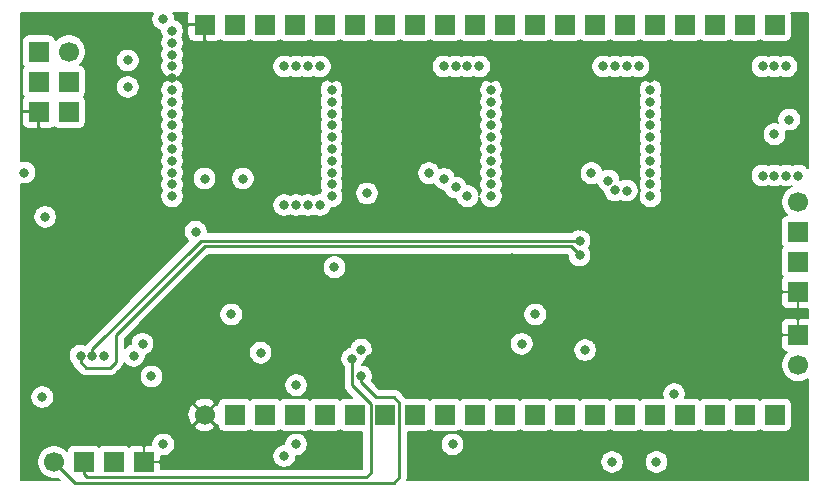
<source format=gbr>
G04 #@! TF.GenerationSoftware,KiCad,Pcbnew,(5.1.2-1)-1*
G04 #@! TF.CreationDate,2019-10-19T13:23:49+03:00*
G04 #@! TF.ProjectId,mag,6d61672e-6b69-4636-9164-5f7063625858,rev?*
G04 #@! TF.SameCoordinates,Original*
G04 #@! TF.FileFunction,Copper,L2,Inr*
G04 #@! TF.FilePolarity,Positive*
%FSLAX46Y46*%
G04 Gerber Fmt 4.6, Leading zero omitted, Abs format (unit mm)*
G04 Created by KiCad (PCBNEW (5.1.2-1)-1) date 2019-10-19 13:23:49*
%MOMM*%
%LPD*%
G04 APERTURE LIST*
%ADD10C,1.700000*%
%ADD11R,1.700000X1.700000*%
%ADD12C,0.800000*%
%ADD13C,0.250000*%
%ADD14C,0.200000*%
G04 APERTURE END LIST*
D10*
X117750000Y-75000000D03*
D11*
X120290000Y-75000000D03*
X122830000Y-75000000D03*
X125370000Y-75000000D03*
X127910000Y-75000000D03*
X130450000Y-75000000D03*
X132990000Y-75000000D03*
X135530000Y-75000000D03*
X138070000Y-75000000D03*
X140610000Y-75000000D03*
X143150000Y-75000000D03*
X145690000Y-75000000D03*
X148230000Y-75000000D03*
X150770000Y-75000000D03*
X153310000Y-75000000D03*
X155850000Y-75000000D03*
X158390000Y-75000000D03*
X160930000Y-75000000D03*
X163470000Y-75000000D03*
X166010000Y-75000000D03*
X117750000Y-41980000D03*
X120290000Y-41980000D03*
X122830000Y-41980000D03*
X125370000Y-41980000D03*
X127910000Y-41980000D03*
X130450000Y-41980000D03*
X132990000Y-41980000D03*
X135530000Y-41980000D03*
X138070000Y-41980000D03*
X140610000Y-41980000D03*
X143150000Y-41980000D03*
X145690000Y-41980000D03*
X148230000Y-41980000D03*
X150770000Y-41980000D03*
X153310000Y-41980000D03*
X155850000Y-41980000D03*
X158390000Y-41980000D03*
X160930000Y-41980000D03*
X163470000Y-41980000D03*
X166010000Y-41980000D03*
X112620000Y-79000000D03*
X110080000Y-79000000D03*
X107540000Y-79000000D03*
D10*
X105000000Y-79000000D03*
D11*
X168000000Y-64620000D03*
X168000000Y-62080000D03*
X168000000Y-59540000D03*
D10*
X168000000Y-57000000D03*
D11*
X168000000Y-68250000D03*
D10*
X168000000Y-70790000D03*
X106250000Y-44250000D03*
D11*
X106250000Y-46790000D03*
X106250000Y-49330000D03*
X103710000Y-44250000D03*
X103710000Y-46790000D03*
X103710000Y-49330000D03*
D12*
X117750000Y-55000000D03*
X121000000Y-55000000D03*
X115000000Y-42500000D03*
X115000000Y-43500000D03*
X115000000Y-44500000D03*
X115000000Y-45500000D03*
X142000000Y-47500000D03*
X128500000Y-47500000D03*
X115000000Y-47500000D03*
X155500000Y-47500000D03*
X142000000Y-48500000D03*
X128500000Y-48500000D03*
X115000000Y-48500000D03*
X155500000Y-48500000D03*
X142000000Y-49500000D03*
X128500000Y-49500000D03*
X115000000Y-49500000D03*
X155500000Y-49500000D03*
X142000000Y-50500000D03*
X128500000Y-50500000D03*
X115000000Y-50500000D03*
X155500000Y-50500000D03*
X142000000Y-51500000D03*
X128500000Y-51500000D03*
X115000000Y-51500000D03*
X155500000Y-51500000D03*
X142000000Y-52500000D03*
X128500000Y-52500000D03*
X115000000Y-52500000D03*
X155500000Y-52500000D03*
X142000000Y-53500000D03*
X128500000Y-53500000D03*
X115000000Y-53500000D03*
X155500000Y-53500000D03*
X114250000Y-41500000D03*
X155500000Y-54500000D03*
X115000000Y-54500000D03*
X128500000Y-54500000D03*
X142000000Y-54500000D03*
X111250000Y-45000000D03*
X142000000Y-55500000D03*
X128500000Y-55500000D03*
X115000000Y-55500000D03*
X155500000Y-55500000D03*
X111250000Y-47250000D03*
X138750000Y-77500000D03*
X125500000Y-77500000D03*
X125500000Y-72500000D03*
X111750000Y-70000000D03*
X131000000Y-71750000D03*
X130250000Y-70250000D03*
X109250000Y-70000000D03*
X124500000Y-57250000D03*
X125500000Y-57250000D03*
X126500000Y-57250000D03*
X127500000Y-57250000D03*
X127500000Y-45500000D03*
X126500000Y-45500000D03*
X125500000Y-45500000D03*
X124500000Y-45500000D03*
X138000000Y-45500000D03*
X139000000Y-45500000D03*
X140000000Y-45500000D03*
X141000000Y-45500000D03*
X140000000Y-56500000D03*
X139000000Y-55750000D03*
X138030154Y-55030154D03*
X136750000Y-54550002D03*
X150500000Y-54550002D03*
X151945299Y-55167948D03*
X152500000Y-56000000D03*
X153500000Y-56025306D03*
X154500000Y-45500000D03*
X153500000Y-45500000D03*
X152500000Y-45500000D03*
X151500000Y-45500000D03*
X165000000Y-45500000D03*
X166000000Y-45500000D03*
X167000000Y-45500000D03*
X168000000Y-54750000D03*
X166000000Y-51250000D03*
X167250000Y-50000000D03*
X157500000Y-73250000D03*
X167000000Y-54750000D03*
X166000000Y-54750000D03*
X165000000Y-54750000D03*
X117000000Y-59500000D03*
X102500000Y-54500000D03*
X131500000Y-56250000D03*
X128750000Y-62500000D03*
X104000000Y-73500000D03*
X120000000Y-66500000D03*
X122500000Y-69750000D03*
X104250000Y-58250000D03*
X144599980Y-69000000D03*
X120000000Y-64000000D03*
X120000000Y-58750000D03*
X142000000Y-46500000D03*
X128500000Y-46500000D03*
X115000000Y-46500000D03*
X155500000Y-46500000D03*
X137250000Y-77500000D03*
X150500000Y-77500000D03*
X103750000Y-64000000D03*
X106000000Y-66750000D03*
X166000000Y-79000000D03*
X149500000Y-59000000D03*
X155750000Y-58750000D03*
X143750000Y-61750000D03*
X140750000Y-63750000D03*
X134500000Y-67250000D03*
X133263212Y-62457060D03*
X129000000Y-78000000D03*
X128250000Y-59000000D03*
X117250000Y-70750000D03*
X110250000Y-73750000D03*
X131000000Y-64500000D03*
X131750000Y-70250000D03*
X123000000Y-66750000D03*
X141250000Y-73000000D03*
X116750000Y-79250000D03*
X108250000Y-70000000D03*
X149500000Y-60275000D03*
X107250000Y-70000000D03*
X149500000Y-61500000D03*
X124500000Y-78500000D03*
X114250000Y-77500000D03*
X113250000Y-71750000D03*
X131000000Y-69500000D03*
X145750000Y-66500000D03*
X149963342Y-69518329D03*
X156000000Y-79000000D03*
X142000000Y-56500000D03*
X128500000Y-56500000D03*
X115000000Y-56500000D03*
X155500000Y-56500000D03*
X112500000Y-69000000D03*
X152250000Y-79000000D03*
D13*
X134250000Y-74000000D02*
X134250000Y-80250000D01*
X134250000Y-80250000D02*
X133750000Y-80750000D01*
X133750000Y-80750000D02*
X125250000Y-80750000D01*
X125250000Y-80750000D02*
X106750000Y-80750000D01*
X106750000Y-80750000D02*
X105000000Y-79000000D01*
X134250000Y-74000000D02*
X133750000Y-73500000D01*
X133750000Y-73500000D02*
X132250000Y-73500000D01*
X132250000Y-73500000D02*
X131000000Y-72250000D01*
X131000000Y-72250000D02*
X131000000Y-71750000D01*
X131814999Y-79935001D02*
X131450010Y-80299990D01*
X131450010Y-80299990D02*
X125436400Y-80299990D01*
X125436400Y-80299990D02*
X119750000Y-80299990D01*
X119750000Y-80299990D02*
X107799990Y-80299990D01*
X107799990Y-80299990D02*
X107500000Y-80000000D01*
X107500000Y-80000000D02*
X107500000Y-79000000D01*
X131814999Y-74685001D02*
X131814999Y-74079997D01*
X131814999Y-74079997D02*
X130250000Y-72514998D01*
X131814999Y-74685001D02*
X131814999Y-79935001D01*
X130250000Y-72514998D02*
X130250000Y-70250000D01*
X108250000Y-69434315D02*
X108250000Y-70000000D01*
X117409316Y-60275000D02*
X108250000Y-69434315D01*
X149500000Y-60275000D02*
X117409316Y-60275000D01*
X149000000Y-61000000D02*
X149500000Y-61500000D01*
X148750000Y-60750000D02*
X149000000Y-61000000D01*
X110250000Y-68250000D02*
X117750000Y-60750000D01*
X117750000Y-60750000D02*
X148750000Y-60750000D01*
X109750000Y-71000000D02*
X110250000Y-70500000D01*
X107684315Y-71000000D02*
X109750000Y-71000000D01*
X107250000Y-70565685D02*
X107684315Y-71000000D01*
X110250000Y-70500000D02*
X110250000Y-68250000D01*
X107250000Y-70000000D02*
X107250000Y-70565685D01*
D14*
G36*
X113363811Y-41026322D02*
G01*
X113288429Y-41208311D01*
X113250000Y-41401509D01*
X113250000Y-41598491D01*
X113288429Y-41791689D01*
X113363811Y-41973678D01*
X113473249Y-42137463D01*
X113612537Y-42276751D01*
X113776322Y-42386189D01*
X113958311Y-42461571D01*
X114000000Y-42469863D01*
X114000000Y-42598491D01*
X114038429Y-42791689D01*
X114113811Y-42973678D01*
X114131399Y-43000000D01*
X114113811Y-43026322D01*
X114038429Y-43208311D01*
X114000000Y-43401509D01*
X114000000Y-43598491D01*
X114038429Y-43791689D01*
X114113811Y-43973678D01*
X114131399Y-44000000D01*
X114113811Y-44026322D01*
X114038429Y-44208311D01*
X114000000Y-44401509D01*
X114000000Y-44598491D01*
X114038429Y-44791689D01*
X114113811Y-44973678D01*
X114131399Y-45000000D01*
X114113811Y-45026322D01*
X114038429Y-45208311D01*
X114000000Y-45401509D01*
X114000000Y-45598491D01*
X114038429Y-45791689D01*
X114113811Y-45973678D01*
X114223249Y-46137463D01*
X114362537Y-46276751D01*
X114526322Y-46386189D01*
X114708311Y-46461571D01*
X114901509Y-46500000D01*
X114708311Y-46538429D01*
X114526322Y-46613811D01*
X114362537Y-46723249D01*
X114223249Y-46862537D01*
X114113811Y-47026322D01*
X114038429Y-47208311D01*
X114000000Y-47401509D01*
X114000000Y-47598491D01*
X114038429Y-47791689D01*
X114113811Y-47973678D01*
X114131399Y-48000000D01*
X114113811Y-48026322D01*
X114038429Y-48208311D01*
X114000000Y-48401509D01*
X114000000Y-48598491D01*
X114038429Y-48791689D01*
X114113811Y-48973678D01*
X114131399Y-49000000D01*
X114113811Y-49026322D01*
X114038429Y-49208311D01*
X114000000Y-49401509D01*
X114000000Y-49598491D01*
X114038429Y-49791689D01*
X114113811Y-49973678D01*
X114131399Y-50000000D01*
X114113811Y-50026322D01*
X114038429Y-50208311D01*
X114000000Y-50401509D01*
X114000000Y-50598491D01*
X114038429Y-50791689D01*
X114113811Y-50973678D01*
X114131399Y-51000000D01*
X114113811Y-51026322D01*
X114038429Y-51208311D01*
X114000000Y-51401509D01*
X114000000Y-51598491D01*
X114038429Y-51791689D01*
X114113811Y-51973678D01*
X114131399Y-52000000D01*
X114113811Y-52026322D01*
X114038429Y-52208311D01*
X114000000Y-52401509D01*
X114000000Y-52598491D01*
X114038429Y-52791689D01*
X114113811Y-52973678D01*
X114131399Y-53000000D01*
X114113811Y-53026322D01*
X114038429Y-53208311D01*
X114000000Y-53401509D01*
X114000000Y-53598491D01*
X114038429Y-53791689D01*
X114113811Y-53973678D01*
X114131399Y-54000000D01*
X114113811Y-54026322D01*
X114038429Y-54208311D01*
X114000000Y-54401509D01*
X114000000Y-54598491D01*
X114038429Y-54791689D01*
X114113811Y-54973678D01*
X114131399Y-55000000D01*
X114113811Y-55026322D01*
X114038429Y-55208311D01*
X114000000Y-55401509D01*
X114000000Y-55598491D01*
X114038429Y-55791689D01*
X114113811Y-55973678D01*
X114131399Y-56000000D01*
X114113811Y-56026322D01*
X114038429Y-56208311D01*
X114000000Y-56401509D01*
X114000000Y-56598491D01*
X114038429Y-56791689D01*
X114113811Y-56973678D01*
X114223249Y-57137463D01*
X114362537Y-57276751D01*
X114526322Y-57386189D01*
X114708311Y-57461571D01*
X114901509Y-57500000D01*
X115098491Y-57500000D01*
X115291689Y-57461571D01*
X115473678Y-57386189D01*
X115637463Y-57276751D01*
X115762705Y-57151509D01*
X123500000Y-57151509D01*
X123500000Y-57348491D01*
X123538429Y-57541689D01*
X123613811Y-57723678D01*
X123723249Y-57887463D01*
X123862537Y-58026751D01*
X124026322Y-58136189D01*
X124208311Y-58211571D01*
X124401509Y-58250000D01*
X124598491Y-58250000D01*
X124791689Y-58211571D01*
X124973678Y-58136189D01*
X125000000Y-58118601D01*
X125026322Y-58136189D01*
X125208311Y-58211571D01*
X125401509Y-58250000D01*
X125598491Y-58250000D01*
X125791689Y-58211571D01*
X125973678Y-58136189D01*
X126000000Y-58118601D01*
X126026322Y-58136189D01*
X126208311Y-58211571D01*
X126401509Y-58250000D01*
X126598491Y-58250000D01*
X126791689Y-58211571D01*
X126973678Y-58136189D01*
X127000000Y-58118601D01*
X127026322Y-58136189D01*
X127208311Y-58211571D01*
X127401509Y-58250000D01*
X127598491Y-58250000D01*
X127791689Y-58211571D01*
X127973678Y-58136189D01*
X128137463Y-58026751D01*
X128276751Y-57887463D01*
X128386189Y-57723678D01*
X128461571Y-57541689D01*
X128469863Y-57500000D01*
X128598491Y-57500000D01*
X128791689Y-57461571D01*
X128973678Y-57386189D01*
X129137463Y-57276751D01*
X129276751Y-57137463D01*
X129386189Y-56973678D01*
X129461571Y-56791689D01*
X129500000Y-56598491D01*
X129500000Y-56401509D01*
X129461571Y-56208311D01*
X129438043Y-56151509D01*
X130500000Y-56151509D01*
X130500000Y-56348491D01*
X130538429Y-56541689D01*
X130613811Y-56723678D01*
X130723249Y-56887463D01*
X130862537Y-57026751D01*
X131026322Y-57136189D01*
X131208311Y-57211571D01*
X131401509Y-57250000D01*
X131598491Y-57250000D01*
X131791689Y-57211571D01*
X131973678Y-57136189D01*
X132137463Y-57026751D01*
X132276751Y-56887463D01*
X132386189Y-56723678D01*
X132461571Y-56541689D01*
X132500000Y-56348491D01*
X132500000Y-56151509D01*
X132461571Y-55958311D01*
X132386189Y-55776322D01*
X132276751Y-55612537D01*
X132137463Y-55473249D01*
X131973678Y-55363811D01*
X131791689Y-55288429D01*
X131598491Y-55250000D01*
X131401509Y-55250000D01*
X131208311Y-55288429D01*
X131026322Y-55363811D01*
X130862537Y-55473249D01*
X130723249Y-55612537D01*
X130613811Y-55776322D01*
X130538429Y-55958311D01*
X130500000Y-56151509D01*
X129438043Y-56151509D01*
X129386189Y-56026322D01*
X129368601Y-56000000D01*
X129386189Y-55973678D01*
X129461571Y-55791689D01*
X129500000Y-55598491D01*
X129500000Y-55401509D01*
X129461571Y-55208311D01*
X129386189Y-55026322D01*
X129368601Y-55000000D01*
X129386189Y-54973678D01*
X129461571Y-54791689D01*
X129500000Y-54598491D01*
X129500000Y-54451511D01*
X135750000Y-54451511D01*
X135750000Y-54648493D01*
X135788429Y-54841691D01*
X135863811Y-55023680D01*
X135973249Y-55187465D01*
X136112537Y-55326753D01*
X136276322Y-55436191D01*
X136458311Y-55511573D01*
X136651509Y-55550002D01*
X136848491Y-55550002D01*
X137041689Y-55511573D01*
X137131724Y-55474279D01*
X137143965Y-55503832D01*
X137253403Y-55667617D01*
X137392691Y-55806905D01*
X137556476Y-55916343D01*
X137738465Y-55991725D01*
X137931663Y-56030154D01*
X138036135Y-56030154D01*
X138038429Y-56041689D01*
X138113811Y-56223678D01*
X138223249Y-56387463D01*
X138362537Y-56526751D01*
X138526322Y-56636189D01*
X138708311Y-56711571D01*
X138901509Y-56750000D01*
X139030137Y-56750000D01*
X139038429Y-56791689D01*
X139113811Y-56973678D01*
X139223249Y-57137463D01*
X139362537Y-57276751D01*
X139526322Y-57386189D01*
X139708311Y-57461571D01*
X139901509Y-57500000D01*
X140098491Y-57500000D01*
X140291689Y-57461571D01*
X140473678Y-57386189D01*
X140637463Y-57276751D01*
X140776751Y-57137463D01*
X140886189Y-56973678D01*
X140961571Y-56791689D01*
X141000000Y-56598491D01*
X141038429Y-56791689D01*
X141113811Y-56973678D01*
X141223249Y-57137463D01*
X141362537Y-57276751D01*
X141526322Y-57386189D01*
X141708311Y-57461571D01*
X141901509Y-57500000D01*
X142098491Y-57500000D01*
X142291689Y-57461571D01*
X142473678Y-57386189D01*
X142637463Y-57276751D01*
X142776751Y-57137463D01*
X142886189Y-56973678D01*
X142961571Y-56791689D01*
X143000000Y-56598491D01*
X143000000Y-56401509D01*
X142961571Y-56208311D01*
X142886189Y-56026322D01*
X142868601Y-56000000D01*
X142886189Y-55973678D01*
X142961571Y-55791689D01*
X143000000Y-55598491D01*
X143000000Y-55401509D01*
X142961571Y-55208311D01*
X142886189Y-55026322D01*
X142868601Y-55000000D01*
X142886189Y-54973678D01*
X142961571Y-54791689D01*
X143000000Y-54598491D01*
X143000000Y-54451511D01*
X149500000Y-54451511D01*
X149500000Y-54648493D01*
X149538429Y-54841691D01*
X149613811Y-55023680D01*
X149723249Y-55187465D01*
X149862537Y-55326753D01*
X150026322Y-55436191D01*
X150208311Y-55511573D01*
X150401509Y-55550002D01*
X150598491Y-55550002D01*
X150791689Y-55511573D01*
X150973678Y-55436191D01*
X150978432Y-55433014D01*
X150983728Y-55459637D01*
X151059110Y-55641626D01*
X151168548Y-55805411D01*
X151307836Y-55944699D01*
X151471621Y-56054137D01*
X151500000Y-56065892D01*
X151500000Y-56098491D01*
X151538429Y-56291689D01*
X151613811Y-56473678D01*
X151723249Y-56637463D01*
X151862537Y-56776751D01*
X152026322Y-56886189D01*
X152208311Y-56961571D01*
X152401509Y-57000000D01*
X152598491Y-57000000D01*
X152791689Y-56961571D01*
X152973678Y-56886189D01*
X152981064Y-56881254D01*
X153026322Y-56911495D01*
X153208311Y-56986877D01*
X153401509Y-57025306D01*
X153598491Y-57025306D01*
X153791689Y-56986877D01*
X153973678Y-56911495D01*
X154137463Y-56802057D01*
X154276751Y-56662769D01*
X154386189Y-56498984D01*
X154461571Y-56316995D01*
X154500000Y-56123797D01*
X154500000Y-55926815D01*
X154461571Y-55733617D01*
X154386189Y-55551628D01*
X154276751Y-55387843D01*
X154137463Y-55248555D01*
X153973678Y-55139117D01*
X153791689Y-55063735D01*
X153598491Y-55025306D01*
X153401509Y-55025306D01*
X153208311Y-55063735D01*
X153026322Y-55139117D01*
X153018936Y-55144052D01*
X152973678Y-55113811D01*
X152945299Y-55102056D01*
X152945299Y-55069457D01*
X152906870Y-54876259D01*
X152831488Y-54694270D01*
X152722050Y-54530485D01*
X152582762Y-54391197D01*
X152418977Y-54281759D01*
X152236988Y-54206377D01*
X152043790Y-54167948D01*
X151846808Y-54167948D01*
X151653610Y-54206377D01*
X151471621Y-54281759D01*
X151466867Y-54284936D01*
X151461571Y-54258313D01*
X151386189Y-54076324D01*
X151276751Y-53912539D01*
X151137463Y-53773251D01*
X150973678Y-53663813D01*
X150791689Y-53588431D01*
X150598491Y-53550002D01*
X150401509Y-53550002D01*
X150208311Y-53588431D01*
X150026322Y-53663813D01*
X149862537Y-53773251D01*
X149723249Y-53912539D01*
X149613811Y-54076324D01*
X149538429Y-54258313D01*
X149500000Y-54451511D01*
X143000000Y-54451511D01*
X143000000Y-54401509D01*
X142961571Y-54208311D01*
X142886189Y-54026322D01*
X142868601Y-54000000D01*
X142886189Y-53973678D01*
X142961571Y-53791689D01*
X143000000Y-53598491D01*
X143000000Y-53401509D01*
X142961571Y-53208311D01*
X142886189Y-53026322D01*
X142868601Y-53000000D01*
X142886189Y-52973678D01*
X142961571Y-52791689D01*
X143000000Y-52598491D01*
X143000000Y-52401509D01*
X142961571Y-52208311D01*
X142886189Y-52026322D01*
X142868601Y-52000000D01*
X142886189Y-51973678D01*
X142961571Y-51791689D01*
X143000000Y-51598491D01*
X143000000Y-51401509D01*
X142961571Y-51208311D01*
X142886189Y-51026322D01*
X142868601Y-51000000D01*
X142886189Y-50973678D01*
X142961571Y-50791689D01*
X143000000Y-50598491D01*
X143000000Y-50401509D01*
X142961571Y-50208311D01*
X142886189Y-50026322D01*
X142868601Y-50000000D01*
X142886189Y-49973678D01*
X142961571Y-49791689D01*
X143000000Y-49598491D01*
X143000000Y-49401509D01*
X142961571Y-49208311D01*
X142886189Y-49026322D01*
X142868601Y-49000000D01*
X142886189Y-48973678D01*
X142961571Y-48791689D01*
X143000000Y-48598491D01*
X143000000Y-48401509D01*
X142961571Y-48208311D01*
X142886189Y-48026322D01*
X142868601Y-48000000D01*
X142886189Y-47973678D01*
X142961571Y-47791689D01*
X143000000Y-47598491D01*
X143000000Y-47401509D01*
X154500000Y-47401509D01*
X154500000Y-47598491D01*
X154538429Y-47791689D01*
X154613811Y-47973678D01*
X154631399Y-48000000D01*
X154613811Y-48026322D01*
X154538429Y-48208311D01*
X154500000Y-48401509D01*
X154500000Y-48598491D01*
X154538429Y-48791689D01*
X154613811Y-48973678D01*
X154631399Y-49000000D01*
X154613811Y-49026322D01*
X154538429Y-49208311D01*
X154500000Y-49401509D01*
X154500000Y-49598491D01*
X154538429Y-49791689D01*
X154613811Y-49973678D01*
X154631399Y-50000000D01*
X154613811Y-50026322D01*
X154538429Y-50208311D01*
X154500000Y-50401509D01*
X154500000Y-50598491D01*
X154538429Y-50791689D01*
X154613811Y-50973678D01*
X154631399Y-51000000D01*
X154613811Y-51026322D01*
X154538429Y-51208311D01*
X154500000Y-51401509D01*
X154500000Y-51598491D01*
X154538429Y-51791689D01*
X154613811Y-51973678D01*
X154631399Y-52000000D01*
X154613811Y-52026322D01*
X154538429Y-52208311D01*
X154500000Y-52401509D01*
X154500000Y-52598491D01*
X154538429Y-52791689D01*
X154613811Y-52973678D01*
X154631399Y-53000000D01*
X154613811Y-53026322D01*
X154538429Y-53208311D01*
X154500000Y-53401509D01*
X154500000Y-53598491D01*
X154538429Y-53791689D01*
X154613811Y-53973678D01*
X154631399Y-54000000D01*
X154613811Y-54026322D01*
X154538429Y-54208311D01*
X154500000Y-54401509D01*
X154500000Y-54598491D01*
X154538429Y-54791689D01*
X154613811Y-54973678D01*
X154631399Y-55000000D01*
X154613811Y-55026322D01*
X154538429Y-55208311D01*
X154500000Y-55401509D01*
X154500000Y-55598491D01*
X154538429Y-55791689D01*
X154613811Y-55973678D01*
X154631399Y-56000000D01*
X154613811Y-56026322D01*
X154538429Y-56208311D01*
X154500000Y-56401509D01*
X154500000Y-56598491D01*
X154538429Y-56791689D01*
X154613811Y-56973678D01*
X154723249Y-57137463D01*
X154862537Y-57276751D01*
X155026322Y-57386189D01*
X155208311Y-57461571D01*
X155401509Y-57500000D01*
X155598491Y-57500000D01*
X155791689Y-57461571D01*
X155973678Y-57386189D01*
X156137463Y-57276751D01*
X156276751Y-57137463D01*
X156386189Y-56973678D01*
X156461571Y-56791689D01*
X156500000Y-56598491D01*
X156500000Y-56401509D01*
X156461571Y-56208311D01*
X156386189Y-56026322D01*
X156368601Y-56000000D01*
X156386189Y-55973678D01*
X156461571Y-55791689D01*
X156500000Y-55598491D01*
X156500000Y-55401509D01*
X156461571Y-55208311D01*
X156386189Y-55026322D01*
X156368601Y-55000000D01*
X156386189Y-54973678D01*
X156461571Y-54791689D01*
X156500000Y-54598491D01*
X156500000Y-54401509D01*
X156461571Y-54208311D01*
X156386189Y-54026322D01*
X156368601Y-54000000D01*
X156386189Y-53973678D01*
X156461571Y-53791689D01*
X156500000Y-53598491D01*
X156500000Y-53401509D01*
X156461571Y-53208311D01*
X156386189Y-53026322D01*
X156368601Y-53000000D01*
X156386189Y-52973678D01*
X156461571Y-52791689D01*
X156500000Y-52598491D01*
X156500000Y-52401509D01*
X156461571Y-52208311D01*
X156386189Y-52026322D01*
X156368601Y-52000000D01*
X156386189Y-51973678D01*
X156461571Y-51791689D01*
X156500000Y-51598491D01*
X156500000Y-51401509D01*
X156461571Y-51208311D01*
X156438043Y-51151509D01*
X165000000Y-51151509D01*
X165000000Y-51348491D01*
X165038429Y-51541689D01*
X165113811Y-51723678D01*
X165223249Y-51887463D01*
X165362537Y-52026751D01*
X165526322Y-52136189D01*
X165708311Y-52211571D01*
X165901509Y-52250000D01*
X166098491Y-52250000D01*
X166291689Y-52211571D01*
X166473678Y-52136189D01*
X166637463Y-52026751D01*
X166776751Y-51887463D01*
X166886189Y-51723678D01*
X166961571Y-51541689D01*
X167000000Y-51348491D01*
X167000000Y-51151509D01*
X166962380Y-50962380D01*
X167151509Y-51000000D01*
X167348491Y-51000000D01*
X167541689Y-50961571D01*
X167723678Y-50886189D01*
X167887463Y-50776751D01*
X168026751Y-50637463D01*
X168136189Y-50473678D01*
X168211571Y-50291689D01*
X168250000Y-50098491D01*
X168250000Y-49901509D01*
X168211571Y-49708311D01*
X168136189Y-49526322D01*
X168026751Y-49362537D01*
X167887463Y-49223249D01*
X167723678Y-49113811D01*
X167541689Y-49038429D01*
X167348491Y-49000000D01*
X167151509Y-49000000D01*
X166958311Y-49038429D01*
X166776322Y-49113811D01*
X166612537Y-49223249D01*
X166473249Y-49362537D01*
X166363811Y-49526322D01*
X166288429Y-49708311D01*
X166250000Y-49901509D01*
X166250000Y-50098491D01*
X166287620Y-50287620D01*
X166098491Y-50250000D01*
X165901509Y-50250000D01*
X165708311Y-50288429D01*
X165526322Y-50363811D01*
X165362537Y-50473249D01*
X165223249Y-50612537D01*
X165113811Y-50776322D01*
X165038429Y-50958311D01*
X165000000Y-51151509D01*
X156438043Y-51151509D01*
X156386189Y-51026322D01*
X156368601Y-51000000D01*
X156386189Y-50973678D01*
X156461571Y-50791689D01*
X156500000Y-50598491D01*
X156500000Y-50401509D01*
X156461571Y-50208311D01*
X156386189Y-50026322D01*
X156368601Y-50000000D01*
X156386189Y-49973678D01*
X156461571Y-49791689D01*
X156500000Y-49598491D01*
X156500000Y-49401509D01*
X156461571Y-49208311D01*
X156386189Y-49026322D01*
X156368601Y-49000000D01*
X156386189Y-48973678D01*
X156461571Y-48791689D01*
X156500000Y-48598491D01*
X156500000Y-48401509D01*
X156461571Y-48208311D01*
X156386189Y-48026322D01*
X156368601Y-48000000D01*
X156386189Y-47973678D01*
X156461571Y-47791689D01*
X156500000Y-47598491D01*
X156500000Y-47401509D01*
X156461571Y-47208311D01*
X156386189Y-47026322D01*
X156276751Y-46862537D01*
X156137463Y-46723249D01*
X155973678Y-46613811D01*
X155791689Y-46538429D01*
X155598491Y-46500000D01*
X155401509Y-46500000D01*
X155208311Y-46538429D01*
X155026322Y-46613811D01*
X154862537Y-46723249D01*
X154723249Y-46862537D01*
X154613811Y-47026322D01*
X154538429Y-47208311D01*
X154500000Y-47401509D01*
X143000000Y-47401509D01*
X142961571Y-47208311D01*
X142886189Y-47026322D01*
X142776751Y-46862537D01*
X142637463Y-46723249D01*
X142473678Y-46613811D01*
X142291689Y-46538429D01*
X142098491Y-46500000D01*
X141901509Y-46500000D01*
X141708311Y-46538429D01*
X141526322Y-46613811D01*
X141362537Y-46723249D01*
X141223249Y-46862537D01*
X141113811Y-47026322D01*
X141038429Y-47208311D01*
X141000000Y-47401509D01*
X141000000Y-47598491D01*
X141038429Y-47791689D01*
X141113811Y-47973678D01*
X141131399Y-48000000D01*
X141113811Y-48026322D01*
X141038429Y-48208311D01*
X141000000Y-48401509D01*
X141000000Y-48598491D01*
X141038429Y-48791689D01*
X141113811Y-48973678D01*
X141131399Y-49000000D01*
X141113811Y-49026322D01*
X141038429Y-49208311D01*
X141000000Y-49401509D01*
X141000000Y-49598491D01*
X141038429Y-49791689D01*
X141113811Y-49973678D01*
X141131399Y-50000000D01*
X141113811Y-50026322D01*
X141038429Y-50208311D01*
X141000000Y-50401509D01*
X141000000Y-50598491D01*
X141038429Y-50791689D01*
X141113811Y-50973678D01*
X141131399Y-51000000D01*
X141113811Y-51026322D01*
X141038429Y-51208311D01*
X141000000Y-51401509D01*
X141000000Y-51598491D01*
X141038429Y-51791689D01*
X141113811Y-51973678D01*
X141131399Y-52000000D01*
X141113811Y-52026322D01*
X141038429Y-52208311D01*
X141000000Y-52401509D01*
X141000000Y-52598491D01*
X141038429Y-52791689D01*
X141113811Y-52973678D01*
X141131399Y-53000000D01*
X141113811Y-53026322D01*
X141038429Y-53208311D01*
X141000000Y-53401509D01*
X141000000Y-53598491D01*
X141038429Y-53791689D01*
X141113811Y-53973678D01*
X141131399Y-54000000D01*
X141113811Y-54026322D01*
X141038429Y-54208311D01*
X141000000Y-54401509D01*
X141000000Y-54598491D01*
X141038429Y-54791689D01*
X141113811Y-54973678D01*
X141131399Y-55000000D01*
X141113811Y-55026322D01*
X141038429Y-55208311D01*
X141000000Y-55401509D01*
X141000000Y-55598491D01*
X141038429Y-55791689D01*
X141113811Y-55973678D01*
X141131399Y-56000000D01*
X141113811Y-56026322D01*
X141038429Y-56208311D01*
X141000000Y-56401509D01*
X140961571Y-56208311D01*
X140886189Y-56026322D01*
X140776751Y-55862537D01*
X140637463Y-55723249D01*
X140473678Y-55613811D01*
X140291689Y-55538429D01*
X140098491Y-55500000D01*
X139969863Y-55500000D01*
X139961571Y-55458311D01*
X139886189Y-55276322D01*
X139776751Y-55112537D01*
X139637463Y-54973249D01*
X139473678Y-54863811D01*
X139291689Y-54788429D01*
X139098491Y-54750000D01*
X138994019Y-54750000D01*
X138991725Y-54738465D01*
X138916343Y-54556476D01*
X138806905Y-54392691D01*
X138667617Y-54253403D01*
X138503832Y-54143965D01*
X138321843Y-54068583D01*
X138128645Y-54030154D01*
X137931663Y-54030154D01*
X137738465Y-54068583D01*
X137648430Y-54105877D01*
X137636189Y-54076324D01*
X137526751Y-53912539D01*
X137387463Y-53773251D01*
X137223678Y-53663813D01*
X137041689Y-53588431D01*
X136848491Y-53550002D01*
X136651509Y-53550002D01*
X136458311Y-53588431D01*
X136276322Y-53663813D01*
X136112537Y-53773251D01*
X135973249Y-53912539D01*
X135863811Y-54076324D01*
X135788429Y-54258313D01*
X135750000Y-54451511D01*
X129500000Y-54451511D01*
X129500000Y-54401509D01*
X129461571Y-54208311D01*
X129386189Y-54026322D01*
X129368601Y-54000000D01*
X129386189Y-53973678D01*
X129461571Y-53791689D01*
X129500000Y-53598491D01*
X129500000Y-53401509D01*
X129461571Y-53208311D01*
X129386189Y-53026322D01*
X129368601Y-53000000D01*
X129386189Y-52973678D01*
X129461571Y-52791689D01*
X129500000Y-52598491D01*
X129500000Y-52401509D01*
X129461571Y-52208311D01*
X129386189Y-52026322D01*
X129368601Y-52000000D01*
X129386189Y-51973678D01*
X129461571Y-51791689D01*
X129500000Y-51598491D01*
X129500000Y-51401509D01*
X129461571Y-51208311D01*
X129386189Y-51026322D01*
X129368601Y-51000000D01*
X129386189Y-50973678D01*
X129461571Y-50791689D01*
X129500000Y-50598491D01*
X129500000Y-50401509D01*
X129461571Y-50208311D01*
X129386189Y-50026322D01*
X129368601Y-50000000D01*
X129386189Y-49973678D01*
X129461571Y-49791689D01*
X129500000Y-49598491D01*
X129500000Y-49401509D01*
X129461571Y-49208311D01*
X129386189Y-49026322D01*
X129368601Y-49000000D01*
X129386189Y-48973678D01*
X129461571Y-48791689D01*
X129500000Y-48598491D01*
X129500000Y-48401509D01*
X129461571Y-48208311D01*
X129386189Y-48026322D01*
X129368601Y-48000000D01*
X129386189Y-47973678D01*
X129461571Y-47791689D01*
X129500000Y-47598491D01*
X129500000Y-47401509D01*
X129461571Y-47208311D01*
X129386189Y-47026322D01*
X129276751Y-46862537D01*
X129137463Y-46723249D01*
X128973678Y-46613811D01*
X128791689Y-46538429D01*
X128598491Y-46500000D01*
X128401509Y-46500000D01*
X128208311Y-46538429D01*
X128026322Y-46613811D01*
X127862537Y-46723249D01*
X127723249Y-46862537D01*
X127613811Y-47026322D01*
X127538429Y-47208311D01*
X127500000Y-47401509D01*
X127500000Y-47598491D01*
X127538429Y-47791689D01*
X127613811Y-47973678D01*
X127631399Y-48000000D01*
X127613811Y-48026322D01*
X127538429Y-48208311D01*
X127500000Y-48401509D01*
X127500000Y-48598491D01*
X127538429Y-48791689D01*
X127613811Y-48973678D01*
X127631399Y-49000000D01*
X127613811Y-49026322D01*
X127538429Y-49208311D01*
X127500000Y-49401509D01*
X127500000Y-49598491D01*
X127538429Y-49791689D01*
X127613811Y-49973678D01*
X127631399Y-50000000D01*
X127613811Y-50026322D01*
X127538429Y-50208311D01*
X127500000Y-50401509D01*
X127500000Y-50598491D01*
X127538429Y-50791689D01*
X127613811Y-50973678D01*
X127631399Y-51000000D01*
X127613811Y-51026322D01*
X127538429Y-51208311D01*
X127500000Y-51401509D01*
X127500000Y-51598491D01*
X127538429Y-51791689D01*
X127613811Y-51973678D01*
X127631399Y-52000000D01*
X127613811Y-52026322D01*
X127538429Y-52208311D01*
X127500000Y-52401509D01*
X127500000Y-52598491D01*
X127538429Y-52791689D01*
X127613811Y-52973678D01*
X127631399Y-53000000D01*
X127613811Y-53026322D01*
X127538429Y-53208311D01*
X127500000Y-53401509D01*
X127500000Y-53598491D01*
X127538429Y-53791689D01*
X127613811Y-53973678D01*
X127631399Y-54000000D01*
X127613811Y-54026322D01*
X127538429Y-54208311D01*
X127500000Y-54401509D01*
X127500000Y-54598491D01*
X127538429Y-54791689D01*
X127613811Y-54973678D01*
X127631399Y-55000000D01*
X127613811Y-55026322D01*
X127538429Y-55208311D01*
X127500000Y-55401509D01*
X127500000Y-55598491D01*
X127538429Y-55791689D01*
X127613811Y-55973678D01*
X127631399Y-56000000D01*
X127613811Y-56026322D01*
X127538429Y-56208311D01*
X127530137Y-56250000D01*
X127401509Y-56250000D01*
X127208311Y-56288429D01*
X127026322Y-56363811D01*
X127000000Y-56381399D01*
X126973678Y-56363811D01*
X126791689Y-56288429D01*
X126598491Y-56250000D01*
X126401509Y-56250000D01*
X126208311Y-56288429D01*
X126026322Y-56363811D01*
X126000000Y-56381399D01*
X125973678Y-56363811D01*
X125791689Y-56288429D01*
X125598491Y-56250000D01*
X125401509Y-56250000D01*
X125208311Y-56288429D01*
X125026322Y-56363811D01*
X125000000Y-56381399D01*
X124973678Y-56363811D01*
X124791689Y-56288429D01*
X124598491Y-56250000D01*
X124401509Y-56250000D01*
X124208311Y-56288429D01*
X124026322Y-56363811D01*
X123862537Y-56473249D01*
X123723249Y-56612537D01*
X123613811Y-56776322D01*
X123538429Y-56958311D01*
X123500000Y-57151509D01*
X115762705Y-57151509D01*
X115776751Y-57137463D01*
X115886189Y-56973678D01*
X115961571Y-56791689D01*
X116000000Y-56598491D01*
X116000000Y-56401509D01*
X115961571Y-56208311D01*
X115886189Y-56026322D01*
X115868601Y-56000000D01*
X115886189Y-55973678D01*
X115961571Y-55791689D01*
X116000000Y-55598491D01*
X116000000Y-55401509D01*
X115961571Y-55208311D01*
X115886189Y-55026322D01*
X115868601Y-55000000D01*
X115886189Y-54973678D01*
X115916082Y-54901509D01*
X116750000Y-54901509D01*
X116750000Y-55098491D01*
X116788429Y-55291689D01*
X116863811Y-55473678D01*
X116973249Y-55637463D01*
X117112537Y-55776751D01*
X117276322Y-55886189D01*
X117458311Y-55961571D01*
X117651509Y-56000000D01*
X117848491Y-56000000D01*
X118041689Y-55961571D01*
X118223678Y-55886189D01*
X118387463Y-55776751D01*
X118526751Y-55637463D01*
X118636189Y-55473678D01*
X118711571Y-55291689D01*
X118750000Y-55098491D01*
X118750000Y-54901509D01*
X120000000Y-54901509D01*
X120000000Y-55098491D01*
X120038429Y-55291689D01*
X120113811Y-55473678D01*
X120223249Y-55637463D01*
X120362537Y-55776751D01*
X120526322Y-55886189D01*
X120708311Y-55961571D01*
X120901509Y-56000000D01*
X121098491Y-56000000D01*
X121291689Y-55961571D01*
X121473678Y-55886189D01*
X121637463Y-55776751D01*
X121776751Y-55637463D01*
X121886189Y-55473678D01*
X121961571Y-55291689D01*
X122000000Y-55098491D01*
X122000000Y-54901509D01*
X121961571Y-54708311D01*
X121886189Y-54526322D01*
X121776751Y-54362537D01*
X121637463Y-54223249D01*
X121473678Y-54113811D01*
X121291689Y-54038429D01*
X121098491Y-54000000D01*
X120901509Y-54000000D01*
X120708311Y-54038429D01*
X120526322Y-54113811D01*
X120362537Y-54223249D01*
X120223249Y-54362537D01*
X120113811Y-54526322D01*
X120038429Y-54708311D01*
X120000000Y-54901509D01*
X118750000Y-54901509D01*
X118711571Y-54708311D01*
X118636189Y-54526322D01*
X118526751Y-54362537D01*
X118387463Y-54223249D01*
X118223678Y-54113811D01*
X118041689Y-54038429D01*
X117848491Y-54000000D01*
X117651509Y-54000000D01*
X117458311Y-54038429D01*
X117276322Y-54113811D01*
X117112537Y-54223249D01*
X116973249Y-54362537D01*
X116863811Y-54526322D01*
X116788429Y-54708311D01*
X116750000Y-54901509D01*
X115916082Y-54901509D01*
X115961571Y-54791689D01*
X116000000Y-54598491D01*
X116000000Y-54401509D01*
X115961571Y-54208311D01*
X115886189Y-54026322D01*
X115868601Y-54000000D01*
X115886189Y-53973678D01*
X115961571Y-53791689D01*
X116000000Y-53598491D01*
X116000000Y-53401509D01*
X115961571Y-53208311D01*
X115886189Y-53026322D01*
X115868601Y-53000000D01*
X115886189Y-52973678D01*
X115961571Y-52791689D01*
X116000000Y-52598491D01*
X116000000Y-52401509D01*
X115961571Y-52208311D01*
X115886189Y-52026322D01*
X115868601Y-52000000D01*
X115886189Y-51973678D01*
X115961571Y-51791689D01*
X116000000Y-51598491D01*
X116000000Y-51401509D01*
X115961571Y-51208311D01*
X115886189Y-51026322D01*
X115868601Y-51000000D01*
X115886189Y-50973678D01*
X115961571Y-50791689D01*
X116000000Y-50598491D01*
X116000000Y-50401509D01*
X115961571Y-50208311D01*
X115886189Y-50026322D01*
X115868601Y-50000000D01*
X115886189Y-49973678D01*
X115961571Y-49791689D01*
X116000000Y-49598491D01*
X116000000Y-49401509D01*
X115961571Y-49208311D01*
X115886189Y-49026322D01*
X115868601Y-49000000D01*
X115886189Y-48973678D01*
X115961571Y-48791689D01*
X116000000Y-48598491D01*
X116000000Y-48401509D01*
X115961571Y-48208311D01*
X115886189Y-48026322D01*
X115868601Y-48000000D01*
X115886189Y-47973678D01*
X115961571Y-47791689D01*
X116000000Y-47598491D01*
X116000000Y-47401509D01*
X115961571Y-47208311D01*
X115886189Y-47026322D01*
X115776751Y-46862537D01*
X115637463Y-46723249D01*
X115473678Y-46613811D01*
X115291689Y-46538429D01*
X115098491Y-46500000D01*
X115291689Y-46461571D01*
X115473678Y-46386189D01*
X115637463Y-46276751D01*
X115776751Y-46137463D01*
X115886189Y-45973678D01*
X115961571Y-45791689D01*
X116000000Y-45598491D01*
X116000000Y-45401509D01*
X123500000Y-45401509D01*
X123500000Y-45598491D01*
X123538429Y-45791689D01*
X123613811Y-45973678D01*
X123723249Y-46137463D01*
X123862537Y-46276751D01*
X124026322Y-46386189D01*
X124208311Y-46461571D01*
X124401509Y-46500000D01*
X124598491Y-46500000D01*
X124791689Y-46461571D01*
X124973678Y-46386189D01*
X125000000Y-46368601D01*
X125026322Y-46386189D01*
X125208311Y-46461571D01*
X125401509Y-46500000D01*
X125598491Y-46500000D01*
X125791689Y-46461571D01*
X125973678Y-46386189D01*
X126000000Y-46368601D01*
X126026322Y-46386189D01*
X126208311Y-46461571D01*
X126401509Y-46500000D01*
X126598491Y-46500000D01*
X126791689Y-46461571D01*
X126973678Y-46386189D01*
X127000000Y-46368601D01*
X127026322Y-46386189D01*
X127208311Y-46461571D01*
X127401509Y-46500000D01*
X127598491Y-46500000D01*
X127791689Y-46461571D01*
X127973678Y-46386189D01*
X128137463Y-46276751D01*
X128276751Y-46137463D01*
X128386189Y-45973678D01*
X128461571Y-45791689D01*
X128500000Y-45598491D01*
X128500000Y-45401509D01*
X137000000Y-45401509D01*
X137000000Y-45598491D01*
X137038429Y-45791689D01*
X137113811Y-45973678D01*
X137223249Y-46137463D01*
X137362537Y-46276751D01*
X137526322Y-46386189D01*
X137708311Y-46461571D01*
X137901509Y-46500000D01*
X138098491Y-46500000D01*
X138291689Y-46461571D01*
X138473678Y-46386189D01*
X138500000Y-46368601D01*
X138526322Y-46386189D01*
X138708311Y-46461571D01*
X138901509Y-46500000D01*
X139098491Y-46500000D01*
X139291689Y-46461571D01*
X139473678Y-46386189D01*
X139500000Y-46368601D01*
X139526322Y-46386189D01*
X139708311Y-46461571D01*
X139901509Y-46500000D01*
X140098491Y-46500000D01*
X140291689Y-46461571D01*
X140473678Y-46386189D01*
X140500000Y-46368601D01*
X140526322Y-46386189D01*
X140708311Y-46461571D01*
X140901509Y-46500000D01*
X141098491Y-46500000D01*
X141291689Y-46461571D01*
X141473678Y-46386189D01*
X141637463Y-46276751D01*
X141776751Y-46137463D01*
X141886189Y-45973678D01*
X141961571Y-45791689D01*
X142000000Y-45598491D01*
X142000000Y-45401509D01*
X150500000Y-45401509D01*
X150500000Y-45598491D01*
X150538429Y-45791689D01*
X150613811Y-45973678D01*
X150723249Y-46137463D01*
X150862537Y-46276751D01*
X151026322Y-46386189D01*
X151208311Y-46461571D01*
X151401509Y-46500000D01*
X151598491Y-46500000D01*
X151791689Y-46461571D01*
X151973678Y-46386189D01*
X152000000Y-46368601D01*
X152026322Y-46386189D01*
X152208311Y-46461571D01*
X152401509Y-46500000D01*
X152598491Y-46500000D01*
X152791689Y-46461571D01*
X152973678Y-46386189D01*
X153000000Y-46368601D01*
X153026322Y-46386189D01*
X153208311Y-46461571D01*
X153401509Y-46500000D01*
X153598491Y-46500000D01*
X153791689Y-46461571D01*
X153973678Y-46386189D01*
X154000000Y-46368601D01*
X154026322Y-46386189D01*
X154208311Y-46461571D01*
X154401509Y-46500000D01*
X154598491Y-46500000D01*
X154791689Y-46461571D01*
X154973678Y-46386189D01*
X155137463Y-46276751D01*
X155276751Y-46137463D01*
X155386189Y-45973678D01*
X155461571Y-45791689D01*
X155500000Y-45598491D01*
X155500000Y-45401509D01*
X164000000Y-45401509D01*
X164000000Y-45598491D01*
X164038429Y-45791689D01*
X164113811Y-45973678D01*
X164223249Y-46137463D01*
X164362537Y-46276751D01*
X164526322Y-46386189D01*
X164708311Y-46461571D01*
X164901509Y-46500000D01*
X165098491Y-46500000D01*
X165291689Y-46461571D01*
X165473678Y-46386189D01*
X165500000Y-46368601D01*
X165526322Y-46386189D01*
X165708311Y-46461571D01*
X165901509Y-46500000D01*
X166098491Y-46500000D01*
X166291689Y-46461571D01*
X166473678Y-46386189D01*
X166500000Y-46368601D01*
X166526322Y-46386189D01*
X166708311Y-46461571D01*
X166901509Y-46500000D01*
X167098491Y-46500000D01*
X167291689Y-46461571D01*
X167473678Y-46386189D01*
X167637463Y-46276751D01*
X167776751Y-46137463D01*
X167886189Y-45973678D01*
X167961571Y-45791689D01*
X168000000Y-45598491D01*
X168000000Y-45401509D01*
X167961571Y-45208311D01*
X167886189Y-45026322D01*
X167776751Y-44862537D01*
X167637463Y-44723249D01*
X167473678Y-44613811D01*
X167291689Y-44538429D01*
X167098491Y-44500000D01*
X166901509Y-44500000D01*
X166708311Y-44538429D01*
X166526322Y-44613811D01*
X166500000Y-44631399D01*
X166473678Y-44613811D01*
X166291689Y-44538429D01*
X166098491Y-44500000D01*
X165901509Y-44500000D01*
X165708311Y-44538429D01*
X165526322Y-44613811D01*
X165500000Y-44631399D01*
X165473678Y-44613811D01*
X165291689Y-44538429D01*
X165098491Y-44500000D01*
X164901509Y-44500000D01*
X164708311Y-44538429D01*
X164526322Y-44613811D01*
X164362537Y-44723249D01*
X164223249Y-44862537D01*
X164113811Y-45026322D01*
X164038429Y-45208311D01*
X164000000Y-45401509D01*
X155500000Y-45401509D01*
X155461571Y-45208311D01*
X155386189Y-45026322D01*
X155276751Y-44862537D01*
X155137463Y-44723249D01*
X154973678Y-44613811D01*
X154791689Y-44538429D01*
X154598491Y-44500000D01*
X154401509Y-44500000D01*
X154208311Y-44538429D01*
X154026322Y-44613811D01*
X154000000Y-44631399D01*
X153973678Y-44613811D01*
X153791689Y-44538429D01*
X153598491Y-44500000D01*
X153401509Y-44500000D01*
X153208311Y-44538429D01*
X153026322Y-44613811D01*
X153000000Y-44631399D01*
X152973678Y-44613811D01*
X152791689Y-44538429D01*
X152598491Y-44500000D01*
X152401509Y-44500000D01*
X152208311Y-44538429D01*
X152026322Y-44613811D01*
X152000000Y-44631399D01*
X151973678Y-44613811D01*
X151791689Y-44538429D01*
X151598491Y-44500000D01*
X151401509Y-44500000D01*
X151208311Y-44538429D01*
X151026322Y-44613811D01*
X150862537Y-44723249D01*
X150723249Y-44862537D01*
X150613811Y-45026322D01*
X150538429Y-45208311D01*
X150500000Y-45401509D01*
X142000000Y-45401509D01*
X141961571Y-45208311D01*
X141886189Y-45026322D01*
X141776751Y-44862537D01*
X141637463Y-44723249D01*
X141473678Y-44613811D01*
X141291689Y-44538429D01*
X141098491Y-44500000D01*
X140901509Y-44500000D01*
X140708311Y-44538429D01*
X140526322Y-44613811D01*
X140500000Y-44631399D01*
X140473678Y-44613811D01*
X140291689Y-44538429D01*
X140098491Y-44500000D01*
X139901509Y-44500000D01*
X139708311Y-44538429D01*
X139526322Y-44613811D01*
X139500000Y-44631399D01*
X139473678Y-44613811D01*
X139291689Y-44538429D01*
X139098491Y-44500000D01*
X138901509Y-44500000D01*
X138708311Y-44538429D01*
X138526322Y-44613811D01*
X138500000Y-44631399D01*
X138473678Y-44613811D01*
X138291689Y-44538429D01*
X138098491Y-44500000D01*
X137901509Y-44500000D01*
X137708311Y-44538429D01*
X137526322Y-44613811D01*
X137362537Y-44723249D01*
X137223249Y-44862537D01*
X137113811Y-45026322D01*
X137038429Y-45208311D01*
X137000000Y-45401509D01*
X128500000Y-45401509D01*
X128461571Y-45208311D01*
X128386189Y-45026322D01*
X128276751Y-44862537D01*
X128137463Y-44723249D01*
X127973678Y-44613811D01*
X127791689Y-44538429D01*
X127598491Y-44500000D01*
X127401509Y-44500000D01*
X127208311Y-44538429D01*
X127026322Y-44613811D01*
X127000000Y-44631399D01*
X126973678Y-44613811D01*
X126791689Y-44538429D01*
X126598491Y-44500000D01*
X126401509Y-44500000D01*
X126208311Y-44538429D01*
X126026322Y-44613811D01*
X126000000Y-44631399D01*
X125973678Y-44613811D01*
X125791689Y-44538429D01*
X125598491Y-44500000D01*
X125401509Y-44500000D01*
X125208311Y-44538429D01*
X125026322Y-44613811D01*
X125000000Y-44631399D01*
X124973678Y-44613811D01*
X124791689Y-44538429D01*
X124598491Y-44500000D01*
X124401509Y-44500000D01*
X124208311Y-44538429D01*
X124026322Y-44613811D01*
X123862537Y-44723249D01*
X123723249Y-44862537D01*
X123613811Y-45026322D01*
X123538429Y-45208311D01*
X123500000Y-45401509D01*
X116000000Y-45401509D01*
X115961571Y-45208311D01*
X115886189Y-45026322D01*
X115868601Y-45000000D01*
X115886189Y-44973678D01*
X115961571Y-44791689D01*
X116000000Y-44598491D01*
X116000000Y-44401509D01*
X115961571Y-44208311D01*
X115886189Y-44026322D01*
X115868601Y-44000000D01*
X115886189Y-43973678D01*
X115961571Y-43791689D01*
X116000000Y-43598491D01*
X116000000Y-43401509D01*
X115961571Y-43208311D01*
X115886189Y-43026322D01*
X115868601Y-43000000D01*
X115886189Y-42973678D01*
X115945702Y-42830000D01*
X116297097Y-42830000D01*
X116308682Y-42947621D01*
X116342990Y-43060721D01*
X116398704Y-43164955D01*
X116473683Y-43256317D01*
X116565045Y-43331296D01*
X116669279Y-43387010D01*
X116782379Y-43421318D01*
X116900000Y-43432903D01*
X117575000Y-43430000D01*
X117725000Y-43280000D01*
X117725000Y-42005000D01*
X116450000Y-42005000D01*
X116300000Y-42155000D01*
X116297097Y-42830000D01*
X115945702Y-42830000D01*
X115961571Y-42791689D01*
X116000000Y-42598491D01*
X116000000Y-42401509D01*
X115961571Y-42208311D01*
X115886189Y-42026322D01*
X115776751Y-41862537D01*
X115637463Y-41723249D01*
X115473678Y-41613811D01*
X115291689Y-41538429D01*
X115250000Y-41530137D01*
X115250000Y-41401509D01*
X115211571Y-41208311D01*
X115136189Y-41026322D01*
X115085192Y-40950000D01*
X116327604Y-40950000D01*
X116308682Y-41012379D01*
X116297097Y-41130000D01*
X116300000Y-41805000D01*
X116450000Y-41955000D01*
X117725000Y-41955000D01*
X117725000Y-41935000D01*
X117775000Y-41935000D01*
X117775000Y-41955000D01*
X117795000Y-41955000D01*
X117795000Y-42005000D01*
X117775000Y-42005000D01*
X117775000Y-43280000D01*
X117925000Y-43430000D01*
X118600000Y-43432903D01*
X118717621Y-43421318D01*
X118830721Y-43387010D01*
X118934955Y-43331296D01*
X119020000Y-43261501D01*
X119105045Y-43331296D01*
X119209279Y-43387010D01*
X119322379Y-43421318D01*
X119440000Y-43432903D01*
X121140000Y-43432903D01*
X121257621Y-43421318D01*
X121370721Y-43387010D01*
X121474955Y-43331296D01*
X121560000Y-43261501D01*
X121645045Y-43331296D01*
X121749279Y-43387010D01*
X121862379Y-43421318D01*
X121980000Y-43432903D01*
X123680000Y-43432903D01*
X123797621Y-43421318D01*
X123910721Y-43387010D01*
X124014955Y-43331296D01*
X124100000Y-43261501D01*
X124185045Y-43331296D01*
X124289279Y-43387010D01*
X124402379Y-43421318D01*
X124520000Y-43432903D01*
X126220000Y-43432903D01*
X126337621Y-43421318D01*
X126450721Y-43387010D01*
X126554955Y-43331296D01*
X126640000Y-43261501D01*
X126725045Y-43331296D01*
X126829279Y-43387010D01*
X126942379Y-43421318D01*
X127060000Y-43432903D01*
X128760000Y-43432903D01*
X128877621Y-43421318D01*
X128990721Y-43387010D01*
X129094955Y-43331296D01*
X129180000Y-43261501D01*
X129265045Y-43331296D01*
X129369279Y-43387010D01*
X129482379Y-43421318D01*
X129600000Y-43432903D01*
X131300000Y-43432903D01*
X131417621Y-43421318D01*
X131530721Y-43387010D01*
X131634955Y-43331296D01*
X131720000Y-43261501D01*
X131805045Y-43331296D01*
X131909279Y-43387010D01*
X132022379Y-43421318D01*
X132140000Y-43432903D01*
X133840000Y-43432903D01*
X133957621Y-43421318D01*
X134070721Y-43387010D01*
X134174955Y-43331296D01*
X134260000Y-43261501D01*
X134345045Y-43331296D01*
X134449279Y-43387010D01*
X134562379Y-43421318D01*
X134680000Y-43432903D01*
X136380000Y-43432903D01*
X136497621Y-43421318D01*
X136610721Y-43387010D01*
X136714955Y-43331296D01*
X136800000Y-43261501D01*
X136885045Y-43331296D01*
X136989279Y-43387010D01*
X137102379Y-43421318D01*
X137220000Y-43432903D01*
X138920000Y-43432903D01*
X139037621Y-43421318D01*
X139150721Y-43387010D01*
X139254955Y-43331296D01*
X139340000Y-43261501D01*
X139425045Y-43331296D01*
X139529279Y-43387010D01*
X139642379Y-43421318D01*
X139760000Y-43432903D01*
X141460000Y-43432903D01*
X141577621Y-43421318D01*
X141690721Y-43387010D01*
X141794955Y-43331296D01*
X141880000Y-43261501D01*
X141965045Y-43331296D01*
X142069279Y-43387010D01*
X142182379Y-43421318D01*
X142300000Y-43432903D01*
X144000000Y-43432903D01*
X144117621Y-43421318D01*
X144230721Y-43387010D01*
X144334955Y-43331296D01*
X144420000Y-43261501D01*
X144505045Y-43331296D01*
X144609279Y-43387010D01*
X144722379Y-43421318D01*
X144840000Y-43432903D01*
X146540000Y-43432903D01*
X146657621Y-43421318D01*
X146770721Y-43387010D01*
X146874955Y-43331296D01*
X146960000Y-43261501D01*
X147045045Y-43331296D01*
X147149279Y-43387010D01*
X147262379Y-43421318D01*
X147380000Y-43432903D01*
X149080000Y-43432903D01*
X149197621Y-43421318D01*
X149310721Y-43387010D01*
X149414955Y-43331296D01*
X149500000Y-43261501D01*
X149585045Y-43331296D01*
X149689279Y-43387010D01*
X149802379Y-43421318D01*
X149920000Y-43432903D01*
X151620000Y-43432903D01*
X151737621Y-43421318D01*
X151850721Y-43387010D01*
X151954955Y-43331296D01*
X152040000Y-43261501D01*
X152125045Y-43331296D01*
X152229279Y-43387010D01*
X152342379Y-43421318D01*
X152460000Y-43432903D01*
X154160000Y-43432903D01*
X154277621Y-43421318D01*
X154390721Y-43387010D01*
X154494955Y-43331296D01*
X154580000Y-43261501D01*
X154665045Y-43331296D01*
X154769279Y-43387010D01*
X154882379Y-43421318D01*
X155000000Y-43432903D01*
X156700000Y-43432903D01*
X156817621Y-43421318D01*
X156930721Y-43387010D01*
X157034955Y-43331296D01*
X157120000Y-43261501D01*
X157205045Y-43331296D01*
X157309279Y-43387010D01*
X157422379Y-43421318D01*
X157540000Y-43432903D01*
X159240000Y-43432903D01*
X159357621Y-43421318D01*
X159470721Y-43387010D01*
X159574955Y-43331296D01*
X159660000Y-43261501D01*
X159745045Y-43331296D01*
X159849279Y-43387010D01*
X159962379Y-43421318D01*
X160080000Y-43432903D01*
X161780000Y-43432903D01*
X161897621Y-43421318D01*
X162010721Y-43387010D01*
X162114955Y-43331296D01*
X162200000Y-43261501D01*
X162285045Y-43331296D01*
X162389279Y-43387010D01*
X162502379Y-43421318D01*
X162620000Y-43432903D01*
X164320000Y-43432903D01*
X164437621Y-43421318D01*
X164550721Y-43387010D01*
X164654955Y-43331296D01*
X164740000Y-43261501D01*
X164825045Y-43331296D01*
X164929279Y-43387010D01*
X165042379Y-43421318D01*
X165160000Y-43432903D01*
X166860000Y-43432903D01*
X166977621Y-43421318D01*
X167090721Y-43387010D01*
X167194955Y-43331296D01*
X167286317Y-43256317D01*
X167361296Y-43164955D01*
X167417010Y-43060721D01*
X167451318Y-42947621D01*
X167462903Y-42830000D01*
X167462903Y-41130000D01*
X167451318Y-41012379D01*
X167432396Y-40950000D01*
X168800001Y-40950000D01*
X168800001Y-54147332D01*
X168776751Y-54112537D01*
X168637463Y-53973249D01*
X168473678Y-53863811D01*
X168291689Y-53788429D01*
X168098491Y-53750000D01*
X167901509Y-53750000D01*
X167708311Y-53788429D01*
X167526322Y-53863811D01*
X167500000Y-53881399D01*
X167473678Y-53863811D01*
X167291689Y-53788429D01*
X167098491Y-53750000D01*
X166901509Y-53750000D01*
X166708311Y-53788429D01*
X166526322Y-53863811D01*
X166500000Y-53881399D01*
X166473678Y-53863811D01*
X166291689Y-53788429D01*
X166098491Y-53750000D01*
X165901509Y-53750000D01*
X165708311Y-53788429D01*
X165526322Y-53863811D01*
X165500000Y-53881399D01*
X165473678Y-53863811D01*
X165291689Y-53788429D01*
X165098491Y-53750000D01*
X164901509Y-53750000D01*
X164708311Y-53788429D01*
X164526322Y-53863811D01*
X164362537Y-53973249D01*
X164223249Y-54112537D01*
X164113811Y-54276322D01*
X164038429Y-54458311D01*
X164000000Y-54651509D01*
X164000000Y-54848491D01*
X164038429Y-55041689D01*
X164113811Y-55223678D01*
X164223249Y-55387463D01*
X164362537Y-55526751D01*
X164526322Y-55636189D01*
X164708311Y-55711571D01*
X164901509Y-55750000D01*
X165098491Y-55750000D01*
X165291689Y-55711571D01*
X165473678Y-55636189D01*
X165500000Y-55618601D01*
X165526322Y-55636189D01*
X165708311Y-55711571D01*
X165901509Y-55750000D01*
X166098491Y-55750000D01*
X166291689Y-55711571D01*
X166473678Y-55636189D01*
X166500000Y-55618601D01*
X166526322Y-55636189D01*
X166708311Y-55711571D01*
X166901509Y-55750000D01*
X167098491Y-55750000D01*
X167291689Y-55711571D01*
X167473678Y-55636189D01*
X167500000Y-55618601D01*
X167517588Y-55630353D01*
X167313167Y-55715027D01*
X167075679Y-55873711D01*
X166873711Y-56075679D01*
X166715027Y-56313167D01*
X166605723Y-56577051D01*
X166550000Y-56857187D01*
X166550000Y-57142813D01*
X166605723Y-57422949D01*
X166715027Y-57686833D01*
X166873711Y-57924321D01*
X167046665Y-58097275D01*
X167032379Y-58098682D01*
X166919279Y-58132990D01*
X166815045Y-58188704D01*
X166723683Y-58263683D01*
X166648704Y-58355045D01*
X166592990Y-58459279D01*
X166558682Y-58572379D01*
X166547097Y-58690000D01*
X166547097Y-60390000D01*
X166558682Y-60507621D01*
X166592990Y-60620721D01*
X166648704Y-60724955D01*
X166718499Y-60810000D01*
X166648704Y-60895045D01*
X166592990Y-60999279D01*
X166558682Y-61112379D01*
X166547097Y-61230000D01*
X166547097Y-62930000D01*
X166558682Y-63047621D01*
X166592990Y-63160721D01*
X166648704Y-63264955D01*
X166718499Y-63350000D01*
X166648704Y-63435045D01*
X166592990Y-63539279D01*
X166558682Y-63652379D01*
X166547097Y-63770000D01*
X166550000Y-64445000D01*
X166700000Y-64595000D01*
X167975000Y-64595000D01*
X167975000Y-64575000D01*
X168025000Y-64575000D01*
X168025000Y-64595000D01*
X168045000Y-64595000D01*
X168045000Y-64645000D01*
X168025000Y-64645000D01*
X168025000Y-65920000D01*
X168175000Y-66070000D01*
X168800000Y-66072688D01*
X168800000Y-66797312D01*
X168175000Y-66800000D01*
X168025000Y-66950000D01*
X168025000Y-68225000D01*
X168045000Y-68225000D01*
X168045000Y-68275000D01*
X168025000Y-68275000D01*
X168025000Y-68295000D01*
X167975000Y-68295000D01*
X167975000Y-68275000D01*
X166700000Y-68275000D01*
X166550000Y-68425000D01*
X166547097Y-69100000D01*
X166558682Y-69217621D01*
X166592990Y-69330721D01*
X166648704Y-69434955D01*
X166723683Y-69526317D01*
X166815045Y-69601296D01*
X166919279Y-69657010D01*
X167032379Y-69691318D01*
X167046665Y-69692725D01*
X166873711Y-69865679D01*
X166715027Y-70103167D01*
X166605723Y-70367051D01*
X166550000Y-70647187D01*
X166550000Y-70932813D01*
X166605723Y-71212949D01*
X166715027Y-71476833D01*
X166873711Y-71714321D01*
X167075679Y-71916289D01*
X167313167Y-72074973D01*
X167577051Y-72184277D01*
X167857187Y-72240000D01*
X168142813Y-72240000D01*
X168422949Y-72184277D01*
X168686833Y-72074973D01*
X168800000Y-71999357D01*
X168800000Y-80550000D01*
X134911715Y-80550000D01*
X134923053Y-80528788D01*
X134946072Y-80452903D01*
X134964509Y-80392125D01*
X134975000Y-80285607D01*
X134975000Y-80285597D01*
X134978506Y-80250000D01*
X134975000Y-80214403D01*
X134975000Y-78901509D01*
X151250000Y-78901509D01*
X151250000Y-79098491D01*
X151288429Y-79291689D01*
X151363811Y-79473678D01*
X151473249Y-79637463D01*
X151612537Y-79776751D01*
X151776322Y-79886189D01*
X151958311Y-79961571D01*
X152151509Y-80000000D01*
X152348491Y-80000000D01*
X152541689Y-79961571D01*
X152723678Y-79886189D01*
X152887463Y-79776751D01*
X153026751Y-79637463D01*
X153136189Y-79473678D01*
X153211571Y-79291689D01*
X153250000Y-79098491D01*
X153250000Y-78901509D01*
X155000000Y-78901509D01*
X155000000Y-79098491D01*
X155038429Y-79291689D01*
X155113811Y-79473678D01*
X155223249Y-79637463D01*
X155362537Y-79776751D01*
X155526322Y-79886189D01*
X155708311Y-79961571D01*
X155901509Y-80000000D01*
X156098491Y-80000000D01*
X156291689Y-79961571D01*
X156473678Y-79886189D01*
X156637463Y-79776751D01*
X156776751Y-79637463D01*
X156886189Y-79473678D01*
X156961571Y-79291689D01*
X157000000Y-79098491D01*
X157000000Y-78901509D01*
X156961571Y-78708311D01*
X156886189Y-78526322D01*
X156776751Y-78362537D01*
X156637463Y-78223249D01*
X156473678Y-78113811D01*
X156291689Y-78038429D01*
X156098491Y-78000000D01*
X155901509Y-78000000D01*
X155708311Y-78038429D01*
X155526322Y-78113811D01*
X155362537Y-78223249D01*
X155223249Y-78362537D01*
X155113811Y-78526322D01*
X155038429Y-78708311D01*
X155000000Y-78901509D01*
X153250000Y-78901509D01*
X153211571Y-78708311D01*
X153136189Y-78526322D01*
X153026751Y-78362537D01*
X152887463Y-78223249D01*
X152723678Y-78113811D01*
X152541689Y-78038429D01*
X152348491Y-78000000D01*
X152151509Y-78000000D01*
X151958311Y-78038429D01*
X151776322Y-78113811D01*
X151612537Y-78223249D01*
X151473249Y-78362537D01*
X151363811Y-78526322D01*
X151288429Y-78708311D01*
X151250000Y-78901509D01*
X134975000Y-78901509D01*
X134975000Y-77401509D01*
X137750000Y-77401509D01*
X137750000Y-77598491D01*
X137788429Y-77791689D01*
X137863811Y-77973678D01*
X137973249Y-78137463D01*
X138112537Y-78276751D01*
X138276322Y-78386189D01*
X138458311Y-78461571D01*
X138651509Y-78500000D01*
X138848491Y-78500000D01*
X139041689Y-78461571D01*
X139223678Y-78386189D01*
X139387463Y-78276751D01*
X139526751Y-78137463D01*
X139636189Y-77973678D01*
X139711571Y-77791689D01*
X139750000Y-77598491D01*
X139750000Y-77401509D01*
X139711571Y-77208311D01*
X139636189Y-77026322D01*
X139526751Y-76862537D01*
X139387463Y-76723249D01*
X139223678Y-76613811D01*
X139041689Y-76538429D01*
X138848491Y-76500000D01*
X138651509Y-76500000D01*
X138458311Y-76538429D01*
X138276322Y-76613811D01*
X138112537Y-76723249D01*
X137973249Y-76862537D01*
X137863811Y-77026322D01*
X137788429Y-77208311D01*
X137750000Y-77401509D01*
X134975000Y-77401509D01*
X134975000Y-76452903D01*
X136380000Y-76452903D01*
X136497621Y-76441318D01*
X136610721Y-76407010D01*
X136714955Y-76351296D01*
X136800000Y-76281501D01*
X136885045Y-76351296D01*
X136989279Y-76407010D01*
X137102379Y-76441318D01*
X137220000Y-76452903D01*
X138920000Y-76452903D01*
X139037621Y-76441318D01*
X139150721Y-76407010D01*
X139254955Y-76351296D01*
X139340000Y-76281501D01*
X139425045Y-76351296D01*
X139529279Y-76407010D01*
X139642379Y-76441318D01*
X139760000Y-76452903D01*
X141460000Y-76452903D01*
X141577621Y-76441318D01*
X141690721Y-76407010D01*
X141794955Y-76351296D01*
X141880000Y-76281501D01*
X141965045Y-76351296D01*
X142069279Y-76407010D01*
X142182379Y-76441318D01*
X142300000Y-76452903D01*
X144000000Y-76452903D01*
X144117621Y-76441318D01*
X144230721Y-76407010D01*
X144334955Y-76351296D01*
X144420000Y-76281501D01*
X144505045Y-76351296D01*
X144609279Y-76407010D01*
X144722379Y-76441318D01*
X144840000Y-76452903D01*
X146540000Y-76452903D01*
X146657621Y-76441318D01*
X146770721Y-76407010D01*
X146874955Y-76351296D01*
X146960000Y-76281501D01*
X147045045Y-76351296D01*
X147149279Y-76407010D01*
X147262379Y-76441318D01*
X147380000Y-76452903D01*
X149080000Y-76452903D01*
X149197621Y-76441318D01*
X149310721Y-76407010D01*
X149414955Y-76351296D01*
X149500000Y-76281501D01*
X149585045Y-76351296D01*
X149689279Y-76407010D01*
X149802379Y-76441318D01*
X149920000Y-76452903D01*
X151620000Y-76452903D01*
X151737621Y-76441318D01*
X151850721Y-76407010D01*
X151954955Y-76351296D01*
X152040000Y-76281501D01*
X152125045Y-76351296D01*
X152229279Y-76407010D01*
X152342379Y-76441318D01*
X152460000Y-76452903D01*
X154160000Y-76452903D01*
X154277621Y-76441318D01*
X154390721Y-76407010D01*
X154494955Y-76351296D01*
X154580000Y-76281501D01*
X154665045Y-76351296D01*
X154769279Y-76407010D01*
X154882379Y-76441318D01*
X155000000Y-76452903D01*
X156700000Y-76452903D01*
X156817621Y-76441318D01*
X156930721Y-76407010D01*
X157034955Y-76351296D01*
X157120000Y-76281501D01*
X157205045Y-76351296D01*
X157309279Y-76407010D01*
X157422379Y-76441318D01*
X157540000Y-76452903D01*
X159240000Y-76452903D01*
X159357621Y-76441318D01*
X159470721Y-76407010D01*
X159574955Y-76351296D01*
X159660000Y-76281501D01*
X159745045Y-76351296D01*
X159849279Y-76407010D01*
X159962379Y-76441318D01*
X160080000Y-76452903D01*
X161780000Y-76452903D01*
X161897621Y-76441318D01*
X162010721Y-76407010D01*
X162114955Y-76351296D01*
X162200000Y-76281501D01*
X162285045Y-76351296D01*
X162389279Y-76407010D01*
X162502379Y-76441318D01*
X162620000Y-76452903D01*
X164320000Y-76452903D01*
X164437621Y-76441318D01*
X164550721Y-76407010D01*
X164654955Y-76351296D01*
X164740000Y-76281501D01*
X164825045Y-76351296D01*
X164929279Y-76407010D01*
X165042379Y-76441318D01*
X165160000Y-76452903D01*
X166860000Y-76452903D01*
X166977621Y-76441318D01*
X167090721Y-76407010D01*
X167194955Y-76351296D01*
X167286317Y-76276317D01*
X167361296Y-76184955D01*
X167417010Y-76080721D01*
X167451318Y-75967621D01*
X167462903Y-75850000D01*
X167462903Y-74150000D01*
X167451318Y-74032379D01*
X167417010Y-73919279D01*
X167361296Y-73815045D01*
X167286317Y-73723683D01*
X167194955Y-73648704D01*
X167090721Y-73592990D01*
X166977621Y-73558682D01*
X166860000Y-73547097D01*
X165160000Y-73547097D01*
X165042379Y-73558682D01*
X164929279Y-73592990D01*
X164825045Y-73648704D01*
X164740000Y-73718499D01*
X164654955Y-73648704D01*
X164550721Y-73592990D01*
X164437621Y-73558682D01*
X164320000Y-73547097D01*
X162620000Y-73547097D01*
X162502379Y-73558682D01*
X162389279Y-73592990D01*
X162285045Y-73648704D01*
X162200000Y-73718499D01*
X162114955Y-73648704D01*
X162010721Y-73592990D01*
X161897621Y-73558682D01*
X161780000Y-73547097D01*
X160080000Y-73547097D01*
X159962379Y-73558682D01*
X159849279Y-73592990D01*
X159745045Y-73648704D01*
X159660000Y-73718499D01*
X159574955Y-73648704D01*
X159470721Y-73592990D01*
X159357621Y-73558682D01*
X159240000Y-73547097D01*
X158459331Y-73547097D01*
X158461571Y-73541689D01*
X158500000Y-73348491D01*
X158500000Y-73151509D01*
X158461571Y-72958311D01*
X158386189Y-72776322D01*
X158276751Y-72612537D01*
X158137463Y-72473249D01*
X157973678Y-72363811D01*
X157791689Y-72288429D01*
X157598491Y-72250000D01*
X157401509Y-72250000D01*
X157208311Y-72288429D01*
X157026322Y-72363811D01*
X156862537Y-72473249D01*
X156723249Y-72612537D01*
X156613811Y-72776322D01*
X156538429Y-72958311D01*
X156500000Y-73151509D01*
X156500000Y-73348491D01*
X156538429Y-73541689D01*
X156540669Y-73547097D01*
X155000000Y-73547097D01*
X154882379Y-73558682D01*
X154769279Y-73592990D01*
X154665045Y-73648704D01*
X154580000Y-73718499D01*
X154494955Y-73648704D01*
X154390721Y-73592990D01*
X154277621Y-73558682D01*
X154160000Y-73547097D01*
X152460000Y-73547097D01*
X152342379Y-73558682D01*
X152229279Y-73592990D01*
X152125045Y-73648704D01*
X152040000Y-73718499D01*
X151954955Y-73648704D01*
X151850721Y-73592990D01*
X151737621Y-73558682D01*
X151620000Y-73547097D01*
X149920000Y-73547097D01*
X149802379Y-73558682D01*
X149689279Y-73592990D01*
X149585045Y-73648704D01*
X149500000Y-73718499D01*
X149414955Y-73648704D01*
X149310721Y-73592990D01*
X149197621Y-73558682D01*
X149080000Y-73547097D01*
X147380000Y-73547097D01*
X147262379Y-73558682D01*
X147149279Y-73592990D01*
X147045045Y-73648704D01*
X146960000Y-73718499D01*
X146874955Y-73648704D01*
X146770721Y-73592990D01*
X146657621Y-73558682D01*
X146540000Y-73547097D01*
X144840000Y-73547097D01*
X144722379Y-73558682D01*
X144609279Y-73592990D01*
X144505045Y-73648704D01*
X144420000Y-73718499D01*
X144334955Y-73648704D01*
X144230721Y-73592990D01*
X144117621Y-73558682D01*
X144000000Y-73547097D01*
X142300000Y-73547097D01*
X142182379Y-73558682D01*
X142069279Y-73592990D01*
X141965045Y-73648704D01*
X141880000Y-73718499D01*
X141794955Y-73648704D01*
X141690721Y-73592990D01*
X141577621Y-73558682D01*
X141460000Y-73547097D01*
X139760000Y-73547097D01*
X139642379Y-73558682D01*
X139529279Y-73592990D01*
X139425045Y-73648704D01*
X139340000Y-73718499D01*
X139254955Y-73648704D01*
X139150721Y-73592990D01*
X139037621Y-73558682D01*
X138920000Y-73547097D01*
X137220000Y-73547097D01*
X137102379Y-73558682D01*
X136989279Y-73592990D01*
X136885045Y-73648704D01*
X136800000Y-73718499D01*
X136714955Y-73648704D01*
X136610721Y-73592990D01*
X136497621Y-73558682D01*
X136380000Y-73547097D01*
X134816202Y-73547097D01*
X134787830Y-73512525D01*
X134787823Y-73512518D01*
X134765131Y-73484868D01*
X134737482Y-73462177D01*
X134287832Y-73012528D01*
X134265132Y-72984868D01*
X134154737Y-72894269D01*
X134028788Y-72826947D01*
X133892125Y-72785491D01*
X133785607Y-72775000D01*
X133785597Y-72775000D01*
X133750000Y-72771494D01*
X133714403Y-72775000D01*
X132550305Y-72775000D01*
X131919225Y-72143921D01*
X131961571Y-72041689D01*
X132000000Y-71848491D01*
X132000000Y-71651509D01*
X131961571Y-71458311D01*
X131886189Y-71276322D01*
X131776751Y-71112537D01*
X131637463Y-70973249D01*
X131473678Y-70863811D01*
X131291689Y-70788429D01*
X131116242Y-70753531D01*
X131136189Y-70723678D01*
X131211571Y-70541689D01*
X131224863Y-70474863D01*
X131291689Y-70461571D01*
X131473678Y-70386189D01*
X131637463Y-70276751D01*
X131776751Y-70137463D01*
X131886189Y-69973678D01*
X131961571Y-69791689D01*
X132000000Y-69598491D01*
X132000000Y-69401509D01*
X131961571Y-69208311D01*
X131886189Y-69026322D01*
X131802792Y-68901509D01*
X143599980Y-68901509D01*
X143599980Y-69098491D01*
X143638409Y-69291689D01*
X143713791Y-69473678D01*
X143823229Y-69637463D01*
X143962517Y-69776751D01*
X144126302Y-69886189D01*
X144308291Y-69961571D01*
X144501489Y-70000000D01*
X144698471Y-70000000D01*
X144891669Y-69961571D01*
X145073658Y-69886189D01*
X145237443Y-69776751D01*
X145376731Y-69637463D01*
X145486169Y-69473678D01*
X145508470Y-69419838D01*
X148963342Y-69419838D01*
X148963342Y-69616820D01*
X149001771Y-69810018D01*
X149077153Y-69992007D01*
X149186591Y-70155792D01*
X149325879Y-70295080D01*
X149489664Y-70404518D01*
X149671653Y-70479900D01*
X149864851Y-70518329D01*
X150061833Y-70518329D01*
X150255031Y-70479900D01*
X150437020Y-70404518D01*
X150600805Y-70295080D01*
X150740093Y-70155792D01*
X150849531Y-69992007D01*
X150924913Y-69810018D01*
X150963342Y-69616820D01*
X150963342Y-69419838D01*
X150924913Y-69226640D01*
X150849531Y-69044651D01*
X150740093Y-68880866D01*
X150600805Y-68741578D01*
X150437020Y-68632140D01*
X150255031Y-68556758D01*
X150061833Y-68518329D01*
X149864851Y-68518329D01*
X149671653Y-68556758D01*
X149489664Y-68632140D01*
X149325879Y-68741578D01*
X149186591Y-68880866D01*
X149077153Y-69044651D01*
X149001771Y-69226640D01*
X148963342Y-69419838D01*
X145508470Y-69419838D01*
X145561551Y-69291689D01*
X145599980Y-69098491D01*
X145599980Y-68901509D01*
X145561551Y-68708311D01*
X145486169Y-68526322D01*
X145376731Y-68362537D01*
X145237443Y-68223249D01*
X145073658Y-68113811D01*
X144891669Y-68038429D01*
X144698471Y-68000000D01*
X144501489Y-68000000D01*
X144308291Y-68038429D01*
X144126302Y-68113811D01*
X143962517Y-68223249D01*
X143823229Y-68362537D01*
X143713791Y-68526322D01*
X143638409Y-68708311D01*
X143599980Y-68901509D01*
X131802792Y-68901509D01*
X131776751Y-68862537D01*
X131637463Y-68723249D01*
X131473678Y-68613811D01*
X131291689Y-68538429D01*
X131098491Y-68500000D01*
X130901509Y-68500000D01*
X130708311Y-68538429D01*
X130526322Y-68613811D01*
X130362537Y-68723249D01*
X130223249Y-68862537D01*
X130113811Y-69026322D01*
X130038429Y-69208311D01*
X130025137Y-69275137D01*
X129958311Y-69288429D01*
X129776322Y-69363811D01*
X129612537Y-69473249D01*
X129473249Y-69612537D01*
X129363811Y-69776322D01*
X129288429Y-69958311D01*
X129250000Y-70151509D01*
X129250000Y-70348491D01*
X129288429Y-70541689D01*
X129363811Y-70723678D01*
X129473249Y-70887463D01*
X129525001Y-70939215D01*
X129525000Y-72479401D01*
X129521494Y-72514998D01*
X129525000Y-72550595D01*
X129525000Y-72550604D01*
X129535491Y-72657122D01*
X129563665Y-72750000D01*
X129576947Y-72793785D01*
X129644269Y-72919734D01*
X129688540Y-72973678D01*
X129734868Y-73030129D01*
X129762524Y-73052826D01*
X130256795Y-73547097D01*
X129600000Y-73547097D01*
X129482379Y-73558682D01*
X129369279Y-73592990D01*
X129265045Y-73648704D01*
X129180000Y-73718499D01*
X129094955Y-73648704D01*
X128990721Y-73592990D01*
X128877621Y-73558682D01*
X128760000Y-73547097D01*
X127060000Y-73547097D01*
X126942379Y-73558682D01*
X126829279Y-73592990D01*
X126725045Y-73648704D01*
X126640000Y-73718499D01*
X126554955Y-73648704D01*
X126450721Y-73592990D01*
X126337621Y-73558682D01*
X126220000Y-73547097D01*
X124520000Y-73547097D01*
X124402379Y-73558682D01*
X124289279Y-73592990D01*
X124185045Y-73648704D01*
X124100000Y-73718499D01*
X124014955Y-73648704D01*
X123910721Y-73592990D01*
X123797621Y-73558682D01*
X123680000Y-73547097D01*
X121980000Y-73547097D01*
X121862379Y-73558682D01*
X121749279Y-73592990D01*
X121645045Y-73648704D01*
X121560000Y-73718499D01*
X121474955Y-73648704D01*
X121370721Y-73592990D01*
X121257621Y-73558682D01*
X121140000Y-73547097D01*
X119440000Y-73547097D01*
X119322379Y-73558682D01*
X119209279Y-73592990D01*
X119105045Y-73648704D01*
X119013683Y-73723683D01*
X118938704Y-73815045D01*
X118882990Y-73919279D01*
X118848682Y-74032379D01*
X118838605Y-74134693D01*
X118691709Y-74093647D01*
X117785355Y-75000000D01*
X118691709Y-75906353D01*
X118838605Y-75865307D01*
X118848682Y-75967621D01*
X118882990Y-76080721D01*
X118938704Y-76184955D01*
X119013683Y-76276317D01*
X119105045Y-76351296D01*
X119209279Y-76407010D01*
X119322379Y-76441318D01*
X119440000Y-76452903D01*
X121140000Y-76452903D01*
X121257621Y-76441318D01*
X121370721Y-76407010D01*
X121474955Y-76351296D01*
X121560000Y-76281501D01*
X121645045Y-76351296D01*
X121749279Y-76407010D01*
X121862379Y-76441318D01*
X121980000Y-76452903D01*
X123680000Y-76452903D01*
X123797621Y-76441318D01*
X123910721Y-76407010D01*
X124014955Y-76351296D01*
X124100000Y-76281501D01*
X124185045Y-76351296D01*
X124289279Y-76407010D01*
X124402379Y-76441318D01*
X124520000Y-76452903D01*
X126220000Y-76452903D01*
X126337621Y-76441318D01*
X126450721Y-76407010D01*
X126554955Y-76351296D01*
X126640000Y-76281501D01*
X126725045Y-76351296D01*
X126829279Y-76407010D01*
X126942379Y-76441318D01*
X127060000Y-76452903D01*
X128760000Y-76452903D01*
X128877621Y-76441318D01*
X128990721Y-76407010D01*
X129094955Y-76351296D01*
X129180000Y-76281501D01*
X129265045Y-76351296D01*
X129369279Y-76407010D01*
X129482379Y-76441318D01*
X129600000Y-76452903D01*
X131089999Y-76452903D01*
X131090000Y-79574990D01*
X114071720Y-79574990D01*
X114070000Y-79175000D01*
X113920000Y-79025000D01*
X112645000Y-79025000D01*
X112645000Y-79045000D01*
X112595000Y-79045000D01*
X112595000Y-79025000D01*
X112575000Y-79025000D01*
X112575000Y-78975000D01*
X112595000Y-78975000D01*
X112595000Y-77700000D01*
X112645000Y-77700000D01*
X112645000Y-78975000D01*
X113920000Y-78975000D01*
X114070000Y-78825000D01*
X114071466Y-78484079D01*
X114151509Y-78500000D01*
X114348491Y-78500000D01*
X114541689Y-78461571D01*
X114686692Y-78401509D01*
X123500000Y-78401509D01*
X123500000Y-78598491D01*
X123538429Y-78791689D01*
X123613811Y-78973678D01*
X123723249Y-79137463D01*
X123862537Y-79276751D01*
X124026322Y-79386189D01*
X124208311Y-79461571D01*
X124401509Y-79500000D01*
X124598491Y-79500000D01*
X124791689Y-79461571D01*
X124973678Y-79386189D01*
X125137463Y-79276751D01*
X125276751Y-79137463D01*
X125386189Y-78973678D01*
X125461571Y-78791689D01*
X125500000Y-78598491D01*
X125500000Y-78500000D01*
X125598491Y-78500000D01*
X125791689Y-78461571D01*
X125973678Y-78386189D01*
X126137463Y-78276751D01*
X126276751Y-78137463D01*
X126386189Y-77973678D01*
X126461571Y-77791689D01*
X126500000Y-77598491D01*
X126500000Y-77401509D01*
X126461571Y-77208311D01*
X126386189Y-77026322D01*
X126276751Y-76862537D01*
X126137463Y-76723249D01*
X125973678Y-76613811D01*
X125791689Y-76538429D01*
X125598491Y-76500000D01*
X125401509Y-76500000D01*
X125208311Y-76538429D01*
X125026322Y-76613811D01*
X124862537Y-76723249D01*
X124723249Y-76862537D01*
X124613811Y-77026322D01*
X124538429Y-77208311D01*
X124500000Y-77401509D01*
X124500000Y-77500000D01*
X124401509Y-77500000D01*
X124208311Y-77538429D01*
X124026322Y-77613811D01*
X123862537Y-77723249D01*
X123723249Y-77862537D01*
X123613811Y-78026322D01*
X123538429Y-78208311D01*
X123500000Y-78401509D01*
X114686692Y-78401509D01*
X114723678Y-78386189D01*
X114887463Y-78276751D01*
X115026751Y-78137463D01*
X115136189Y-77973678D01*
X115211571Y-77791689D01*
X115250000Y-77598491D01*
X115250000Y-77401509D01*
X115211571Y-77208311D01*
X115136189Y-77026322D01*
X115026751Y-76862537D01*
X114887463Y-76723249D01*
X114723678Y-76613811D01*
X114541689Y-76538429D01*
X114348491Y-76500000D01*
X114151509Y-76500000D01*
X113958311Y-76538429D01*
X113776322Y-76613811D01*
X113612537Y-76723249D01*
X113473249Y-76862537D01*
X113363811Y-77026322D01*
X113288429Y-77208311D01*
X113250000Y-77401509D01*
X113250000Y-77548043D01*
X112795000Y-77550000D01*
X112645000Y-77700000D01*
X112595000Y-77700000D01*
X112445000Y-77550000D01*
X111770000Y-77547097D01*
X111652379Y-77558682D01*
X111539279Y-77592990D01*
X111435045Y-77648704D01*
X111350000Y-77718499D01*
X111264955Y-77648704D01*
X111160721Y-77592990D01*
X111047621Y-77558682D01*
X110930000Y-77547097D01*
X109230000Y-77547097D01*
X109112379Y-77558682D01*
X108999279Y-77592990D01*
X108895045Y-77648704D01*
X108810000Y-77718499D01*
X108724955Y-77648704D01*
X108620721Y-77592990D01*
X108507621Y-77558682D01*
X108390000Y-77547097D01*
X106690000Y-77547097D01*
X106572379Y-77558682D01*
X106459279Y-77592990D01*
X106355045Y-77648704D01*
X106263683Y-77723683D01*
X106188704Y-77815045D01*
X106132990Y-77919279D01*
X106098682Y-78032379D01*
X106097275Y-78046665D01*
X105924321Y-77873711D01*
X105686833Y-77715027D01*
X105422949Y-77605723D01*
X105142813Y-77550000D01*
X104857187Y-77550000D01*
X104577051Y-77605723D01*
X104313167Y-77715027D01*
X104075679Y-77873711D01*
X103873711Y-78075679D01*
X103715027Y-78313167D01*
X103605723Y-78577051D01*
X103550000Y-78857187D01*
X103550000Y-79142813D01*
X103605723Y-79422949D01*
X103715027Y-79686833D01*
X103873711Y-79924321D01*
X104075679Y-80126289D01*
X104313167Y-80284973D01*
X104577051Y-80394277D01*
X104857187Y-80450000D01*
X105142813Y-80450000D01*
X105377928Y-80403232D01*
X105524695Y-80550000D01*
X102200000Y-80550000D01*
X102200000Y-75941709D01*
X116843647Y-75941709D01*
X116913939Y-76193272D01*
X117162799Y-76333451D01*
X117434224Y-76422386D01*
X117717786Y-76456660D01*
X118002586Y-76434956D01*
X118277678Y-76358106D01*
X118532492Y-76229065D01*
X118586061Y-76193272D01*
X118656353Y-75941709D01*
X117750000Y-75035355D01*
X116843647Y-75941709D01*
X102200000Y-75941709D01*
X102200000Y-74967786D01*
X116293340Y-74967786D01*
X116315044Y-75252586D01*
X116391894Y-75527678D01*
X116520935Y-75782492D01*
X116556728Y-75836061D01*
X116808291Y-75906353D01*
X117714645Y-75000000D01*
X116808291Y-74093647D01*
X116556728Y-74163939D01*
X116416549Y-74412799D01*
X116327614Y-74684224D01*
X116293340Y-74967786D01*
X102200000Y-74967786D01*
X102200000Y-73401509D01*
X103000000Y-73401509D01*
X103000000Y-73598491D01*
X103038429Y-73791689D01*
X103113811Y-73973678D01*
X103223249Y-74137463D01*
X103362537Y-74276751D01*
X103526322Y-74386189D01*
X103708311Y-74461571D01*
X103901509Y-74500000D01*
X104098491Y-74500000D01*
X104291689Y-74461571D01*
X104473678Y-74386189D01*
X104637463Y-74276751D01*
X104776751Y-74137463D01*
X104829652Y-74058291D01*
X116843647Y-74058291D01*
X117750000Y-74964645D01*
X118656353Y-74058291D01*
X118586061Y-73806728D01*
X118337201Y-73666549D01*
X118065776Y-73577614D01*
X117782214Y-73543340D01*
X117497414Y-73565044D01*
X117222322Y-73641894D01*
X116967508Y-73770935D01*
X116913939Y-73806728D01*
X116843647Y-74058291D01*
X104829652Y-74058291D01*
X104886189Y-73973678D01*
X104961571Y-73791689D01*
X105000000Y-73598491D01*
X105000000Y-73401509D01*
X104961571Y-73208311D01*
X104886189Y-73026322D01*
X104776751Y-72862537D01*
X104637463Y-72723249D01*
X104473678Y-72613811D01*
X104291689Y-72538429D01*
X104098491Y-72500000D01*
X103901509Y-72500000D01*
X103708311Y-72538429D01*
X103526322Y-72613811D01*
X103362537Y-72723249D01*
X103223249Y-72862537D01*
X103113811Y-73026322D01*
X103038429Y-73208311D01*
X103000000Y-73401509D01*
X102200000Y-73401509D01*
X102200000Y-69901509D01*
X106250000Y-69901509D01*
X106250000Y-70098491D01*
X106288429Y-70291689D01*
X106363811Y-70473678D01*
X106473249Y-70637463D01*
X106534606Y-70698820D01*
X106535491Y-70707810D01*
X106576947Y-70844473D01*
X106587284Y-70863811D01*
X106644269Y-70970421D01*
X106712170Y-71053159D01*
X106712173Y-71053162D01*
X106734869Y-71080817D01*
X106762524Y-71103513D01*
X107146483Y-71487472D01*
X107169183Y-71515132D01*
X107279578Y-71605731D01*
X107405527Y-71673053D01*
X107542190Y-71714509D01*
X107648708Y-71725000D01*
X107648717Y-71725000D01*
X107684314Y-71728506D01*
X107719911Y-71725000D01*
X109714403Y-71725000D01*
X109750000Y-71728506D01*
X109785597Y-71725000D01*
X109785607Y-71725000D01*
X109892125Y-71714509D01*
X110028788Y-71673053D01*
X110069093Y-71651509D01*
X112250000Y-71651509D01*
X112250000Y-71848491D01*
X112288429Y-72041689D01*
X112363811Y-72223678D01*
X112473249Y-72387463D01*
X112612537Y-72526751D01*
X112776322Y-72636189D01*
X112958311Y-72711571D01*
X113151509Y-72750000D01*
X113348491Y-72750000D01*
X113541689Y-72711571D01*
X113723678Y-72636189D01*
X113887463Y-72526751D01*
X114012705Y-72401509D01*
X124500000Y-72401509D01*
X124500000Y-72598491D01*
X124538429Y-72791689D01*
X124613811Y-72973678D01*
X124723249Y-73137463D01*
X124862537Y-73276751D01*
X125026322Y-73386189D01*
X125208311Y-73461571D01*
X125401509Y-73500000D01*
X125598491Y-73500000D01*
X125791689Y-73461571D01*
X125973678Y-73386189D01*
X126137463Y-73276751D01*
X126276751Y-73137463D01*
X126386189Y-72973678D01*
X126461571Y-72791689D01*
X126500000Y-72598491D01*
X126500000Y-72401509D01*
X126461571Y-72208311D01*
X126386189Y-72026322D01*
X126276751Y-71862537D01*
X126137463Y-71723249D01*
X125973678Y-71613811D01*
X125791689Y-71538429D01*
X125598491Y-71500000D01*
X125401509Y-71500000D01*
X125208311Y-71538429D01*
X125026322Y-71613811D01*
X124862537Y-71723249D01*
X124723249Y-71862537D01*
X124613811Y-72026322D01*
X124538429Y-72208311D01*
X124500000Y-72401509D01*
X114012705Y-72401509D01*
X114026751Y-72387463D01*
X114136189Y-72223678D01*
X114211571Y-72041689D01*
X114250000Y-71848491D01*
X114250000Y-71651509D01*
X114211571Y-71458311D01*
X114136189Y-71276322D01*
X114026751Y-71112537D01*
X113887463Y-70973249D01*
X113723678Y-70863811D01*
X113541689Y-70788429D01*
X113348491Y-70750000D01*
X113151509Y-70750000D01*
X112958311Y-70788429D01*
X112776322Y-70863811D01*
X112612537Y-70973249D01*
X112473249Y-71112537D01*
X112363811Y-71276322D01*
X112288429Y-71458311D01*
X112250000Y-71651509D01*
X110069093Y-71651509D01*
X110154737Y-71605731D01*
X110265132Y-71515132D01*
X110287832Y-71487472D01*
X110737482Y-71037823D01*
X110765131Y-71015132D01*
X110787823Y-70987482D01*
X110787830Y-70987475D01*
X110855731Y-70904737D01*
X110923053Y-70778788D01*
X110923671Y-70776751D01*
X110964509Y-70642125D01*
X110966032Y-70626662D01*
X110973249Y-70637463D01*
X111112537Y-70776751D01*
X111276322Y-70886189D01*
X111458311Y-70961571D01*
X111651509Y-71000000D01*
X111848491Y-71000000D01*
X112041689Y-70961571D01*
X112223678Y-70886189D01*
X112387463Y-70776751D01*
X112526751Y-70637463D01*
X112636189Y-70473678D01*
X112711571Y-70291689D01*
X112750000Y-70098491D01*
X112750000Y-69969863D01*
X112791689Y-69961571D01*
X112973678Y-69886189D01*
X113137463Y-69776751D01*
X113262705Y-69651509D01*
X121500000Y-69651509D01*
X121500000Y-69848491D01*
X121538429Y-70041689D01*
X121613811Y-70223678D01*
X121723249Y-70387463D01*
X121862537Y-70526751D01*
X122026322Y-70636189D01*
X122208311Y-70711571D01*
X122401509Y-70750000D01*
X122598491Y-70750000D01*
X122791689Y-70711571D01*
X122973678Y-70636189D01*
X123137463Y-70526751D01*
X123276751Y-70387463D01*
X123386189Y-70223678D01*
X123461571Y-70041689D01*
X123500000Y-69848491D01*
X123500000Y-69651509D01*
X123461571Y-69458311D01*
X123386189Y-69276322D01*
X123276751Y-69112537D01*
X123137463Y-68973249D01*
X122973678Y-68863811D01*
X122791689Y-68788429D01*
X122598491Y-68750000D01*
X122401509Y-68750000D01*
X122208311Y-68788429D01*
X122026322Y-68863811D01*
X121862537Y-68973249D01*
X121723249Y-69112537D01*
X121613811Y-69276322D01*
X121538429Y-69458311D01*
X121500000Y-69651509D01*
X113262705Y-69651509D01*
X113276751Y-69637463D01*
X113386189Y-69473678D01*
X113461571Y-69291689D01*
X113500000Y-69098491D01*
X113500000Y-68901509D01*
X113461571Y-68708311D01*
X113386189Y-68526322D01*
X113276751Y-68362537D01*
X113137463Y-68223249D01*
X112973678Y-68113811D01*
X112791689Y-68038429D01*
X112598491Y-68000000D01*
X112401509Y-68000000D01*
X112208311Y-68038429D01*
X112026322Y-68113811D01*
X111862537Y-68223249D01*
X111723249Y-68362537D01*
X111613811Y-68526322D01*
X111538429Y-68708311D01*
X111500000Y-68901509D01*
X111500000Y-69030137D01*
X111458311Y-69038429D01*
X111276322Y-69113811D01*
X111112537Y-69223249D01*
X110975000Y-69360786D01*
X110975000Y-68550304D01*
X113123795Y-66401509D01*
X119000000Y-66401509D01*
X119000000Y-66598491D01*
X119038429Y-66791689D01*
X119113811Y-66973678D01*
X119223249Y-67137463D01*
X119362537Y-67276751D01*
X119526322Y-67386189D01*
X119708311Y-67461571D01*
X119901509Y-67500000D01*
X120098491Y-67500000D01*
X120291689Y-67461571D01*
X120473678Y-67386189D01*
X120637463Y-67276751D01*
X120776751Y-67137463D01*
X120886189Y-66973678D01*
X120961571Y-66791689D01*
X121000000Y-66598491D01*
X121000000Y-66401509D01*
X144750000Y-66401509D01*
X144750000Y-66598491D01*
X144788429Y-66791689D01*
X144863811Y-66973678D01*
X144973249Y-67137463D01*
X145112537Y-67276751D01*
X145276322Y-67386189D01*
X145458311Y-67461571D01*
X145651509Y-67500000D01*
X145848491Y-67500000D01*
X146041689Y-67461571D01*
X146190335Y-67400000D01*
X166547097Y-67400000D01*
X166550000Y-68075000D01*
X166700000Y-68225000D01*
X167975000Y-68225000D01*
X167975000Y-66950000D01*
X167825000Y-66800000D01*
X167150000Y-66797097D01*
X167032379Y-66808682D01*
X166919279Y-66842990D01*
X166815045Y-66898704D01*
X166723683Y-66973683D01*
X166648704Y-67065045D01*
X166592990Y-67169279D01*
X166558682Y-67282379D01*
X166547097Y-67400000D01*
X146190335Y-67400000D01*
X146223678Y-67386189D01*
X146387463Y-67276751D01*
X146526751Y-67137463D01*
X146636189Y-66973678D01*
X146711571Y-66791689D01*
X146750000Y-66598491D01*
X146750000Y-66401509D01*
X146711571Y-66208311D01*
X146636189Y-66026322D01*
X146526751Y-65862537D01*
X146387463Y-65723249D01*
X146223678Y-65613811D01*
X146041689Y-65538429D01*
X145848491Y-65500000D01*
X145651509Y-65500000D01*
X145458311Y-65538429D01*
X145276322Y-65613811D01*
X145112537Y-65723249D01*
X144973249Y-65862537D01*
X144863811Y-66026322D01*
X144788429Y-66208311D01*
X144750000Y-66401509D01*
X121000000Y-66401509D01*
X120961571Y-66208311D01*
X120886189Y-66026322D01*
X120776751Y-65862537D01*
X120637463Y-65723249D01*
X120473678Y-65613811D01*
X120291689Y-65538429D01*
X120098491Y-65500000D01*
X119901509Y-65500000D01*
X119708311Y-65538429D01*
X119526322Y-65613811D01*
X119362537Y-65723249D01*
X119223249Y-65862537D01*
X119113811Y-66026322D01*
X119038429Y-66208311D01*
X119000000Y-66401509D01*
X113123795Y-66401509D01*
X114055304Y-65470000D01*
X166547097Y-65470000D01*
X166558682Y-65587621D01*
X166592990Y-65700721D01*
X166648704Y-65804955D01*
X166723683Y-65896317D01*
X166815045Y-65971296D01*
X166919279Y-66027010D01*
X167032379Y-66061318D01*
X167150000Y-66072903D01*
X167825000Y-66070000D01*
X167975000Y-65920000D01*
X167975000Y-64645000D01*
X166700000Y-64645000D01*
X166550000Y-64795000D01*
X166547097Y-65470000D01*
X114055304Y-65470000D01*
X117123795Y-62401509D01*
X127750000Y-62401509D01*
X127750000Y-62598491D01*
X127788429Y-62791689D01*
X127863811Y-62973678D01*
X127973249Y-63137463D01*
X128112537Y-63276751D01*
X128276322Y-63386189D01*
X128458311Y-63461571D01*
X128651509Y-63500000D01*
X128848491Y-63500000D01*
X129041689Y-63461571D01*
X129223678Y-63386189D01*
X129387463Y-63276751D01*
X129526751Y-63137463D01*
X129636189Y-62973678D01*
X129711571Y-62791689D01*
X129750000Y-62598491D01*
X129750000Y-62401509D01*
X129711571Y-62208311D01*
X129636189Y-62026322D01*
X129526751Y-61862537D01*
X129387463Y-61723249D01*
X129223678Y-61613811D01*
X129041689Y-61538429D01*
X128848491Y-61500000D01*
X128651509Y-61500000D01*
X128458311Y-61538429D01*
X128276322Y-61613811D01*
X128112537Y-61723249D01*
X127973249Y-61862537D01*
X127863811Y-62026322D01*
X127788429Y-62208311D01*
X127750000Y-62401509D01*
X117123795Y-62401509D01*
X118050305Y-61475000D01*
X148449696Y-61475000D01*
X148500000Y-61525304D01*
X148500000Y-61598491D01*
X148538429Y-61791689D01*
X148613811Y-61973678D01*
X148723249Y-62137463D01*
X148862537Y-62276751D01*
X149026322Y-62386189D01*
X149208311Y-62461571D01*
X149401509Y-62500000D01*
X149598491Y-62500000D01*
X149791689Y-62461571D01*
X149973678Y-62386189D01*
X150137463Y-62276751D01*
X150276751Y-62137463D01*
X150386189Y-61973678D01*
X150461571Y-61791689D01*
X150500000Y-61598491D01*
X150500000Y-61401509D01*
X150461571Y-61208311D01*
X150386189Y-61026322D01*
X150293431Y-60887500D01*
X150386189Y-60748678D01*
X150461571Y-60566689D01*
X150500000Y-60373491D01*
X150500000Y-60176509D01*
X150461571Y-59983311D01*
X150386189Y-59801322D01*
X150276751Y-59637537D01*
X150137463Y-59498249D01*
X149973678Y-59388811D01*
X149791689Y-59313429D01*
X149598491Y-59275000D01*
X149401509Y-59275000D01*
X149208311Y-59313429D01*
X149026322Y-59388811D01*
X148862537Y-59498249D01*
X148810786Y-59550000D01*
X118000000Y-59550000D01*
X118000000Y-59401509D01*
X117961571Y-59208311D01*
X117886189Y-59026322D01*
X117776751Y-58862537D01*
X117637463Y-58723249D01*
X117473678Y-58613811D01*
X117291689Y-58538429D01*
X117098491Y-58500000D01*
X116901509Y-58500000D01*
X116708311Y-58538429D01*
X116526322Y-58613811D01*
X116362537Y-58723249D01*
X116223249Y-58862537D01*
X116113811Y-59026322D01*
X116038429Y-59208311D01*
X116000000Y-59401509D01*
X116000000Y-59598491D01*
X116038429Y-59791689D01*
X116113811Y-59973678D01*
X116223249Y-60137463D01*
X116362537Y-60276751D01*
X116374360Y-60284651D01*
X107762524Y-68896487D01*
X107734868Y-68919184D01*
X107712172Y-68946839D01*
X107712170Y-68946841D01*
X107668544Y-69000000D01*
X107644269Y-69029579D01*
X107621801Y-69071612D01*
X107541689Y-69038429D01*
X107348491Y-69000000D01*
X107151509Y-69000000D01*
X106958311Y-69038429D01*
X106776322Y-69113811D01*
X106612537Y-69223249D01*
X106473249Y-69362537D01*
X106363811Y-69526322D01*
X106288429Y-69708311D01*
X106250000Y-69901509D01*
X102200000Y-69901509D01*
X102200000Y-58151509D01*
X103250000Y-58151509D01*
X103250000Y-58348491D01*
X103288429Y-58541689D01*
X103363811Y-58723678D01*
X103473249Y-58887463D01*
X103612537Y-59026751D01*
X103776322Y-59136189D01*
X103958311Y-59211571D01*
X104151509Y-59250000D01*
X104348491Y-59250000D01*
X104541689Y-59211571D01*
X104723678Y-59136189D01*
X104887463Y-59026751D01*
X105026751Y-58887463D01*
X105136189Y-58723678D01*
X105211571Y-58541689D01*
X105250000Y-58348491D01*
X105250000Y-58151509D01*
X105211571Y-57958311D01*
X105136189Y-57776322D01*
X105026751Y-57612537D01*
X104887463Y-57473249D01*
X104723678Y-57363811D01*
X104541689Y-57288429D01*
X104348491Y-57250000D01*
X104151509Y-57250000D01*
X103958311Y-57288429D01*
X103776322Y-57363811D01*
X103612537Y-57473249D01*
X103473249Y-57612537D01*
X103363811Y-57776322D01*
X103288429Y-57958311D01*
X103250000Y-58151509D01*
X102200000Y-58151509D01*
X102200000Y-55458128D01*
X102208311Y-55461571D01*
X102401509Y-55500000D01*
X102598491Y-55500000D01*
X102791689Y-55461571D01*
X102973678Y-55386189D01*
X103137463Y-55276751D01*
X103276751Y-55137463D01*
X103386189Y-54973678D01*
X103461571Y-54791689D01*
X103500000Y-54598491D01*
X103500000Y-54401509D01*
X103461571Y-54208311D01*
X103386189Y-54026322D01*
X103276751Y-53862537D01*
X103137463Y-53723249D01*
X102973678Y-53613811D01*
X102791689Y-53538429D01*
X102598491Y-53500000D01*
X102401509Y-53500000D01*
X102208311Y-53538429D01*
X102200000Y-53541872D01*
X102200000Y-50180000D01*
X102257097Y-50180000D01*
X102268682Y-50297621D01*
X102302990Y-50410721D01*
X102358704Y-50514955D01*
X102433683Y-50606317D01*
X102525045Y-50681296D01*
X102629279Y-50737010D01*
X102742379Y-50771318D01*
X102860000Y-50782903D01*
X103535000Y-50780000D01*
X103685000Y-50630000D01*
X103685000Y-49355000D01*
X102410000Y-49355000D01*
X102260000Y-49505000D01*
X102257097Y-50180000D01*
X102200000Y-50180000D01*
X102200000Y-43400000D01*
X102257097Y-43400000D01*
X102257097Y-45100000D01*
X102268682Y-45217621D01*
X102302990Y-45330721D01*
X102358704Y-45434955D01*
X102428499Y-45520000D01*
X102358704Y-45605045D01*
X102302990Y-45709279D01*
X102268682Y-45822379D01*
X102257097Y-45940000D01*
X102257097Y-47640000D01*
X102268682Y-47757621D01*
X102302990Y-47870721D01*
X102358704Y-47974955D01*
X102428499Y-48060000D01*
X102358704Y-48145045D01*
X102302990Y-48249279D01*
X102268682Y-48362379D01*
X102257097Y-48480000D01*
X102260000Y-49155000D01*
X102410000Y-49305000D01*
X103685000Y-49305000D01*
X103685000Y-49285000D01*
X103735000Y-49285000D01*
X103735000Y-49305000D01*
X103755000Y-49305000D01*
X103755000Y-49355000D01*
X103735000Y-49355000D01*
X103735000Y-50630000D01*
X103885000Y-50780000D01*
X104560000Y-50782903D01*
X104677621Y-50771318D01*
X104790721Y-50737010D01*
X104894955Y-50681296D01*
X104980000Y-50611501D01*
X105065045Y-50681296D01*
X105169279Y-50737010D01*
X105282379Y-50771318D01*
X105400000Y-50782903D01*
X107100000Y-50782903D01*
X107217621Y-50771318D01*
X107330721Y-50737010D01*
X107434955Y-50681296D01*
X107526317Y-50606317D01*
X107601296Y-50514955D01*
X107657010Y-50410721D01*
X107691318Y-50297621D01*
X107702903Y-50180000D01*
X107702903Y-48480000D01*
X107691318Y-48362379D01*
X107657010Y-48249279D01*
X107601296Y-48145045D01*
X107531501Y-48060000D01*
X107601296Y-47974955D01*
X107657010Y-47870721D01*
X107691318Y-47757621D01*
X107702903Y-47640000D01*
X107702903Y-47151509D01*
X110250000Y-47151509D01*
X110250000Y-47348491D01*
X110288429Y-47541689D01*
X110363811Y-47723678D01*
X110473249Y-47887463D01*
X110612537Y-48026751D01*
X110776322Y-48136189D01*
X110958311Y-48211571D01*
X111151509Y-48250000D01*
X111348491Y-48250000D01*
X111541689Y-48211571D01*
X111723678Y-48136189D01*
X111887463Y-48026751D01*
X112026751Y-47887463D01*
X112136189Y-47723678D01*
X112211571Y-47541689D01*
X112250000Y-47348491D01*
X112250000Y-47151509D01*
X112211571Y-46958311D01*
X112136189Y-46776322D01*
X112026751Y-46612537D01*
X111887463Y-46473249D01*
X111723678Y-46363811D01*
X111541689Y-46288429D01*
X111348491Y-46250000D01*
X111151509Y-46250000D01*
X110958311Y-46288429D01*
X110776322Y-46363811D01*
X110612537Y-46473249D01*
X110473249Y-46612537D01*
X110363811Y-46776322D01*
X110288429Y-46958311D01*
X110250000Y-47151509D01*
X107702903Y-47151509D01*
X107702903Y-45940000D01*
X107691318Y-45822379D01*
X107657010Y-45709279D01*
X107601296Y-45605045D01*
X107526317Y-45513683D01*
X107434955Y-45438704D01*
X107330721Y-45382990D01*
X107217621Y-45348682D01*
X107203335Y-45347275D01*
X107376289Y-45174321D01*
X107534973Y-44936833D01*
X107549604Y-44901509D01*
X110250000Y-44901509D01*
X110250000Y-45098491D01*
X110288429Y-45291689D01*
X110363811Y-45473678D01*
X110473249Y-45637463D01*
X110612537Y-45776751D01*
X110776322Y-45886189D01*
X110958311Y-45961571D01*
X111151509Y-46000000D01*
X111348491Y-46000000D01*
X111541689Y-45961571D01*
X111723678Y-45886189D01*
X111887463Y-45776751D01*
X112026751Y-45637463D01*
X112136189Y-45473678D01*
X112211571Y-45291689D01*
X112250000Y-45098491D01*
X112250000Y-44901509D01*
X112211571Y-44708311D01*
X112136189Y-44526322D01*
X112026751Y-44362537D01*
X111887463Y-44223249D01*
X111723678Y-44113811D01*
X111541689Y-44038429D01*
X111348491Y-44000000D01*
X111151509Y-44000000D01*
X110958311Y-44038429D01*
X110776322Y-44113811D01*
X110612537Y-44223249D01*
X110473249Y-44362537D01*
X110363811Y-44526322D01*
X110288429Y-44708311D01*
X110250000Y-44901509D01*
X107549604Y-44901509D01*
X107644277Y-44672949D01*
X107700000Y-44392813D01*
X107700000Y-44107187D01*
X107644277Y-43827051D01*
X107534973Y-43563167D01*
X107376289Y-43325679D01*
X107174321Y-43123711D01*
X106936833Y-42965027D01*
X106672949Y-42855723D01*
X106392813Y-42800000D01*
X106107187Y-42800000D01*
X105827051Y-42855723D01*
X105563167Y-42965027D01*
X105325679Y-43123711D01*
X105152725Y-43296665D01*
X105151318Y-43282379D01*
X105117010Y-43169279D01*
X105061296Y-43065045D01*
X104986317Y-42973683D01*
X104894955Y-42898704D01*
X104790721Y-42842990D01*
X104677621Y-42808682D01*
X104560000Y-42797097D01*
X102860000Y-42797097D01*
X102742379Y-42808682D01*
X102629279Y-42842990D01*
X102525045Y-42898704D01*
X102433683Y-42973683D01*
X102358704Y-43065045D01*
X102302990Y-43169279D01*
X102268682Y-43282379D01*
X102257097Y-43400000D01*
X102200000Y-43400000D01*
X102200000Y-40950000D01*
X113414808Y-40950000D01*
X113363811Y-41026322D01*
X113363811Y-41026322D01*
G37*
X113363811Y-41026322D02*
X113288429Y-41208311D01*
X113250000Y-41401509D01*
X113250000Y-41598491D01*
X113288429Y-41791689D01*
X113363811Y-41973678D01*
X113473249Y-42137463D01*
X113612537Y-42276751D01*
X113776322Y-42386189D01*
X113958311Y-42461571D01*
X114000000Y-42469863D01*
X114000000Y-42598491D01*
X114038429Y-42791689D01*
X114113811Y-42973678D01*
X114131399Y-43000000D01*
X114113811Y-43026322D01*
X114038429Y-43208311D01*
X114000000Y-43401509D01*
X114000000Y-43598491D01*
X114038429Y-43791689D01*
X114113811Y-43973678D01*
X114131399Y-44000000D01*
X114113811Y-44026322D01*
X114038429Y-44208311D01*
X114000000Y-44401509D01*
X114000000Y-44598491D01*
X114038429Y-44791689D01*
X114113811Y-44973678D01*
X114131399Y-45000000D01*
X114113811Y-45026322D01*
X114038429Y-45208311D01*
X114000000Y-45401509D01*
X114000000Y-45598491D01*
X114038429Y-45791689D01*
X114113811Y-45973678D01*
X114223249Y-46137463D01*
X114362537Y-46276751D01*
X114526322Y-46386189D01*
X114708311Y-46461571D01*
X114901509Y-46500000D01*
X114708311Y-46538429D01*
X114526322Y-46613811D01*
X114362537Y-46723249D01*
X114223249Y-46862537D01*
X114113811Y-47026322D01*
X114038429Y-47208311D01*
X114000000Y-47401509D01*
X114000000Y-47598491D01*
X114038429Y-47791689D01*
X114113811Y-47973678D01*
X114131399Y-48000000D01*
X114113811Y-48026322D01*
X114038429Y-48208311D01*
X114000000Y-48401509D01*
X114000000Y-48598491D01*
X114038429Y-48791689D01*
X114113811Y-48973678D01*
X114131399Y-49000000D01*
X114113811Y-49026322D01*
X114038429Y-49208311D01*
X114000000Y-49401509D01*
X114000000Y-49598491D01*
X114038429Y-49791689D01*
X114113811Y-49973678D01*
X114131399Y-50000000D01*
X114113811Y-50026322D01*
X114038429Y-50208311D01*
X114000000Y-50401509D01*
X114000000Y-50598491D01*
X114038429Y-50791689D01*
X114113811Y-50973678D01*
X114131399Y-51000000D01*
X114113811Y-51026322D01*
X114038429Y-51208311D01*
X114000000Y-51401509D01*
X114000000Y-51598491D01*
X114038429Y-51791689D01*
X114113811Y-51973678D01*
X114131399Y-52000000D01*
X114113811Y-52026322D01*
X114038429Y-52208311D01*
X114000000Y-52401509D01*
X114000000Y-52598491D01*
X114038429Y-52791689D01*
X114113811Y-52973678D01*
X114131399Y-53000000D01*
X114113811Y-53026322D01*
X114038429Y-53208311D01*
X114000000Y-53401509D01*
X114000000Y-53598491D01*
X114038429Y-53791689D01*
X114113811Y-53973678D01*
X114131399Y-54000000D01*
X114113811Y-54026322D01*
X114038429Y-54208311D01*
X114000000Y-54401509D01*
X114000000Y-54598491D01*
X114038429Y-54791689D01*
X114113811Y-54973678D01*
X114131399Y-55000000D01*
X114113811Y-55026322D01*
X114038429Y-55208311D01*
X114000000Y-55401509D01*
X114000000Y-55598491D01*
X114038429Y-55791689D01*
X114113811Y-55973678D01*
X114131399Y-56000000D01*
X114113811Y-56026322D01*
X114038429Y-56208311D01*
X114000000Y-56401509D01*
X114000000Y-56598491D01*
X114038429Y-56791689D01*
X114113811Y-56973678D01*
X114223249Y-57137463D01*
X114362537Y-57276751D01*
X114526322Y-57386189D01*
X114708311Y-57461571D01*
X114901509Y-57500000D01*
X115098491Y-57500000D01*
X115291689Y-57461571D01*
X115473678Y-57386189D01*
X115637463Y-57276751D01*
X115762705Y-57151509D01*
X123500000Y-57151509D01*
X123500000Y-57348491D01*
X123538429Y-57541689D01*
X123613811Y-57723678D01*
X123723249Y-57887463D01*
X123862537Y-58026751D01*
X124026322Y-58136189D01*
X124208311Y-58211571D01*
X124401509Y-58250000D01*
X124598491Y-58250000D01*
X124791689Y-58211571D01*
X124973678Y-58136189D01*
X125000000Y-58118601D01*
X125026322Y-58136189D01*
X125208311Y-58211571D01*
X125401509Y-58250000D01*
X125598491Y-58250000D01*
X125791689Y-58211571D01*
X125973678Y-58136189D01*
X126000000Y-58118601D01*
X126026322Y-58136189D01*
X126208311Y-58211571D01*
X126401509Y-58250000D01*
X126598491Y-58250000D01*
X126791689Y-58211571D01*
X126973678Y-58136189D01*
X127000000Y-58118601D01*
X127026322Y-58136189D01*
X127208311Y-58211571D01*
X127401509Y-58250000D01*
X127598491Y-58250000D01*
X127791689Y-58211571D01*
X127973678Y-58136189D01*
X128137463Y-58026751D01*
X128276751Y-57887463D01*
X128386189Y-57723678D01*
X128461571Y-57541689D01*
X128469863Y-57500000D01*
X128598491Y-57500000D01*
X128791689Y-57461571D01*
X128973678Y-57386189D01*
X129137463Y-57276751D01*
X129276751Y-57137463D01*
X129386189Y-56973678D01*
X129461571Y-56791689D01*
X129500000Y-56598491D01*
X129500000Y-56401509D01*
X129461571Y-56208311D01*
X129438043Y-56151509D01*
X130500000Y-56151509D01*
X130500000Y-56348491D01*
X130538429Y-56541689D01*
X130613811Y-56723678D01*
X130723249Y-56887463D01*
X130862537Y-57026751D01*
X131026322Y-57136189D01*
X131208311Y-57211571D01*
X131401509Y-57250000D01*
X131598491Y-57250000D01*
X131791689Y-57211571D01*
X131973678Y-57136189D01*
X132137463Y-57026751D01*
X132276751Y-56887463D01*
X132386189Y-56723678D01*
X132461571Y-56541689D01*
X132500000Y-56348491D01*
X132500000Y-56151509D01*
X132461571Y-55958311D01*
X132386189Y-55776322D01*
X132276751Y-55612537D01*
X132137463Y-55473249D01*
X131973678Y-55363811D01*
X131791689Y-55288429D01*
X131598491Y-55250000D01*
X131401509Y-55250000D01*
X131208311Y-55288429D01*
X131026322Y-55363811D01*
X130862537Y-55473249D01*
X130723249Y-55612537D01*
X130613811Y-55776322D01*
X130538429Y-55958311D01*
X130500000Y-56151509D01*
X129438043Y-56151509D01*
X129386189Y-56026322D01*
X129368601Y-56000000D01*
X129386189Y-55973678D01*
X129461571Y-55791689D01*
X129500000Y-55598491D01*
X129500000Y-55401509D01*
X129461571Y-55208311D01*
X129386189Y-55026322D01*
X129368601Y-55000000D01*
X129386189Y-54973678D01*
X129461571Y-54791689D01*
X129500000Y-54598491D01*
X129500000Y-54451511D01*
X135750000Y-54451511D01*
X135750000Y-54648493D01*
X135788429Y-54841691D01*
X135863811Y-55023680D01*
X135973249Y-55187465D01*
X136112537Y-55326753D01*
X136276322Y-55436191D01*
X136458311Y-55511573D01*
X136651509Y-55550002D01*
X136848491Y-55550002D01*
X137041689Y-55511573D01*
X137131724Y-55474279D01*
X137143965Y-55503832D01*
X137253403Y-55667617D01*
X137392691Y-55806905D01*
X137556476Y-55916343D01*
X137738465Y-55991725D01*
X137931663Y-56030154D01*
X138036135Y-56030154D01*
X138038429Y-56041689D01*
X138113811Y-56223678D01*
X138223249Y-56387463D01*
X138362537Y-56526751D01*
X138526322Y-56636189D01*
X138708311Y-56711571D01*
X138901509Y-56750000D01*
X139030137Y-56750000D01*
X139038429Y-56791689D01*
X139113811Y-56973678D01*
X139223249Y-57137463D01*
X139362537Y-57276751D01*
X139526322Y-57386189D01*
X139708311Y-57461571D01*
X139901509Y-57500000D01*
X140098491Y-57500000D01*
X140291689Y-57461571D01*
X140473678Y-57386189D01*
X140637463Y-57276751D01*
X140776751Y-57137463D01*
X140886189Y-56973678D01*
X140961571Y-56791689D01*
X141000000Y-56598491D01*
X141038429Y-56791689D01*
X141113811Y-56973678D01*
X141223249Y-57137463D01*
X141362537Y-57276751D01*
X141526322Y-57386189D01*
X141708311Y-57461571D01*
X141901509Y-57500000D01*
X142098491Y-57500000D01*
X142291689Y-57461571D01*
X142473678Y-57386189D01*
X142637463Y-57276751D01*
X142776751Y-57137463D01*
X142886189Y-56973678D01*
X142961571Y-56791689D01*
X143000000Y-56598491D01*
X143000000Y-56401509D01*
X142961571Y-56208311D01*
X142886189Y-56026322D01*
X142868601Y-56000000D01*
X142886189Y-55973678D01*
X142961571Y-55791689D01*
X143000000Y-55598491D01*
X143000000Y-55401509D01*
X142961571Y-55208311D01*
X142886189Y-55026322D01*
X142868601Y-55000000D01*
X142886189Y-54973678D01*
X142961571Y-54791689D01*
X143000000Y-54598491D01*
X143000000Y-54451511D01*
X149500000Y-54451511D01*
X149500000Y-54648493D01*
X149538429Y-54841691D01*
X149613811Y-55023680D01*
X149723249Y-55187465D01*
X149862537Y-55326753D01*
X150026322Y-55436191D01*
X150208311Y-55511573D01*
X150401509Y-55550002D01*
X150598491Y-55550002D01*
X150791689Y-55511573D01*
X150973678Y-55436191D01*
X150978432Y-55433014D01*
X150983728Y-55459637D01*
X151059110Y-55641626D01*
X151168548Y-55805411D01*
X151307836Y-55944699D01*
X151471621Y-56054137D01*
X151500000Y-56065892D01*
X151500000Y-56098491D01*
X151538429Y-56291689D01*
X151613811Y-56473678D01*
X151723249Y-56637463D01*
X151862537Y-56776751D01*
X152026322Y-56886189D01*
X152208311Y-56961571D01*
X152401509Y-57000000D01*
X152598491Y-57000000D01*
X152791689Y-56961571D01*
X152973678Y-56886189D01*
X152981064Y-56881254D01*
X153026322Y-56911495D01*
X153208311Y-56986877D01*
X153401509Y-57025306D01*
X153598491Y-57025306D01*
X153791689Y-56986877D01*
X153973678Y-56911495D01*
X154137463Y-56802057D01*
X154276751Y-56662769D01*
X154386189Y-56498984D01*
X154461571Y-56316995D01*
X154500000Y-56123797D01*
X154500000Y-55926815D01*
X154461571Y-55733617D01*
X154386189Y-55551628D01*
X154276751Y-55387843D01*
X154137463Y-55248555D01*
X153973678Y-55139117D01*
X153791689Y-55063735D01*
X153598491Y-55025306D01*
X153401509Y-55025306D01*
X153208311Y-55063735D01*
X153026322Y-55139117D01*
X153018936Y-55144052D01*
X152973678Y-55113811D01*
X152945299Y-55102056D01*
X152945299Y-55069457D01*
X152906870Y-54876259D01*
X152831488Y-54694270D01*
X152722050Y-54530485D01*
X152582762Y-54391197D01*
X152418977Y-54281759D01*
X152236988Y-54206377D01*
X152043790Y-54167948D01*
X151846808Y-54167948D01*
X151653610Y-54206377D01*
X151471621Y-54281759D01*
X151466867Y-54284936D01*
X151461571Y-54258313D01*
X151386189Y-54076324D01*
X151276751Y-53912539D01*
X151137463Y-53773251D01*
X150973678Y-53663813D01*
X150791689Y-53588431D01*
X150598491Y-53550002D01*
X150401509Y-53550002D01*
X150208311Y-53588431D01*
X150026322Y-53663813D01*
X149862537Y-53773251D01*
X149723249Y-53912539D01*
X149613811Y-54076324D01*
X149538429Y-54258313D01*
X149500000Y-54451511D01*
X143000000Y-54451511D01*
X143000000Y-54401509D01*
X142961571Y-54208311D01*
X142886189Y-54026322D01*
X142868601Y-54000000D01*
X142886189Y-53973678D01*
X142961571Y-53791689D01*
X143000000Y-53598491D01*
X143000000Y-53401509D01*
X142961571Y-53208311D01*
X142886189Y-53026322D01*
X142868601Y-53000000D01*
X142886189Y-52973678D01*
X142961571Y-52791689D01*
X143000000Y-52598491D01*
X143000000Y-52401509D01*
X142961571Y-52208311D01*
X142886189Y-52026322D01*
X142868601Y-52000000D01*
X142886189Y-51973678D01*
X142961571Y-51791689D01*
X143000000Y-51598491D01*
X143000000Y-51401509D01*
X142961571Y-51208311D01*
X142886189Y-51026322D01*
X142868601Y-51000000D01*
X142886189Y-50973678D01*
X142961571Y-50791689D01*
X143000000Y-50598491D01*
X143000000Y-50401509D01*
X142961571Y-50208311D01*
X142886189Y-50026322D01*
X142868601Y-50000000D01*
X142886189Y-49973678D01*
X142961571Y-49791689D01*
X143000000Y-49598491D01*
X143000000Y-49401509D01*
X142961571Y-49208311D01*
X142886189Y-49026322D01*
X142868601Y-49000000D01*
X142886189Y-48973678D01*
X142961571Y-48791689D01*
X143000000Y-48598491D01*
X143000000Y-48401509D01*
X142961571Y-48208311D01*
X142886189Y-48026322D01*
X142868601Y-48000000D01*
X142886189Y-47973678D01*
X142961571Y-47791689D01*
X143000000Y-47598491D01*
X143000000Y-47401509D01*
X154500000Y-47401509D01*
X154500000Y-47598491D01*
X154538429Y-47791689D01*
X154613811Y-47973678D01*
X154631399Y-48000000D01*
X154613811Y-48026322D01*
X154538429Y-48208311D01*
X154500000Y-48401509D01*
X154500000Y-48598491D01*
X154538429Y-48791689D01*
X154613811Y-48973678D01*
X154631399Y-49000000D01*
X154613811Y-49026322D01*
X154538429Y-49208311D01*
X154500000Y-49401509D01*
X154500000Y-49598491D01*
X154538429Y-49791689D01*
X154613811Y-49973678D01*
X154631399Y-50000000D01*
X154613811Y-50026322D01*
X154538429Y-50208311D01*
X154500000Y-50401509D01*
X154500000Y-50598491D01*
X154538429Y-50791689D01*
X154613811Y-50973678D01*
X154631399Y-51000000D01*
X154613811Y-51026322D01*
X154538429Y-51208311D01*
X154500000Y-51401509D01*
X154500000Y-51598491D01*
X154538429Y-51791689D01*
X154613811Y-51973678D01*
X154631399Y-52000000D01*
X154613811Y-52026322D01*
X154538429Y-52208311D01*
X154500000Y-52401509D01*
X154500000Y-52598491D01*
X154538429Y-52791689D01*
X154613811Y-52973678D01*
X154631399Y-53000000D01*
X154613811Y-53026322D01*
X154538429Y-53208311D01*
X154500000Y-53401509D01*
X154500000Y-53598491D01*
X154538429Y-53791689D01*
X154613811Y-53973678D01*
X154631399Y-54000000D01*
X154613811Y-54026322D01*
X154538429Y-54208311D01*
X154500000Y-54401509D01*
X154500000Y-54598491D01*
X154538429Y-54791689D01*
X154613811Y-54973678D01*
X154631399Y-55000000D01*
X154613811Y-55026322D01*
X154538429Y-55208311D01*
X154500000Y-55401509D01*
X154500000Y-55598491D01*
X154538429Y-55791689D01*
X154613811Y-55973678D01*
X154631399Y-56000000D01*
X154613811Y-56026322D01*
X154538429Y-56208311D01*
X154500000Y-56401509D01*
X154500000Y-56598491D01*
X154538429Y-56791689D01*
X154613811Y-56973678D01*
X154723249Y-57137463D01*
X154862537Y-57276751D01*
X155026322Y-57386189D01*
X155208311Y-57461571D01*
X155401509Y-57500000D01*
X155598491Y-57500000D01*
X155791689Y-57461571D01*
X155973678Y-57386189D01*
X156137463Y-57276751D01*
X156276751Y-57137463D01*
X156386189Y-56973678D01*
X156461571Y-56791689D01*
X156500000Y-56598491D01*
X156500000Y-56401509D01*
X156461571Y-56208311D01*
X156386189Y-56026322D01*
X156368601Y-56000000D01*
X156386189Y-55973678D01*
X156461571Y-55791689D01*
X156500000Y-55598491D01*
X156500000Y-55401509D01*
X156461571Y-55208311D01*
X156386189Y-55026322D01*
X156368601Y-55000000D01*
X156386189Y-54973678D01*
X156461571Y-54791689D01*
X156500000Y-54598491D01*
X156500000Y-54401509D01*
X156461571Y-54208311D01*
X156386189Y-54026322D01*
X156368601Y-54000000D01*
X156386189Y-53973678D01*
X156461571Y-53791689D01*
X156500000Y-53598491D01*
X156500000Y-53401509D01*
X156461571Y-53208311D01*
X156386189Y-53026322D01*
X156368601Y-53000000D01*
X156386189Y-52973678D01*
X156461571Y-52791689D01*
X156500000Y-52598491D01*
X156500000Y-52401509D01*
X156461571Y-52208311D01*
X156386189Y-52026322D01*
X156368601Y-52000000D01*
X156386189Y-51973678D01*
X156461571Y-51791689D01*
X156500000Y-51598491D01*
X156500000Y-51401509D01*
X156461571Y-51208311D01*
X156438043Y-51151509D01*
X165000000Y-51151509D01*
X165000000Y-51348491D01*
X165038429Y-51541689D01*
X165113811Y-51723678D01*
X165223249Y-51887463D01*
X165362537Y-52026751D01*
X165526322Y-52136189D01*
X165708311Y-52211571D01*
X165901509Y-52250000D01*
X166098491Y-52250000D01*
X166291689Y-52211571D01*
X166473678Y-52136189D01*
X166637463Y-52026751D01*
X166776751Y-51887463D01*
X166886189Y-51723678D01*
X166961571Y-51541689D01*
X167000000Y-51348491D01*
X167000000Y-51151509D01*
X166962380Y-50962380D01*
X167151509Y-51000000D01*
X167348491Y-51000000D01*
X167541689Y-50961571D01*
X167723678Y-50886189D01*
X167887463Y-50776751D01*
X168026751Y-50637463D01*
X168136189Y-50473678D01*
X168211571Y-50291689D01*
X168250000Y-50098491D01*
X168250000Y-49901509D01*
X168211571Y-49708311D01*
X168136189Y-49526322D01*
X168026751Y-49362537D01*
X167887463Y-49223249D01*
X167723678Y-49113811D01*
X167541689Y-49038429D01*
X167348491Y-49000000D01*
X167151509Y-49000000D01*
X166958311Y-49038429D01*
X166776322Y-49113811D01*
X166612537Y-49223249D01*
X166473249Y-49362537D01*
X166363811Y-49526322D01*
X166288429Y-49708311D01*
X166250000Y-49901509D01*
X166250000Y-50098491D01*
X166287620Y-50287620D01*
X166098491Y-50250000D01*
X165901509Y-50250000D01*
X165708311Y-50288429D01*
X165526322Y-50363811D01*
X165362537Y-50473249D01*
X165223249Y-50612537D01*
X165113811Y-50776322D01*
X165038429Y-50958311D01*
X165000000Y-51151509D01*
X156438043Y-51151509D01*
X156386189Y-51026322D01*
X156368601Y-51000000D01*
X156386189Y-50973678D01*
X156461571Y-50791689D01*
X156500000Y-50598491D01*
X156500000Y-50401509D01*
X156461571Y-50208311D01*
X156386189Y-50026322D01*
X156368601Y-50000000D01*
X156386189Y-49973678D01*
X156461571Y-49791689D01*
X156500000Y-49598491D01*
X156500000Y-49401509D01*
X156461571Y-49208311D01*
X156386189Y-49026322D01*
X156368601Y-49000000D01*
X156386189Y-48973678D01*
X156461571Y-48791689D01*
X156500000Y-48598491D01*
X156500000Y-48401509D01*
X156461571Y-48208311D01*
X156386189Y-48026322D01*
X156368601Y-48000000D01*
X156386189Y-47973678D01*
X156461571Y-47791689D01*
X156500000Y-47598491D01*
X156500000Y-47401509D01*
X156461571Y-47208311D01*
X156386189Y-47026322D01*
X156276751Y-46862537D01*
X156137463Y-46723249D01*
X155973678Y-46613811D01*
X155791689Y-46538429D01*
X155598491Y-46500000D01*
X155401509Y-46500000D01*
X155208311Y-46538429D01*
X155026322Y-46613811D01*
X154862537Y-46723249D01*
X154723249Y-46862537D01*
X154613811Y-47026322D01*
X154538429Y-47208311D01*
X154500000Y-47401509D01*
X143000000Y-47401509D01*
X142961571Y-47208311D01*
X142886189Y-47026322D01*
X142776751Y-46862537D01*
X142637463Y-46723249D01*
X142473678Y-46613811D01*
X142291689Y-46538429D01*
X142098491Y-46500000D01*
X141901509Y-46500000D01*
X141708311Y-46538429D01*
X141526322Y-46613811D01*
X141362537Y-46723249D01*
X141223249Y-46862537D01*
X141113811Y-47026322D01*
X141038429Y-47208311D01*
X141000000Y-47401509D01*
X141000000Y-47598491D01*
X141038429Y-47791689D01*
X141113811Y-47973678D01*
X141131399Y-48000000D01*
X141113811Y-48026322D01*
X141038429Y-48208311D01*
X141000000Y-48401509D01*
X141000000Y-48598491D01*
X141038429Y-48791689D01*
X141113811Y-48973678D01*
X141131399Y-49000000D01*
X141113811Y-49026322D01*
X141038429Y-49208311D01*
X141000000Y-49401509D01*
X141000000Y-49598491D01*
X141038429Y-49791689D01*
X141113811Y-49973678D01*
X141131399Y-50000000D01*
X141113811Y-50026322D01*
X141038429Y-50208311D01*
X141000000Y-50401509D01*
X141000000Y-50598491D01*
X141038429Y-50791689D01*
X141113811Y-50973678D01*
X141131399Y-51000000D01*
X141113811Y-51026322D01*
X141038429Y-51208311D01*
X141000000Y-51401509D01*
X141000000Y-51598491D01*
X141038429Y-51791689D01*
X141113811Y-51973678D01*
X141131399Y-52000000D01*
X141113811Y-52026322D01*
X141038429Y-52208311D01*
X141000000Y-52401509D01*
X141000000Y-52598491D01*
X141038429Y-52791689D01*
X141113811Y-52973678D01*
X141131399Y-53000000D01*
X141113811Y-53026322D01*
X141038429Y-53208311D01*
X141000000Y-53401509D01*
X141000000Y-53598491D01*
X141038429Y-53791689D01*
X141113811Y-53973678D01*
X141131399Y-54000000D01*
X141113811Y-54026322D01*
X141038429Y-54208311D01*
X141000000Y-54401509D01*
X141000000Y-54598491D01*
X141038429Y-54791689D01*
X141113811Y-54973678D01*
X141131399Y-55000000D01*
X141113811Y-55026322D01*
X141038429Y-55208311D01*
X141000000Y-55401509D01*
X141000000Y-55598491D01*
X141038429Y-55791689D01*
X141113811Y-55973678D01*
X141131399Y-56000000D01*
X141113811Y-56026322D01*
X141038429Y-56208311D01*
X141000000Y-56401509D01*
X140961571Y-56208311D01*
X140886189Y-56026322D01*
X140776751Y-55862537D01*
X140637463Y-55723249D01*
X140473678Y-55613811D01*
X140291689Y-55538429D01*
X140098491Y-55500000D01*
X139969863Y-55500000D01*
X139961571Y-55458311D01*
X139886189Y-55276322D01*
X139776751Y-55112537D01*
X139637463Y-54973249D01*
X139473678Y-54863811D01*
X139291689Y-54788429D01*
X139098491Y-54750000D01*
X138994019Y-54750000D01*
X138991725Y-54738465D01*
X138916343Y-54556476D01*
X138806905Y-54392691D01*
X138667617Y-54253403D01*
X138503832Y-54143965D01*
X138321843Y-54068583D01*
X138128645Y-54030154D01*
X137931663Y-54030154D01*
X137738465Y-54068583D01*
X137648430Y-54105877D01*
X137636189Y-54076324D01*
X137526751Y-53912539D01*
X137387463Y-53773251D01*
X137223678Y-53663813D01*
X137041689Y-53588431D01*
X136848491Y-53550002D01*
X136651509Y-53550002D01*
X136458311Y-53588431D01*
X136276322Y-53663813D01*
X136112537Y-53773251D01*
X135973249Y-53912539D01*
X135863811Y-54076324D01*
X135788429Y-54258313D01*
X135750000Y-54451511D01*
X129500000Y-54451511D01*
X129500000Y-54401509D01*
X129461571Y-54208311D01*
X129386189Y-54026322D01*
X129368601Y-54000000D01*
X129386189Y-53973678D01*
X129461571Y-53791689D01*
X129500000Y-53598491D01*
X129500000Y-53401509D01*
X129461571Y-53208311D01*
X129386189Y-53026322D01*
X129368601Y-53000000D01*
X129386189Y-52973678D01*
X129461571Y-52791689D01*
X129500000Y-52598491D01*
X129500000Y-52401509D01*
X129461571Y-52208311D01*
X129386189Y-52026322D01*
X129368601Y-52000000D01*
X129386189Y-51973678D01*
X129461571Y-51791689D01*
X129500000Y-51598491D01*
X129500000Y-51401509D01*
X129461571Y-51208311D01*
X129386189Y-51026322D01*
X129368601Y-51000000D01*
X129386189Y-50973678D01*
X129461571Y-50791689D01*
X129500000Y-50598491D01*
X129500000Y-50401509D01*
X129461571Y-50208311D01*
X129386189Y-50026322D01*
X129368601Y-50000000D01*
X129386189Y-49973678D01*
X129461571Y-49791689D01*
X129500000Y-49598491D01*
X129500000Y-49401509D01*
X129461571Y-49208311D01*
X129386189Y-49026322D01*
X129368601Y-49000000D01*
X129386189Y-48973678D01*
X129461571Y-48791689D01*
X129500000Y-48598491D01*
X129500000Y-48401509D01*
X129461571Y-48208311D01*
X129386189Y-48026322D01*
X129368601Y-48000000D01*
X129386189Y-47973678D01*
X129461571Y-47791689D01*
X129500000Y-47598491D01*
X129500000Y-47401509D01*
X129461571Y-47208311D01*
X129386189Y-47026322D01*
X129276751Y-46862537D01*
X129137463Y-46723249D01*
X128973678Y-46613811D01*
X128791689Y-46538429D01*
X128598491Y-46500000D01*
X128401509Y-46500000D01*
X128208311Y-46538429D01*
X128026322Y-46613811D01*
X127862537Y-46723249D01*
X127723249Y-46862537D01*
X127613811Y-47026322D01*
X127538429Y-47208311D01*
X127500000Y-47401509D01*
X127500000Y-47598491D01*
X127538429Y-47791689D01*
X127613811Y-47973678D01*
X127631399Y-48000000D01*
X127613811Y-48026322D01*
X127538429Y-48208311D01*
X127500000Y-48401509D01*
X127500000Y-48598491D01*
X127538429Y-48791689D01*
X127613811Y-48973678D01*
X127631399Y-49000000D01*
X127613811Y-49026322D01*
X127538429Y-49208311D01*
X127500000Y-49401509D01*
X127500000Y-49598491D01*
X127538429Y-49791689D01*
X127613811Y-49973678D01*
X127631399Y-50000000D01*
X127613811Y-50026322D01*
X127538429Y-50208311D01*
X127500000Y-50401509D01*
X127500000Y-50598491D01*
X127538429Y-50791689D01*
X127613811Y-50973678D01*
X127631399Y-51000000D01*
X127613811Y-51026322D01*
X127538429Y-51208311D01*
X127500000Y-51401509D01*
X127500000Y-51598491D01*
X127538429Y-51791689D01*
X127613811Y-51973678D01*
X127631399Y-52000000D01*
X127613811Y-52026322D01*
X127538429Y-52208311D01*
X127500000Y-52401509D01*
X127500000Y-52598491D01*
X127538429Y-52791689D01*
X127613811Y-52973678D01*
X127631399Y-53000000D01*
X127613811Y-53026322D01*
X127538429Y-53208311D01*
X127500000Y-53401509D01*
X127500000Y-53598491D01*
X127538429Y-53791689D01*
X127613811Y-53973678D01*
X127631399Y-54000000D01*
X127613811Y-54026322D01*
X127538429Y-54208311D01*
X127500000Y-54401509D01*
X127500000Y-54598491D01*
X127538429Y-54791689D01*
X127613811Y-54973678D01*
X127631399Y-55000000D01*
X127613811Y-55026322D01*
X127538429Y-55208311D01*
X127500000Y-55401509D01*
X127500000Y-55598491D01*
X127538429Y-55791689D01*
X127613811Y-55973678D01*
X127631399Y-56000000D01*
X127613811Y-56026322D01*
X127538429Y-56208311D01*
X127530137Y-56250000D01*
X127401509Y-56250000D01*
X127208311Y-56288429D01*
X127026322Y-56363811D01*
X127000000Y-56381399D01*
X126973678Y-56363811D01*
X126791689Y-56288429D01*
X126598491Y-56250000D01*
X126401509Y-56250000D01*
X126208311Y-56288429D01*
X126026322Y-56363811D01*
X126000000Y-56381399D01*
X125973678Y-56363811D01*
X125791689Y-56288429D01*
X125598491Y-56250000D01*
X125401509Y-56250000D01*
X125208311Y-56288429D01*
X125026322Y-56363811D01*
X125000000Y-56381399D01*
X124973678Y-56363811D01*
X124791689Y-56288429D01*
X124598491Y-56250000D01*
X124401509Y-56250000D01*
X124208311Y-56288429D01*
X124026322Y-56363811D01*
X123862537Y-56473249D01*
X123723249Y-56612537D01*
X123613811Y-56776322D01*
X123538429Y-56958311D01*
X123500000Y-57151509D01*
X115762705Y-57151509D01*
X115776751Y-57137463D01*
X115886189Y-56973678D01*
X115961571Y-56791689D01*
X116000000Y-56598491D01*
X116000000Y-56401509D01*
X115961571Y-56208311D01*
X115886189Y-56026322D01*
X115868601Y-56000000D01*
X115886189Y-55973678D01*
X115961571Y-55791689D01*
X116000000Y-55598491D01*
X116000000Y-55401509D01*
X115961571Y-55208311D01*
X115886189Y-55026322D01*
X115868601Y-55000000D01*
X115886189Y-54973678D01*
X115916082Y-54901509D01*
X116750000Y-54901509D01*
X116750000Y-55098491D01*
X116788429Y-55291689D01*
X116863811Y-55473678D01*
X116973249Y-55637463D01*
X117112537Y-55776751D01*
X117276322Y-55886189D01*
X117458311Y-55961571D01*
X117651509Y-56000000D01*
X117848491Y-56000000D01*
X118041689Y-55961571D01*
X118223678Y-55886189D01*
X118387463Y-55776751D01*
X118526751Y-55637463D01*
X118636189Y-55473678D01*
X118711571Y-55291689D01*
X118750000Y-55098491D01*
X118750000Y-54901509D01*
X120000000Y-54901509D01*
X120000000Y-55098491D01*
X120038429Y-55291689D01*
X120113811Y-55473678D01*
X120223249Y-55637463D01*
X120362537Y-55776751D01*
X120526322Y-55886189D01*
X120708311Y-55961571D01*
X120901509Y-56000000D01*
X121098491Y-56000000D01*
X121291689Y-55961571D01*
X121473678Y-55886189D01*
X121637463Y-55776751D01*
X121776751Y-55637463D01*
X121886189Y-55473678D01*
X121961571Y-55291689D01*
X122000000Y-55098491D01*
X122000000Y-54901509D01*
X121961571Y-54708311D01*
X121886189Y-54526322D01*
X121776751Y-54362537D01*
X121637463Y-54223249D01*
X121473678Y-54113811D01*
X121291689Y-54038429D01*
X121098491Y-54000000D01*
X120901509Y-54000000D01*
X120708311Y-54038429D01*
X120526322Y-54113811D01*
X120362537Y-54223249D01*
X120223249Y-54362537D01*
X120113811Y-54526322D01*
X120038429Y-54708311D01*
X120000000Y-54901509D01*
X118750000Y-54901509D01*
X118711571Y-54708311D01*
X118636189Y-54526322D01*
X118526751Y-54362537D01*
X118387463Y-54223249D01*
X118223678Y-54113811D01*
X118041689Y-54038429D01*
X117848491Y-54000000D01*
X117651509Y-54000000D01*
X117458311Y-54038429D01*
X117276322Y-54113811D01*
X117112537Y-54223249D01*
X116973249Y-54362537D01*
X116863811Y-54526322D01*
X116788429Y-54708311D01*
X116750000Y-54901509D01*
X115916082Y-54901509D01*
X115961571Y-54791689D01*
X116000000Y-54598491D01*
X116000000Y-54401509D01*
X115961571Y-54208311D01*
X115886189Y-54026322D01*
X115868601Y-54000000D01*
X115886189Y-53973678D01*
X115961571Y-53791689D01*
X116000000Y-53598491D01*
X116000000Y-53401509D01*
X115961571Y-53208311D01*
X115886189Y-53026322D01*
X115868601Y-53000000D01*
X115886189Y-52973678D01*
X115961571Y-52791689D01*
X116000000Y-52598491D01*
X116000000Y-52401509D01*
X115961571Y-52208311D01*
X115886189Y-52026322D01*
X115868601Y-52000000D01*
X115886189Y-51973678D01*
X115961571Y-51791689D01*
X116000000Y-51598491D01*
X116000000Y-51401509D01*
X115961571Y-51208311D01*
X115886189Y-51026322D01*
X115868601Y-51000000D01*
X115886189Y-50973678D01*
X115961571Y-50791689D01*
X116000000Y-50598491D01*
X116000000Y-50401509D01*
X115961571Y-50208311D01*
X115886189Y-50026322D01*
X115868601Y-50000000D01*
X115886189Y-49973678D01*
X115961571Y-49791689D01*
X116000000Y-49598491D01*
X116000000Y-49401509D01*
X115961571Y-49208311D01*
X115886189Y-49026322D01*
X115868601Y-49000000D01*
X115886189Y-48973678D01*
X115961571Y-48791689D01*
X116000000Y-48598491D01*
X116000000Y-48401509D01*
X115961571Y-48208311D01*
X115886189Y-48026322D01*
X115868601Y-48000000D01*
X115886189Y-47973678D01*
X115961571Y-47791689D01*
X116000000Y-47598491D01*
X116000000Y-47401509D01*
X115961571Y-47208311D01*
X115886189Y-47026322D01*
X115776751Y-46862537D01*
X115637463Y-46723249D01*
X115473678Y-46613811D01*
X115291689Y-46538429D01*
X115098491Y-46500000D01*
X115291689Y-46461571D01*
X115473678Y-46386189D01*
X115637463Y-46276751D01*
X115776751Y-46137463D01*
X115886189Y-45973678D01*
X115961571Y-45791689D01*
X116000000Y-45598491D01*
X116000000Y-45401509D01*
X123500000Y-45401509D01*
X123500000Y-45598491D01*
X123538429Y-45791689D01*
X123613811Y-45973678D01*
X123723249Y-46137463D01*
X123862537Y-46276751D01*
X124026322Y-46386189D01*
X124208311Y-46461571D01*
X124401509Y-46500000D01*
X124598491Y-46500000D01*
X124791689Y-46461571D01*
X124973678Y-46386189D01*
X125000000Y-46368601D01*
X125026322Y-46386189D01*
X125208311Y-46461571D01*
X125401509Y-46500000D01*
X125598491Y-46500000D01*
X125791689Y-46461571D01*
X125973678Y-46386189D01*
X126000000Y-46368601D01*
X126026322Y-46386189D01*
X126208311Y-46461571D01*
X126401509Y-46500000D01*
X126598491Y-46500000D01*
X126791689Y-46461571D01*
X126973678Y-46386189D01*
X127000000Y-46368601D01*
X127026322Y-46386189D01*
X127208311Y-46461571D01*
X127401509Y-46500000D01*
X127598491Y-46500000D01*
X127791689Y-46461571D01*
X127973678Y-46386189D01*
X128137463Y-46276751D01*
X128276751Y-46137463D01*
X128386189Y-45973678D01*
X128461571Y-45791689D01*
X128500000Y-45598491D01*
X128500000Y-45401509D01*
X137000000Y-45401509D01*
X137000000Y-45598491D01*
X137038429Y-45791689D01*
X137113811Y-45973678D01*
X137223249Y-46137463D01*
X137362537Y-46276751D01*
X137526322Y-46386189D01*
X137708311Y-46461571D01*
X137901509Y-46500000D01*
X138098491Y-46500000D01*
X138291689Y-46461571D01*
X138473678Y-46386189D01*
X138500000Y-46368601D01*
X138526322Y-46386189D01*
X138708311Y-46461571D01*
X138901509Y-46500000D01*
X139098491Y-46500000D01*
X139291689Y-46461571D01*
X139473678Y-46386189D01*
X139500000Y-46368601D01*
X139526322Y-46386189D01*
X139708311Y-46461571D01*
X139901509Y-46500000D01*
X140098491Y-46500000D01*
X140291689Y-46461571D01*
X140473678Y-46386189D01*
X140500000Y-46368601D01*
X140526322Y-46386189D01*
X140708311Y-46461571D01*
X140901509Y-46500000D01*
X141098491Y-46500000D01*
X141291689Y-46461571D01*
X141473678Y-46386189D01*
X141637463Y-46276751D01*
X141776751Y-46137463D01*
X141886189Y-45973678D01*
X141961571Y-45791689D01*
X142000000Y-45598491D01*
X142000000Y-45401509D01*
X150500000Y-45401509D01*
X150500000Y-45598491D01*
X150538429Y-45791689D01*
X150613811Y-45973678D01*
X150723249Y-46137463D01*
X150862537Y-46276751D01*
X151026322Y-46386189D01*
X151208311Y-46461571D01*
X151401509Y-46500000D01*
X151598491Y-46500000D01*
X151791689Y-46461571D01*
X151973678Y-46386189D01*
X152000000Y-46368601D01*
X152026322Y-46386189D01*
X152208311Y-46461571D01*
X152401509Y-46500000D01*
X152598491Y-46500000D01*
X152791689Y-46461571D01*
X152973678Y-46386189D01*
X153000000Y-46368601D01*
X153026322Y-46386189D01*
X153208311Y-46461571D01*
X153401509Y-46500000D01*
X153598491Y-46500000D01*
X153791689Y-46461571D01*
X153973678Y-46386189D01*
X154000000Y-46368601D01*
X154026322Y-46386189D01*
X154208311Y-46461571D01*
X154401509Y-46500000D01*
X154598491Y-46500000D01*
X154791689Y-46461571D01*
X154973678Y-46386189D01*
X155137463Y-46276751D01*
X155276751Y-46137463D01*
X155386189Y-45973678D01*
X155461571Y-45791689D01*
X155500000Y-45598491D01*
X155500000Y-45401509D01*
X164000000Y-45401509D01*
X164000000Y-45598491D01*
X164038429Y-45791689D01*
X164113811Y-45973678D01*
X164223249Y-46137463D01*
X164362537Y-46276751D01*
X164526322Y-46386189D01*
X164708311Y-46461571D01*
X164901509Y-46500000D01*
X165098491Y-46500000D01*
X165291689Y-46461571D01*
X165473678Y-46386189D01*
X165500000Y-46368601D01*
X165526322Y-46386189D01*
X165708311Y-46461571D01*
X165901509Y-46500000D01*
X166098491Y-46500000D01*
X166291689Y-46461571D01*
X166473678Y-46386189D01*
X166500000Y-46368601D01*
X166526322Y-46386189D01*
X166708311Y-46461571D01*
X166901509Y-46500000D01*
X167098491Y-46500000D01*
X167291689Y-46461571D01*
X167473678Y-46386189D01*
X167637463Y-46276751D01*
X167776751Y-46137463D01*
X167886189Y-45973678D01*
X167961571Y-45791689D01*
X168000000Y-45598491D01*
X168000000Y-45401509D01*
X167961571Y-45208311D01*
X167886189Y-45026322D01*
X167776751Y-44862537D01*
X167637463Y-44723249D01*
X167473678Y-44613811D01*
X167291689Y-44538429D01*
X167098491Y-44500000D01*
X166901509Y-44500000D01*
X166708311Y-44538429D01*
X166526322Y-44613811D01*
X166500000Y-44631399D01*
X166473678Y-44613811D01*
X166291689Y-44538429D01*
X166098491Y-44500000D01*
X165901509Y-44500000D01*
X165708311Y-44538429D01*
X165526322Y-44613811D01*
X165500000Y-44631399D01*
X165473678Y-44613811D01*
X165291689Y-44538429D01*
X165098491Y-44500000D01*
X164901509Y-44500000D01*
X164708311Y-44538429D01*
X164526322Y-44613811D01*
X164362537Y-44723249D01*
X164223249Y-44862537D01*
X164113811Y-45026322D01*
X164038429Y-45208311D01*
X164000000Y-45401509D01*
X155500000Y-45401509D01*
X155461571Y-45208311D01*
X155386189Y-45026322D01*
X155276751Y-44862537D01*
X155137463Y-44723249D01*
X154973678Y-44613811D01*
X154791689Y-44538429D01*
X154598491Y-44500000D01*
X154401509Y-44500000D01*
X154208311Y-44538429D01*
X154026322Y-44613811D01*
X154000000Y-44631399D01*
X153973678Y-44613811D01*
X153791689Y-44538429D01*
X153598491Y-44500000D01*
X153401509Y-44500000D01*
X153208311Y-44538429D01*
X153026322Y-44613811D01*
X153000000Y-44631399D01*
X152973678Y-44613811D01*
X152791689Y-44538429D01*
X152598491Y-44500000D01*
X152401509Y-44500000D01*
X152208311Y-44538429D01*
X152026322Y-44613811D01*
X152000000Y-44631399D01*
X151973678Y-44613811D01*
X151791689Y-44538429D01*
X151598491Y-44500000D01*
X151401509Y-44500000D01*
X151208311Y-44538429D01*
X151026322Y-44613811D01*
X150862537Y-44723249D01*
X150723249Y-44862537D01*
X150613811Y-45026322D01*
X150538429Y-45208311D01*
X150500000Y-45401509D01*
X142000000Y-45401509D01*
X141961571Y-45208311D01*
X141886189Y-45026322D01*
X141776751Y-44862537D01*
X141637463Y-44723249D01*
X141473678Y-44613811D01*
X141291689Y-44538429D01*
X141098491Y-44500000D01*
X140901509Y-44500000D01*
X140708311Y-44538429D01*
X140526322Y-44613811D01*
X140500000Y-44631399D01*
X140473678Y-44613811D01*
X140291689Y-44538429D01*
X140098491Y-44500000D01*
X139901509Y-44500000D01*
X139708311Y-44538429D01*
X139526322Y-44613811D01*
X139500000Y-44631399D01*
X139473678Y-44613811D01*
X139291689Y-44538429D01*
X139098491Y-44500000D01*
X138901509Y-44500000D01*
X138708311Y-44538429D01*
X138526322Y-44613811D01*
X138500000Y-44631399D01*
X138473678Y-44613811D01*
X138291689Y-44538429D01*
X138098491Y-44500000D01*
X137901509Y-44500000D01*
X137708311Y-44538429D01*
X137526322Y-44613811D01*
X137362537Y-44723249D01*
X137223249Y-44862537D01*
X137113811Y-45026322D01*
X137038429Y-45208311D01*
X137000000Y-45401509D01*
X128500000Y-45401509D01*
X128461571Y-45208311D01*
X128386189Y-45026322D01*
X128276751Y-44862537D01*
X128137463Y-44723249D01*
X127973678Y-44613811D01*
X127791689Y-44538429D01*
X127598491Y-44500000D01*
X127401509Y-44500000D01*
X127208311Y-44538429D01*
X127026322Y-44613811D01*
X127000000Y-44631399D01*
X126973678Y-44613811D01*
X126791689Y-44538429D01*
X126598491Y-44500000D01*
X126401509Y-44500000D01*
X126208311Y-44538429D01*
X126026322Y-44613811D01*
X126000000Y-44631399D01*
X125973678Y-44613811D01*
X125791689Y-44538429D01*
X125598491Y-44500000D01*
X125401509Y-44500000D01*
X125208311Y-44538429D01*
X125026322Y-44613811D01*
X125000000Y-44631399D01*
X124973678Y-44613811D01*
X124791689Y-44538429D01*
X124598491Y-44500000D01*
X124401509Y-44500000D01*
X124208311Y-44538429D01*
X124026322Y-44613811D01*
X123862537Y-44723249D01*
X123723249Y-44862537D01*
X123613811Y-45026322D01*
X123538429Y-45208311D01*
X123500000Y-45401509D01*
X116000000Y-45401509D01*
X115961571Y-45208311D01*
X115886189Y-45026322D01*
X115868601Y-45000000D01*
X115886189Y-44973678D01*
X115961571Y-44791689D01*
X116000000Y-44598491D01*
X116000000Y-44401509D01*
X115961571Y-44208311D01*
X115886189Y-44026322D01*
X115868601Y-44000000D01*
X115886189Y-43973678D01*
X115961571Y-43791689D01*
X116000000Y-43598491D01*
X116000000Y-43401509D01*
X115961571Y-43208311D01*
X115886189Y-43026322D01*
X115868601Y-43000000D01*
X115886189Y-42973678D01*
X115945702Y-42830000D01*
X116297097Y-42830000D01*
X116308682Y-42947621D01*
X116342990Y-43060721D01*
X116398704Y-43164955D01*
X116473683Y-43256317D01*
X116565045Y-43331296D01*
X116669279Y-43387010D01*
X116782379Y-43421318D01*
X116900000Y-43432903D01*
X117575000Y-43430000D01*
X117725000Y-43280000D01*
X117725000Y-42005000D01*
X116450000Y-42005000D01*
X116300000Y-42155000D01*
X116297097Y-42830000D01*
X115945702Y-42830000D01*
X115961571Y-42791689D01*
X116000000Y-42598491D01*
X116000000Y-42401509D01*
X115961571Y-42208311D01*
X115886189Y-42026322D01*
X115776751Y-41862537D01*
X115637463Y-41723249D01*
X115473678Y-41613811D01*
X115291689Y-41538429D01*
X115250000Y-41530137D01*
X115250000Y-41401509D01*
X115211571Y-41208311D01*
X115136189Y-41026322D01*
X115085192Y-40950000D01*
X116327604Y-40950000D01*
X116308682Y-41012379D01*
X116297097Y-41130000D01*
X116300000Y-41805000D01*
X116450000Y-41955000D01*
X117725000Y-41955000D01*
X117725000Y-41935000D01*
X117775000Y-41935000D01*
X117775000Y-41955000D01*
X117795000Y-41955000D01*
X117795000Y-42005000D01*
X117775000Y-42005000D01*
X117775000Y-43280000D01*
X117925000Y-43430000D01*
X118600000Y-43432903D01*
X118717621Y-43421318D01*
X118830721Y-43387010D01*
X118934955Y-43331296D01*
X119020000Y-43261501D01*
X119105045Y-43331296D01*
X119209279Y-43387010D01*
X119322379Y-43421318D01*
X119440000Y-43432903D01*
X121140000Y-43432903D01*
X121257621Y-43421318D01*
X121370721Y-43387010D01*
X121474955Y-43331296D01*
X121560000Y-43261501D01*
X121645045Y-43331296D01*
X121749279Y-43387010D01*
X121862379Y-43421318D01*
X121980000Y-43432903D01*
X123680000Y-43432903D01*
X123797621Y-43421318D01*
X123910721Y-43387010D01*
X124014955Y-43331296D01*
X124100000Y-43261501D01*
X124185045Y-43331296D01*
X124289279Y-43387010D01*
X124402379Y-43421318D01*
X124520000Y-43432903D01*
X126220000Y-43432903D01*
X126337621Y-43421318D01*
X126450721Y-43387010D01*
X126554955Y-43331296D01*
X126640000Y-43261501D01*
X126725045Y-43331296D01*
X126829279Y-43387010D01*
X126942379Y-43421318D01*
X127060000Y-43432903D01*
X128760000Y-43432903D01*
X128877621Y-43421318D01*
X128990721Y-43387010D01*
X129094955Y-43331296D01*
X129180000Y-43261501D01*
X129265045Y-43331296D01*
X129369279Y-43387010D01*
X129482379Y-43421318D01*
X129600000Y-43432903D01*
X131300000Y-43432903D01*
X131417621Y-43421318D01*
X131530721Y-43387010D01*
X131634955Y-43331296D01*
X131720000Y-43261501D01*
X131805045Y-43331296D01*
X131909279Y-43387010D01*
X132022379Y-43421318D01*
X132140000Y-43432903D01*
X133840000Y-43432903D01*
X133957621Y-43421318D01*
X134070721Y-43387010D01*
X134174955Y-43331296D01*
X134260000Y-43261501D01*
X134345045Y-43331296D01*
X134449279Y-43387010D01*
X134562379Y-43421318D01*
X134680000Y-43432903D01*
X136380000Y-43432903D01*
X136497621Y-43421318D01*
X136610721Y-43387010D01*
X136714955Y-43331296D01*
X136800000Y-43261501D01*
X136885045Y-43331296D01*
X136989279Y-43387010D01*
X137102379Y-43421318D01*
X137220000Y-43432903D01*
X138920000Y-43432903D01*
X139037621Y-43421318D01*
X139150721Y-43387010D01*
X139254955Y-43331296D01*
X139340000Y-43261501D01*
X139425045Y-43331296D01*
X139529279Y-43387010D01*
X139642379Y-43421318D01*
X139760000Y-43432903D01*
X141460000Y-43432903D01*
X141577621Y-43421318D01*
X141690721Y-43387010D01*
X141794955Y-43331296D01*
X141880000Y-43261501D01*
X141965045Y-43331296D01*
X142069279Y-43387010D01*
X142182379Y-43421318D01*
X142300000Y-43432903D01*
X144000000Y-43432903D01*
X144117621Y-43421318D01*
X144230721Y-43387010D01*
X144334955Y-43331296D01*
X144420000Y-43261501D01*
X144505045Y-43331296D01*
X144609279Y-43387010D01*
X144722379Y-43421318D01*
X144840000Y-43432903D01*
X146540000Y-43432903D01*
X146657621Y-43421318D01*
X146770721Y-43387010D01*
X146874955Y-43331296D01*
X146960000Y-43261501D01*
X147045045Y-43331296D01*
X147149279Y-43387010D01*
X147262379Y-43421318D01*
X147380000Y-43432903D01*
X149080000Y-43432903D01*
X149197621Y-43421318D01*
X149310721Y-43387010D01*
X149414955Y-43331296D01*
X149500000Y-43261501D01*
X149585045Y-43331296D01*
X149689279Y-43387010D01*
X149802379Y-43421318D01*
X149920000Y-43432903D01*
X151620000Y-43432903D01*
X151737621Y-43421318D01*
X151850721Y-43387010D01*
X151954955Y-43331296D01*
X152040000Y-43261501D01*
X152125045Y-43331296D01*
X152229279Y-43387010D01*
X152342379Y-43421318D01*
X152460000Y-43432903D01*
X154160000Y-43432903D01*
X154277621Y-43421318D01*
X154390721Y-43387010D01*
X154494955Y-43331296D01*
X154580000Y-43261501D01*
X154665045Y-43331296D01*
X154769279Y-43387010D01*
X154882379Y-43421318D01*
X155000000Y-43432903D01*
X156700000Y-43432903D01*
X156817621Y-43421318D01*
X156930721Y-43387010D01*
X157034955Y-43331296D01*
X157120000Y-43261501D01*
X157205045Y-43331296D01*
X157309279Y-43387010D01*
X157422379Y-43421318D01*
X157540000Y-43432903D01*
X159240000Y-43432903D01*
X159357621Y-43421318D01*
X159470721Y-43387010D01*
X159574955Y-43331296D01*
X159660000Y-43261501D01*
X159745045Y-43331296D01*
X159849279Y-43387010D01*
X159962379Y-43421318D01*
X160080000Y-43432903D01*
X161780000Y-43432903D01*
X161897621Y-43421318D01*
X162010721Y-43387010D01*
X162114955Y-43331296D01*
X162200000Y-43261501D01*
X162285045Y-43331296D01*
X162389279Y-43387010D01*
X162502379Y-43421318D01*
X162620000Y-43432903D01*
X164320000Y-43432903D01*
X164437621Y-43421318D01*
X164550721Y-43387010D01*
X164654955Y-43331296D01*
X164740000Y-43261501D01*
X164825045Y-43331296D01*
X164929279Y-43387010D01*
X165042379Y-43421318D01*
X165160000Y-43432903D01*
X166860000Y-43432903D01*
X166977621Y-43421318D01*
X167090721Y-43387010D01*
X167194955Y-43331296D01*
X167286317Y-43256317D01*
X167361296Y-43164955D01*
X167417010Y-43060721D01*
X167451318Y-42947621D01*
X167462903Y-42830000D01*
X167462903Y-41130000D01*
X167451318Y-41012379D01*
X167432396Y-40950000D01*
X168800001Y-40950000D01*
X168800001Y-54147332D01*
X168776751Y-54112537D01*
X168637463Y-53973249D01*
X168473678Y-53863811D01*
X168291689Y-53788429D01*
X168098491Y-53750000D01*
X167901509Y-53750000D01*
X167708311Y-53788429D01*
X167526322Y-53863811D01*
X167500000Y-53881399D01*
X167473678Y-53863811D01*
X167291689Y-53788429D01*
X167098491Y-53750000D01*
X166901509Y-53750000D01*
X166708311Y-53788429D01*
X166526322Y-53863811D01*
X166500000Y-53881399D01*
X166473678Y-53863811D01*
X166291689Y-53788429D01*
X166098491Y-53750000D01*
X165901509Y-53750000D01*
X165708311Y-53788429D01*
X165526322Y-53863811D01*
X165500000Y-53881399D01*
X165473678Y-53863811D01*
X165291689Y-53788429D01*
X165098491Y-53750000D01*
X164901509Y-53750000D01*
X164708311Y-53788429D01*
X164526322Y-53863811D01*
X164362537Y-53973249D01*
X164223249Y-54112537D01*
X164113811Y-54276322D01*
X164038429Y-54458311D01*
X164000000Y-54651509D01*
X164000000Y-54848491D01*
X164038429Y-55041689D01*
X164113811Y-55223678D01*
X164223249Y-55387463D01*
X164362537Y-55526751D01*
X164526322Y-55636189D01*
X164708311Y-55711571D01*
X164901509Y-55750000D01*
X165098491Y-55750000D01*
X165291689Y-55711571D01*
X165473678Y-55636189D01*
X165500000Y-55618601D01*
X165526322Y-55636189D01*
X165708311Y-55711571D01*
X165901509Y-55750000D01*
X166098491Y-55750000D01*
X166291689Y-55711571D01*
X166473678Y-55636189D01*
X166500000Y-55618601D01*
X166526322Y-55636189D01*
X166708311Y-55711571D01*
X166901509Y-55750000D01*
X167098491Y-55750000D01*
X167291689Y-55711571D01*
X167473678Y-55636189D01*
X167500000Y-55618601D01*
X167517588Y-55630353D01*
X167313167Y-55715027D01*
X167075679Y-55873711D01*
X166873711Y-56075679D01*
X166715027Y-56313167D01*
X166605723Y-56577051D01*
X166550000Y-56857187D01*
X166550000Y-57142813D01*
X166605723Y-57422949D01*
X166715027Y-57686833D01*
X166873711Y-57924321D01*
X167046665Y-58097275D01*
X167032379Y-58098682D01*
X166919279Y-58132990D01*
X166815045Y-58188704D01*
X166723683Y-58263683D01*
X166648704Y-58355045D01*
X166592990Y-58459279D01*
X166558682Y-58572379D01*
X166547097Y-58690000D01*
X166547097Y-60390000D01*
X166558682Y-60507621D01*
X166592990Y-60620721D01*
X166648704Y-60724955D01*
X166718499Y-60810000D01*
X166648704Y-60895045D01*
X166592990Y-60999279D01*
X166558682Y-61112379D01*
X166547097Y-61230000D01*
X166547097Y-62930000D01*
X166558682Y-63047621D01*
X166592990Y-63160721D01*
X166648704Y-63264955D01*
X166718499Y-63350000D01*
X166648704Y-63435045D01*
X166592990Y-63539279D01*
X166558682Y-63652379D01*
X166547097Y-63770000D01*
X166550000Y-64445000D01*
X166700000Y-64595000D01*
X167975000Y-64595000D01*
X167975000Y-64575000D01*
X168025000Y-64575000D01*
X168025000Y-64595000D01*
X168045000Y-64595000D01*
X168045000Y-64645000D01*
X168025000Y-64645000D01*
X168025000Y-65920000D01*
X168175000Y-66070000D01*
X168800000Y-66072688D01*
X168800000Y-66797312D01*
X168175000Y-66800000D01*
X168025000Y-66950000D01*
X168025000Y-68225000D01*
X168045000Y-68225000D01*
X168045000Y-68275000D01*
X168025000Y-68275000D01*
X168025000Y-68295000D01*
X167975000Y-68295000D01*
X167975000Y-68275000D01*
X166700000Y-68275000D01*
X166550000Y-68425000D01*
X166547097Y-69100000D01*
X166558682Y-69217621D01*
X166592990Y-69330721D01*
X166648704Y-69434955D01*
X166723683Y-69526317D01*
X166815045Y-69601296D01*
X166919279Y-69657010D01*
X167032379Y-69691318D01*
X167046665Y-69692725D01*
X166873711Y-69865679D01*
X166715027Y-70103167D01*
X166605723Y-70367051D01*
X166550000Y-70647187D01*
X166550000Y-70932813D01*
X166605723Y-71212949D01*
X166715027Y-71476833D01*
X166873711Y-71714321D01*
X167075679Y-71916289D01*
X167313167Y-72074973D01*
X167577051Y-72184277D01*
X167857187Y-72240000D01*
X168142813Y-72240000D01*
X168422949Y-72184277D01*
X168686833Y-72074973D01*
X168800000Y-71999357D01*
X168800000Y-80550000D01*
X134911715Y-80550000D01*
X134923053Y-80528788D01*
X134946072Y-80452903D01*
X134964509Y-80392125D01*
X134975000Y-80285607D01*
X134975000Y-80285597D01*
X134978506Y-80250000D01*
X134975000Y-80214403D01*
X134975000Y-78901509D01*
X151250000Y-78901509D01*
X151250000Y-79098491D01*
X151288429Y-79291689D01*
X151363811Y-79473678D01*
X151473249Y-79637463D01*
X151612537Y-79776751D01*
X151776322Y-79886189D01*
X151958311Y-79961571D01*
X152151509Y-80000000D01*
X152348491Y-80000000D01*
X152541689Y-79961571D01*
X152723678Y-79886189D01*
X152887463Y-79776751D01*
X153026751Y-79637463D01*
X153136189Y-79473678D01*
X153211571Y-79291689D01*
X153250000Y-79098491D01*
X153250000Y-78901509D01*
X155000000Y-78901509D01*
X155000000Y-79098491D01*
X155038429Y-79291689D01*
X155113811Y-79473678D01*
X155223249Y-79637463D01*
X155362537Y-79776751D01*
X155526322Y-79886189D01*
X155708311Y-79961571D01*
X155901509Y-80000000D01*
X156098491Y-80000000D01*
X156291689Y-79961571D01*
X156473678Y-79886189D01*
X156637463Y-79776751D01*
X156776751Y-79637463D01*
X156886189Y-79473678D01*
X156961571Y-79291689D01*
X157000000Y-79098491D01*
X157000000Y-78901509D01*
X156961571Y-78708311D01*
X156886189Y-78526322D01*
X156776751Y-78362537D01*
X156637463Y-78223249D01*
X156473678Y-78113811D01*
X156291689Y-78038429D01*
X156098491Y-78000000D01*
X155901509Y-78000000D01*
X155708311Y-78038429D01*
X155526322Y-78113811D01*
X155362537Y-78223249D01*
X155223249Y-78362537D01*
X155113811Y-78526322D01*
X155038429Y-78708311D01*
X155000000Y-78901509D01*
X153250000Y-78901509D01*
X153211571Y-78708311D01*
X153136189Y-78526322D01*
X153026751Y-78362537D01*
X152887463Y-78223249D01*
X152723678Y-78113811D01*
X152541689Y-78038429D01*
X152348491Y-78000000D01*
X152151509Y-78000000D01*
X151958311Y-78038429D01*
X151776322Y-78113811D01*
X151612537Y-78223249D01*
X151473249Y-78362537D01*
X151363811Y-78526322D01*
X151288429Y-78708311D01*
X151250000Y-78901509D01*
X134975000Y-78901509D01*
X134975000Y-77401509D01*
X137750000Y-77401509D01*
X137750000Y-77598491D01*
X137788429Y-77791689D01*
X137863811Y-77973678D01*
X137973249Y-78137463D01*
X138112537Y-78276751D01*
X138276322Y-78386189D01*
X138458311Y-78461571D01*
X138651509Y-78500000D01*
X138848491Y-78500000D01*
X139041689Y-78461571D01*
X139223678Y-78386189D01*
X139387463Y-78276751D01*
X139526751Y-78137463D01*
X139636189Y-77973678D01*
X139711571Y-77791689D01*
X139750000Y-77598491D01*
X139750000Y-77401509D01*
X139711571Y-77208311D01*
X139636189Y-77026322D01*
X139526751Y-76862537D01*
X139387463Y-76723249D01*
X139223678Y-76613811D01*
X139041689Y-76538429D01*
X138848491Y-76500000D01*
X138651509Y-76500000D01*
X138458311Y-76538429D01*
X138276322Y-76613811D01*
X138112537Y-76723249D01*
X137973249Y-76862537D01*
X137863811Y-77026322D01*
X137788429Y-77208311D01*
X137750000Y-77401509D01*
X134975000Y-77401509D01*
X134975000Y-76452903D01*
X136380000Y-76452903D01*
X136497621Y-76441318D01*
X136610721Y-76407010D01*
X136714955Y-76351296D01*
X136800000Y-76281501D01*
X136885045Y-76351296D01*
X136989279Y-76407010D01*
X137102379Y-76441318D01*
X137220000Y-76452903D01*
X138920000Y-76452903D01*
X139037621Y-76441318D01*
X139150721Y-76407010D01*
X139254955Y-76351296D01*
X139340000Y-76281501D01*
X139425045Y-76351296D01*
X139529279Y-76407010D01*
X139642379Y-76441318D01*
X139760000Y-76452903D01*
X141460000Y-76452903D01*
X141577621Y-76441318D01*
X141690721Y-76407010D01*
X141794955Y-76351296D01*
X141880000Y-76281501D01*
X141965045Y-76351296D01*
X142069279Y-76407010D01*
X142182379Y-76441318D01*
X142300000Y-76452903D01*
X144000000Y-76452903D01*
X144117621Y-76441318D01*
X144230721Y-76407010D01*
X144334955Y-76351296D01*
X144420000Y-76281501D01*
X144505045Y-76351296D01*
X144609279Y-76407010D01*
X144722379Y-76441318D01*
X144840000Y-76452903D01*
X146540000Y-76452903D01*
X146657621Y-76441318D01*
X146770721Y-76407010D01*
X146874955Y-76351296D01*
X146960000Y-76281501D01*
X147045045Y-76351296D01*
X147149279Y-76407010D01*
X147262379Y-76441318D01*
X147380000Y-76452903D01*
X149080000Y-76452903D01*
X149197621Y-76441318D01*
X149310721Y-76407010D01*
X149414955Y-76351296D01*
X149500000Y-76281501D01*
X149585045Y-76351296D01*
X149689279Y-76407010D01*
X149802379Y-76441318D01*
X149920000Y-76452903D01*
X151620000Y-76452903D01*
X151737621Y-76441318D01*
X151850721Y-76407010D01*
X151954955Y-76351296D01*
X152040000Y-76281501D01*
X152125045Y-76351296D01*
X152229279Y-76407010D01*
X152342379Y-76441318D01*
X152460000Y-76452903D01*
X154160000Y-76452903D01*
X154277621Y-76441318D01*
X154390721Y-76407010D01*
X154494955Y-76351296D01*
X154580000Y-76281501D01*
X154665045Y-76351296D01*
X154769279Y-76407010D01*
X154882379Y-76441318D01*
X155000000Y-76452903D01*
X156700000Y-76452903D01*
X156817621Y-76441318D01*
X156930721Y-76407010D01*
X157034955Y-76351296D01*
X157120000Y-76281501D01*
X157205045Y-76351296D01*
X157309279Y-76407010D01*
X157422379Y-76441318D01*
X157540000Y-76452903D01*
X159240000Y-76452903D01*
X159357621Y-76441318D01*
X159470721Y-76407010D01*
X159574955Y-76351296D01*
X159660000Y-76281501D01*
X159745045Y-76351296D01*
X159849279Y-76407010D01*
X159962379Y-76441318D01*
X160080000Y-76452903D01*
X161780000Y-76452903D01*
X161897621Y-76441318D01*
X162010721Y-76407010D01*
X162114955Y-76351296D01*
X162200000Y-76281501D01*
X162285045Y-76351296D01*
X162389279Y-76407010D01*
X162502379Y-76441318D01*
X162620000Y-76452903D01*
X164320000Y-76452903D01*
X164437621Y-76441318D01*
X164550721Y-76407010D01*
X164654955Y-76351296D01*
X164740000Y-76281501D01*
X164825045Y-76351296D01*
X164929279Y-76407010D01*
X165042379Y-76441318D01*
X165160000Y-76452903D01*
X166860000Y-76452903D01*
X166977621Y-76441318D01*
X167090721Y-76407010D01*
X167194955Y-76351296D01*
X167286317Y-76276317D01*
X167361296Y-76184955D01*
X167417010Y-76080721D01*
X167451318Y-75967621D01*
X167462903Y-75850000D01*
X167462903Y-74150000D01*
X167451318Y-74032379D01*
X167417010Y-73919279D01*
X167361296Y-73815045D01*
X167286317Y-73723683D01*
X167194955Y-73648704D01*
X167090721Y-73592990D01*
X166977621Y-73558682D01*
X166860000Y-73547097D01*
X165160000Y-73547097D01*
X165042379Y-73558682D01*
X164929279Y-73592990D01*
X164825045Y-73648704D01*
X164740000Y-73718499D01*
X164654955Y-73648704D01*
X164550721Y-73592990D01*
X164437621Y-73558682D01*
X164320000Y-73547097D01*
X162620000Y-73547097D01*
X162502379Y-73558682D01*
X162389279Y-73592990D01*
X162285045Y-73648704D01*
X162200000Y-73718499D01*
X162114955Y-73648704D01*
X162010721Y-73592990D01*
X161897621Y-73558682D01*
X161780000Y-73547097D01*
X160080000Y-73547097D01*
X159962379Y-73558682D01*
X159849279Y-73592990D01*
X159745045Y-73648704D01*
X159660000Y-73718499D01*
X159574955Y-73648704D01*
X159470721Y-73592990D01*
X159357621Y-73558682D01*
X159240000Y-73547097D01*
X158459331Y-73547097D01*
X158461571Y-73541689D01*
X158500000Y-73348491D01*
X158500000Y-73151509D01*
X158461571Y-72958311D01*
X158386189Y-72776322D01*
X158276751Y-72612537D01*
X158137463Y-72473249D01*
X157973678Y-72363811D01*
X157791689Y-72288429D01*
X157598491Y-72250000D01*
X157401509Y-72250000D01*
X157208311Y-72288429D01*
X157026322Y-72363811D01*
X156862537Y-72473249D01*
X156723249Y-72612537D01*
X156613811Y-72776322D01*
X156538429Y-72958311D01*
X156500000Y-73151509D01*
X156500000Y-73348491D01*
X156538429Y-73541689D01*
X156540669Y-73547097D01*
X155000000Y-73547097D01*
X154882379Y-73558682D01*
X154769279Y-73592990D01*
X154665045Y-73648704D01*
X154580000Y-73718499D01*
X154494955Y-73648704D01*
X154390721Y-73592990D01*
X154277621Y-73558682D01*
X154160000Y-73547097D01*
X152460000Y-73547097D01*
X152342379Y-73558682D01*
X152229279Y-73592990D01*
X152125045Y-73648704D01*
X152040000Y-73718499D01*
X151954955Y-73648704D01*
X151850721Y-73592990D01*
X151737621Y-73558682D01*
X151620000Y-73547097D01*
X149920000Y-73547097D01*
X149802379Y-73558682D01*
X149689279Y-73592990D01*
X149585045Y-73648704D01*
X149500000Y-73718499D01*
X149414955Y-73648704D01*
X149310721Y-73592990D01*
X149197621Y-73558682D01*
X149080000Y-73547097D01*
X147380000Y-73547097D01*
X147262379Y-73558682D01*
X147149279Y-73592990D01*
X147045045Y-73648704D01*
X146960000Y-73718499D01*
X146874955Y-73648704D01*
X146770721Y-73592990D01*
X146657621Y-73558682D01*
X146540000Y-73547097D01*
X144840000Y-73547097D01*
X144722379Y-73558682D01*
X144609279Y-73592990D01*
X144505045Y-73648704D01*
X144420000Y-73718499D01*
X144334955Y-73648704D01*
X144230721Y-73592990D01*
X144117621Y-73558682D01*
X144000000Y-73547097D01*
X142300000Y-73547097D01*
X142182379Y-73558682D01*
X142069279Y-73592990D01*
X141965045Y-73648704D01*
X141880000Y-73718499D01*
X141794955Y-73648704D01*
X141690721Y-73592990D01*
X141577621Y-73558682D01*
X141460000Y-73547097D01*
X139760000Y-73547097D01*
X139642379Y-73558682D01*
X139529279Y-73592990D01*
X139425045Y-73648704D01*
X139340000Y-73718499D01*
X139254955Y-73648704D01*
X139150721Y-73592990D01*
X139037621Y-73558682D01*
X138920000Y-73547097D01*
X137220000Y-73547097D01*
X137102379Y-73558682D01*
X136989279Y-73592990D01*
X136885045Y-73648704D01*
X136800000Y-73718499D01*
X136714955Y-73648704D01*
X136610721Y-73592990D01*
X136497621Y-73558682D01*
X136380000Y-73547097D01*
X134816202Y-73547097D01*
X134787830Y-73512525D01*
X134787823Y-73512518D01*
X134765131Y-73484868D01*
X134737482Y-73462177D01*
X134287832Y-73012528D01*
X134265132Y-72984868D01*
X134154737Y-72894269D01*
X134028788Y-72826947D01*
X133892125Y-72785491D01*
X133785607Y-72775000D01*
X133785597Y-72775000D01*
X133750000Y-72771494D01*
X133714403Y-72775000D01*
X132550305Y-72775000D01*
X131919225Y-72143921D01*
X131961571Y-72041689D01*
X132000000Y-71848491D01*
X132000000Y-71651509D01*
X131961571Y-71458311D01*
X131886189Y-71276322D01*
X131776751Y-71112537D01*
X131637463Y-70973249D01*
X131473678Y-70863811D01*
X131291689Y-70788429D01*
X131116242Y-70753531D01*
X131136189Y-70723678D01*
X131211571Y-70541689D01*
X131224863Y-70474863D01*
X131291689Y-70461571D01*
X131473678Y-70386189D01*
X131637463Y-70276751D01*
X131776751Y-70137463D01*
X131886189Y-69973678D01*
X131961571Y-69791689D01*
X132000000Y-69598491D01*
X132000000Y-69401509D01*
X131961571Y-69208311D01*
X131886189Y-69026322D01*
X131802792Y-68901509D01*
X143599980Y-68901509D01*
X143599980Y-69098491D01*
X143638409Y-69291689D01*
X143713791Y-69473678D01*
X143823229Y-69637463D01*
X143962517Y-69776751D01*
X144126302Y-69886189D01*
X144308291Y-69961571D01*
X144501489Y-70000000D01*
X144698471Y-70000000D01*
X144891669Y-69961571D01*
X145073658Y-69886189D01*
X145237443Y-69776751D01*
X145376731Y-69637463D01*
X145486169Y-69473678D01*
X145508470Y-69419838D01*
X148963342Y-69419838D01*
X148963342Y-69616820D01*
X149001771Y-69810018D01*
X149077153Y-69992007D01*
X149186591Y-70155792D01*
X149325879Y-70295080D01*
X149489664Y-70404518D01*
X149671653Y-70479900D01*
X149864851Y-70518329D01*
X150061833Y-70518329D01*
X150255031Y-70479900D01*
X150437020Y-70404518D01*
X150600805Y-70295080D01*
X150740093Y-70155792D01*
X150849531Y-69992007D01*
X150924913Y-69810018D01*
X150963342Y-69616820D01*
X150963342Y-69419838D01*
X150924913Y-69226640D01*
X150849531Y-69044651D01*
X150740093Y-68880866D01*
X150600805Y-68741578D01*
X150437020Y-68632140D01*
X150255031Y-68556758D01*
X150061833Y-68518329D01*
X149864851Y-68518329D01*
X149671653Y-68556758D01*
X149489664Y-68632140D01*
X149325879Y-68741578D01*
X149186591Y-68880866D01*
X149077153Y-69044651D01*
X149001771Y-69226640D01*
X148963342Y-69419838D01*
X145508470Y-69419838D01*
X145561551Y-69291689D01*
X145599980Y-69098491D01*
X145599980Y-68901509D01*
X145561551Y-68708311D01*
X145486169Y-68526322D01*
X145376731Y-68362537D01*
X145237443Y-68223249D01*
X145073658Y-68113811D01*
X144891669Y-68038429D01*
X144698471Y-68000000D01*
X144501489Y-68000000D01*
X144308291Y-68038429D01*
X144126302Y-68113811D01*
X143962517Y-68223249D01*
X143823229Y-68362537D01*
X143713791Y-68526322D01*
X143638409Y-68708311D01*
X143599980Y-68901509D01*
X131802792Y-68901509D01*
X131776751Y-68862537D01*
X131637463Y-68723249D01*
X131473678Y-68613811D01*
X131291689Y-68538429D01*
X131098491Y-68500000D01*
X130901509Y-68500000D01*
X130708311Y-68538429D01*
X130526322Y-68613811D01*
X130362537Y-68723249D01*
X130223249Y-68862537D01*
X130113811Y-69026322D01*
X130038429Y-69208311D01*
X130025137Y-69275137D01*
X129958311Y-69288429D01*
X129776322Y-69363811D01*
X129612537Y-69473249D01*
X129473249Y-69612537D01*
X129363811Y-69776322D01*
X129288429Y-69958311D01*
X129250000Y-70151509D01*
X129250000Y-70348491D01*
X129288429Y-70541689D01*
X129363811Y-70723678D01*
X129473249Y-70887463D01*
X129525001Y-70939215D01*
X129525000Y-72479401D01*
X129521494Y-72514998D01*
X129525000Y-72550595D01*
X129525000Y-72550604D01*
X129535491Y-72657122D01*
X129563665Y-72750000D01*
X129576947Y-72793785D01*
X129644269Y-72919734D01*
X129688540Y-72973678D01*
X129734868Y-73030129D01*
X129762524Y-73052826D01*
X130256795Y-73547097D01*
X129600000Y-73547097D01*
X129482379Y-73558682D01*
X129369279Y-73592990D01*
X129265045Y-73648704D01*
X129180000Y-73718499D01*
X129094955Y-73648704D01*
X128990721Y-73592990D01*
X128877621Y-73558682D01*
X128760000Y-73547097D01*
X127060000Y-73547097D01*
X126942379Y-73558682D01*
X126829279Y-73592990D01*
X126725045Y-73648704D01*
X126640000Y-73718499D01*
X126554955Y-73648704D01*
X126450721Y-73592990D01*
X126337621Y-73558682D01*
X126220000Y-73547097D01*
X124520000Y-73547097D01*
X124402379Y-73558682D01*
X124289279Y-73592990D01*
X124185045Y-73648704D01*
X124100000Y-73718499D01*
X124014955Y-73648704D01*
X123910721Y-73592990D01*
X123797621Y-73558682D01*
X123680000Y-73547097D01*
X121980000Y-73547097D01*
X121862379Y-73558682D01*
X121749279Y-73592990D01*
X121645045Y-73648704D01*
X121560000Y-73718499D01*
X121474955Y-73648704D01*
X121370721Y-73592990D01*
X121257621Y-73558682D01*
X121140000Y-73547097D01*
X119440000Y-73547097D01*
X119322379Y-73558682D01*
X119209279Y-73592990D01*
X119105045Y-73648704D01*
X119013683Y-73723683D01*
X118938704Y-73815045D01*
X118882990Y-73919279D01*
X118848682Y-74032379D01*
X118838605Y-74134693D01*
X118691709Y-74093647D01*
X117785355Y-75000000D01*
X118691709Y-75906353D01*
X118838605Y-75865307D01*
X118848682Y-75967621D01*
X118882990Y-76080721D01*
X118938704Y-76184955D01*
X119013683Y-76276317D01*
X119105045Y-76351296D01*
X119209279Y-76407010D01*
X119322379Y-76441318D01*
X119440000Y-76452903D01*
X121140000Y-76452903D01*
X121257621Y-76441318D01*
X121370721Y-76407010D01*
X121474955Y-76351296D01*
X121560000Y-76281501D01*
X121645045Y-76351296D01*
X121749279Y-76407010D01*
X121862379Y-76441318D01*
X121980000Y-76452903D01*
X123680000Y-76452903D01*
X123797621Y-76441318D01*
X123910721Y-76407010D01*
X124014955Y-76351296D01*
X124100000Y-76281501D01*
X124185045Y-76351296D01*
X124289279Y-76407010D01*
X124402379Y-76441318D01*
X124520000Y-76452903D01*
X126220000Y-76452903D01*
X126337621Y-76441318D01*
X126450721Y-76407010D01*
X126554955Y-76351296D01*
X126640000Y-76281501D01*
X126725045Y-76351296D01*
X126829279Y-76407010D01*
X126942379Y-76441318D01*
X127060000Y-76452903D01*
X128760000Y-76452903D01*
X128877621Y-76441318D01*
X128990721Y-76407010D01*
X129094955Y-76351296D01*
X129180000Y-76281501D01*
X129265045Y-76351296D01*
X129369279Y-76407010D01*
X129482379Y-76441318D01*
X129600000Y-76452903D01*
X131089999Y-76452903D01*
X131090000Y-79574990D01*
X114071720Y-79574990D01*
X114070000Y-79175000D01*
X113920000Y-79025000D01*
X112645000Y-79025000D01*
X112645000Y-79045000D01*
X112595000Y-79045000D01*
X112595000Y-79025000D01*
X112575000Y-79025000D01*
X112575000Y-78975000D01*
X112595000Y-78975000D01*
X112595000Y-77700000D01*
X112645000Y-77700000D01*
X112645000Y-78975000D01*
X113920000Y-78975000D01*
X114070000Y-78825000D01*
X114071466Y-78484079D01*
X114151509Y-78500000D01*
X114348491Y-78500000D01*
X114541689Y-78461571D01*
X114686692Y-78401509D01*
X123500000Y-78401509D01*
X123500000Y-78598491D01*
X123538429Y-78791689D01*
X123613811Y-78973678D01*
X123723249Y-79137463D01*
X123862537Y-79276751D01*
X124026322Y-79386189D01*
X124208311Y-79461571D01*
X124401509Y-79500000D01*
X124598491Y-79500000D01*
X124791689Y-79461571D01*
X124973678Y-79386189D01*
X125137463Y-79276751D01*
X125276751Y-79137463D01*
X125386189Y-78973678D01*
X125461571Y-78791689D01*
X125500000Y-78598491D01*
X125500000Y-78500000D01*
X125598491Y-78500000D01*
X125791689Y-78461571D01*
X125973678Y-78386189D01*
X126137463Y-78276751D01*
X126276751Y-78137463D01*
X126386189Y-77973678D01*
X126461571Y-77791689D01*
X126500000Y-77598491D01*
X126500000Y-77401509D01*
X126461571Y-77208311D01*
X126386189Y-77026322D01*
X126276751Y-76862537D01*
X126137463Y-76723249D01*
X125973678Y-76613811D01*
X125791689Y-76538429D01*
X125598491Y-76500000D01*
X125401509Y-76500000D01*
X125208311Y-76538429D01*
X125026322Y-76613811D01*
X124862537Y-76723249D01*
X124723249Y-76862537D01*
X124613811Y-77026322D01*
X124538429Y-77208311D01*
X124500000Y-77401509D01*
X124500000Y-77500000D01*
X124401509Y-77500000D01*
X124208311Y-77538429D01*
X124026322Y-77613811D01*
X123862537Y-77723249D01*
X123723249Y-77862537D01*
X123613811Y-78026322D01*
X123538429Y-78208311D01*
X123500000Y-78401509D01*
X114686692Y-78401509D01*
X114723678Y-78386189D01*
X114887463Y-78276751D01*
X115026751Y-78137463D01*
X115136189Y-77973678D01*
X115211571Y-77791689D01*
X115250000Y-77598491D01*
X115250000Y-77401509D01*
X115211571Y-77208311D01*
X115136189Y-77026322D01*
X115026751Y-76862537D01*
X114887463Y-76723249D01*
X114723678Y-76613811D01*
X114541689Y-76538429D01*
X114348491Y-76500000D01*
X114151509Y-76500000D01*
X113958311Y-76538429D01*
X113776322Y-76613811D01*
X113612537Y-76723249D01*
X113473249Y-76862537D01*
X113363811Y-77026322D01*
X113288429Y-77208311D01*
X113250000Y-77401509D01*
X113250000Y-77548043D01*
X112795000Y-77550000D01*
X112645000Y-77700000D01*
X112595000Y-77700000D01*
X112445000Y-77550000D01*
X111770000Y-77547097D01*
X111652379Y-77558682D01*
X111539279Y-77592990D01*
X111435045Y-77648704D01*
X111350000Y-77718499D01*
X111264955Y-77648704D01*
X111160721Y-77592990D01*
X111047621Y-77558682D01*
X110930000Y-77547097D01*
X109230000Y-77547097D01*
X109112379Y-77558682D01*
X108999279Y-77592990D01*
X108895045Y-77648704D01*
X108810000Y-77718499D01*
X108724955Y-77648704D01*
X108620721Y-77592990D01*
X108507621Y-77558682D01*
X108390000Y-77547097D01*
X106690000Y-77547097D01*
X106572379Y-77558682D01*
X106459279Y-77592990D01*
X106355045Y-77648704D01*
X106263683Y-77723683D01*
X106188704Y-77815045D01*
X106132990Y-77919279D01*
X106098682Y-78032379D01*
X106097275Y-78046665D01*
X105924321Y-77873711D01*
X105686833Y-77715027D01*
X105422949Y-77605723D01*
X105142813Y-77550000D01*
X104857187Y-77550000D01*
X104577051Y-77605723D01*
X104313167Y-77715027D01*
X104075679Y-77873711D01*
X103873711Y-78075679D01*
X103715027Y-78313167D01*
X103605723Y-78577051D01*
X103550000Y-78857187D01*
X103550000Y-79142813D01*
X103605723Y-79422949D01*
X103715027Y-79686833D01*
X103873711Y-79924321D01*
X104075679Y-80126289D01*
X104313167Y-80284973D01*
X104577051Y-80394277D01*
X104857187Y-80450000D01*
X105142813Y-80450000D01*
X105377928Y-80403232D01*
X105524695Y-80550000D01*
X102200000Y-80550000D01*
X102200000Y-75941709D01*
X116843647Y-75941709D01*
X116913939Y-76193272D01*
X117162799Y-76333451D01*
X117434224Y-76422386D01*
X117717786Y-76456660D01*
X118002586Y-76434956D01*
X118277678Y-76358106D01*
X118532492Y-76229065D01*
X118586061Y-76193272D01*
X118656353Y-75941709D01*
X117750000Y-75035355D01*
X116843647Y-75941709D01*
X102200000Y-75941709D01*
X102200000Y-74967786D01*
X116293340Y-74967786D01*
X116315044Y-75252586D01*
X116391894Y-75527678D01*
X116520935Y-75782492D01*
X116556728Y-75836061D01*
X116808291Y-75906353D01*
X117714645Y-75000000D01*
X116808291Y-74093647D01*
X116556728Y-74163939D01*
X116416549Y-74412799D01*
X116327614Y-74684224D01*
X116293340Y-74967786D01*
X102200000Y-74967786D01*
X102200000Y-73401509D01*
X103000000Y-73401509D01*
X103000000Y-73598491D01*
X103038429Y-73791689D01*
X103113811Y-73973678D01*
X103223249Y-74137463D01*
X103362537Y-74276751D01*
X103526322Y-74386189D01*
X103708311Y-74461571D01*
X103901509Y-74500000D01*
X104098491Y-74500000D01*
X104291689Y-74461571D01*
X104473678Y-74386189D01*
X104637463Y-74276751D01*
X104776751Y-74137463D01*
X104829652Y-74058291D01*
X116843647Y-74058291D01*
X117750000Y-74964645D01*
X118656353Y-74058291D01*
X118586061Y-73806728D01*
X118337201Y-73666549D01*
X118065776Y-73577614D01*
X117782214Y-73543340D01*
X117497414Y-73565044D01*
X117222322Y-73641894D01*
X116967508Y-73770935D01*
X116913939Y-73806728D01*
X116843647Y-74058291D01*
X104829652Y-74058291D01*
X104886189Y-73973678D01*
X104961571Y-73791689D01*
X105000000Y-73598491D01*
X105000000Y-73401509D01*
X104961571Y-73208311D01*
X104886189Y-73026322D01*
X104776751Y-72862537D01*
X104637463Y-72723249D01*
X104473678Y-72613811D01*
X104291689Y-72538429D01*
X104098491Y-72500000D01*
X103901509Y-72500000D01*
X103708311Y-72538429D01*
X103526322Y-72613811D01*
X103362537Y-72723249D01*
X103223249Y-72862537D01*
X103113811Y-73026322D01*
X103038429Y-73208311D01*
X103000000Y-73401509D01*
X102200000Y-73401509D01*
X102200000Y-69901509D01*
X106250000Y-69901509D01*
X106250000Y-70098491D01*
X106288429Y-70291689D01*
X106363811Y-70473678D01*
X106473249Y-70637463D01*
X106534606Y-70698820D01*
X106535491Y-70707810D01*
X106576947Y-70844473D01*
X106587284Y-70863811D01*
X106644269Y-70970421D01*
X106712170Y-71053159D01*
X106712173Y-71053162D01*
X106734869Y-71080817D01*
X106762524Y-71103513D01*
X107146483Y-71487472D01*
X107169183Y-71515132D01*
X107279578Y-71605731D01*
X107405527Y-71673053D01*
X107542190Y-71714509D01*
X107648708Y-71725000D01*
X107648717Y-71725000D01*
X107684314Y-71728506D01*
X107719911Y-71725000D01*
X109714403Y-71725000D01*
X109750000Y-71728506D01*
X109785597Y-71725000D01*
X109785607Y-71725000D01*
X109892125Y-71714509D01*
X110028788Y-71673053D01*
X110069093Y-71651509D01*
X112250000Y-71651509D01*
X112250000Y-71848491D01*
X112288429Y-72041689D01*
X112363811Y-72223678D01*
X112473249Y-72387463D01*
X112612537Y-72526751D01*
X112776322Y-72636189D01*
X112958311Y-72711571D01*
X113151509Y-72750000D01*
X113348491Y-72750000D01*
X113541689Y-72711571D01*
X113723678Y-72636189D01*
X113887463Y-72526751D01*
X114012705Y-72401509D01*
X124500000Y-72401509D01*
X124500000Y-72598491D01*
X124538429Y-72791689D01*
X124613811Y-72973678D01*
X124723249Y-73137463D01*
X124862537Y-73276751D01*
X125026322Y-73386189D01*
X125208311Y-73461571D01*
X125401509Y-73500000D01*
X125598491Y-73500000D01*
X125791689Y-73461571D01*
X125973678Y-73386189D01*
X126137463Y-73276751D01*
X126276751Y-73137463D01*
X126386189Y-72973678D01*
X126461571Y-72791689D01*
X126500000Y-72598491D01*
X126500000Y-72401509D01*
X126461571Y-72208311D01*
X126386189Y-72026322D01*
X126276751Y-71862537D01*
X126137463Y-71723249D01*
X125973678Y-71613811D01*
X125791689Y-71538429D01*
X125598491Y-71500000D01*
X125401509Y-71500000D01*
X125208311Y-71538429D01*
X125026322Y-71613811D01*
X124862537Y-71723249D01*
X124723249Y-71862537D01*
X124613811Y-72026322D01*
X124538429Y-72208311D01*
X124500000Y-72401509D01*
X114012705Y-72401509D01*
X114026751Y-72387463D01*
X114136189Y-72223678D01*
X114211571Y-72041689D01*
X114250000Y-71848491D01*
X114250000Y-71651509D01*
X114211571Y-71458311D01*
X114136189Y-71276322D01*
X114026751Y-71112537D01*
X113887463Y-70973249D01*
X113723678Y-70863811D01*
X113541689Y-70788429D01*
X113348491Y-70750000D01*
X113151509Y-70750000D01*
X112958311Y-70788429D01*
X112776322Y-70863811D01*
X112612537Y-70973249D01*
X112473249Y-71112537D01*
X112363811Y-71276322D01*
X112288429Y-71458311D01*
X112250000Y-71651509D01*
X110069093Y-71651509D01*
X110154737Y-71605731D01*
X110265132Y-71515132D01*
X110287832Y-71487472D01*
X110737482Y-71037823D01*
X110765131Y-71015132D01*
X110787823Y-70987482D01*
X110787830Y-70987475D01*
X110855731Y-70904737D01*
X110923053Y-70778788D01*
X110923671Y-70776751D01*
X110964509Y-70642125D01*
X110966032Y-70626662D01*
X110973249Y-70637463D01*
X111112537Y-70776751D01*
X111276322Y-70886189D01*
X111458311Y-70961571D01*
X111651509Y-71000000D01*
X111848491Y-71000000D01*
X112041689Y-70961571D01*
X112223678Y-70886189D01*
X112387463Y-70776751D01*
X112526751Y-70637463D01*
X112636189Y-70473678D01*
X112711571Y-70291689D01*
X112750000Y-70098491D01*
X112750000Y-69969863D01*
X112791689Y-69961571D01*
X112973678Y-69886189D01*
X113137463Y-69776751D01*
X113262705Y-69651509D01*
X121500000Y-69651509D01*
X121500000Y-69848491D01*
X121538429Y-70041689D01*
X121613811Y-70223678D01*
X121723249Y-70387463D01*
X121862537Y-70526751D01*
X122026322Y-70636189D01*
X122208311Y-70711571D01*
X122401509Y-70750000D01*
X122598491Y-70750000D01*
X122791689Y-70711571D01*
X122973678Y-70636189D01*
X123137463Y-70526751D01*
X123276751Y-70387463D01*
X123386189Y-70223678D01*
X123461571Y-70041689D01*
X123500000Y-69848491D01*
X123500000Y-69651509D01*
X123461571Y-69458311D01*
X123386189Y-69276322D01*
X123276751Y-69112537D01*
X123137463Y-68973249D01*
X122973678Y-68863811D01*
X122791689Y-68788429D01*
X122598491Y-68750000D01*
X122401509Y-68750000D01*
X122208311Y-68788429D01*
X122026322Y-68863811D01*
X121862537Y-68973249D01*
X121723249Y-69112537D01*
X121613811Y-69276322D01*
X121538429Y-69458311D01*
X121500000Y-69651509D01*
X113262705Y-69651509D01*
X113276751Y-69637463D01*
X113386189Y-69473678D01*
X113461571Y-69291689D01*
X113500000Y-69098491D01*
X113500000Y-68901509D01*
X113461571Y-68708311D01*
X113386189Y-68526322D01*
X113276751Y-68362537D01*
X113137463Y-68223249D01*
X112973678Y-68113811D01*
X112791689Y-68038429D01*
X112598491Y-68000000D01*
X112401509Y-68000000D01*
X112208311Y-68038429D01*
X112026322Y-68113811D01*
X111862537Y-68223249D01*
X111723249Y-68362537D01*
X111613811Y-68526322D01*
X111538429Y-68708311D01*
X111500000Y-68901509D01*
X111500000Y-69030137D01*
X111458311Y-69038429D01*
X111276322Y-69113811D01*
X111112537Y-69223249D01*
X110975000Y-69360786D01*
X110975000Y-68550304D01*
X113123795Y-66401509D01*
X119000000Y-66401509D01*
X119000000Y-66598491D01*
X119038429Y-66791689D01*
X119113811Y-66973678D01*
X119223249Y-67137463D01*
X119362537Y-67276751D01*
X119526322Y-67386189D01*
X119708311Y-67461571D01*
X119901509Y-67500000D01*
X120098491Y-67500000D01*
X120291689Y-67461571D01*
X120473678Y-67386189D01*
X120637463Y-67276751D01*
X120776751Y-67137463D01*
X120886189Y-66973678D01*
X120961571Y-66791689D01*
X121000000Y-66598491D01*
X121000000Y-66401509D01*
X144750000Y-66401509D01*
X144750000Y-66598491D01*
X144788429Y-66791689D01*
X144863811Y-66973678D01*
X144973249Y-67137463D01*
X145112537Y-67276751D01*
X145276322Y-67386189D01*
X145458311Y-67461571D01*
X145651509Y-67500000D01*
X145848491Y-67500000D01*
X146041689Y-67461571D01*
X146190335Y-67400000D01*
X166547097Y-67400000D01*
X166550000Y-68075000D01*
X166700000Y-68225000D01*
X167975000Y-68225000D01*
X167975000Y-66950000D01*
X167825000Y-66800000D01*
X167150000Y-66797097D01*
X167032379Y-66808682D01*
X166919279Y-66842990D01*
X166815045Y-66898704D01*
X166723683Y-66973683D01*
X166648704Y-67065045D01*
X166592990Y-67169279D01*
X166558682Y-67282379D01*
X166547097Y-67400000D01*
X146190335Y-67400000D01*
X146223678Y-67386189D01*
X146387463Y-67276751D01*
X146526751Y-67137463D01*
X146636189Y-66973678D01*
X146711571Y-66791689D01*
X146750000Y-66598491D01*
X146750000Y-66401509D01*
X146711571Y-66208311D01*
X146636189Y-66026322D01*
X146526751Y-65862537D01*
X146387463Y-65723249D01*
X146223678Y-65613811D01*
X146041689Y-65538429D01*
X145848491Y-65500000D01*
X145651509Y-65500000D01*
X145458311Y-65538429D01*
X145276322Y-65613811D01*
X145112537Y-65723249D01*
X144973249Y-65862537D01*
X144863811Y-66026322D01*
X144788429Y-66208311D01*
X144750000Y-66401509D01*
X121000000Y-66401509D01*
X120961571Y-66208311D01*
X120886189Y-66026322D01*
X120776751Y-65862537D01*
X120637463Y-65723249D01*
X120473678Y-65613811D01*
X120291689Y-65538429D01*
X120098491Y-65500000D01*
X119901509Y-65500000D01*
X119708311Y-65538429D01*
X119526322Y-65613811D01*
X119362537Y-65723249D01*
X119223249Y-65862537D01*
X119113811Y-66026322D01*
X119038429Y-66208311D01*
X119000000Y-66401509D01*
X113123795Y-66401509D01*
X114055304Y-65470000D01*
X166547097Y-65470000D01*
X166558682Y-65587621D01*
X166592990Y-65700721D01*
X166648704Y-65804955D01*
X166723683Y-65896317D01*
X166815045Y-65971296D01*
X166919279Y-66027010D01*
X167032379Y-66061318D01*
X167150000Y-66072903D01*
X167825000Y-66070000D01*
X167975000Y-65920000D01*
X167975000Y-64645000D01*
X166700000Y-64645000D01*
X166550000Y-64795000D01*
X166547097Y-65470000D01*
X114055304Y-65470000D01*
X117123795Y-62401509D01*
X127750000Y-62401509D01*
X127750000Y-62598491D01*
X127788429Y-62791689D01*
X127863811Y-62973678D01*
X127973249Y-63137463D01*
X128112537Y-63276751D01*
X128276322Y-63386189D01*
X128458311Y-63461571D01*
X128651509Y-63500000D01*
X128848491Y-63500000D01*
X129041689Y-63461571D01*
X129223678Y-63386189D01*
X129387463Y-63276751D01*
X129526751Y-63137463D01*
X129636189Y-62973678D01*
X129711571Y-62791689D01*
X129750000Y-62598491D01*
X129750000Y-62401509D01*
X129711571Y-62208311D01*
X129636189Y-62026322D01*
X129526751Y-61862537D01*
X129387463Y-61723249D01*
X129223678Y-61613811D01*
X129041689Y-61538429D01*
X128848491Y-61500000D01*
X128651509Y-61500000D01*
X128458311Y-61538429D01*
X128276322Y-61613811D01*
X128112537Y-61723249D01*
X127973249Y-61862537D01*
X127863811Y-62026322D01*
X127788429Y-62208311D01*
X127750000Y-62401509D01*
X117123795Y-62401509D01*
X118050305Y-61475000D01*
X148449696Y-61475000D01*
X148500000Y-61525304D01*
X148500000Y-61598491D01*
X148538429Y-61791689D01*
X148613811Y-61973678D01*
X148723249Y-62137463D01*
X148862537Y-62276751D01*
X149026322Y-62386189D01*
X149208311Y-62461571D01*
X149401509Y-62500000D01*
X149598491Y-62500000D01*
X149791689Y-62461571D01*
X149973678Y-62386189D01*
X150137463Y-62276751D01*
X150276751Y-62137463D01*
X150386189Y-61973678D01*
X150461571Y-61791689D01*
X150500000Y-61598491D01*
X150500000Y-61401509D01*
X150461571Y-61208311D01*
X150386189Y-61026322D01*
X150293431Y-60887500D01*
X150386189Y-60748678D01*
X150461571Y-60566689D01*
X150500000Y-60373491D01*
X150500000Y-60176509D01*
X150461571Y-59983311D01*
X150386189Y-59801322D01*
X150276751Y-59637537D01*
X150137463Y-59498249D01*
X149973678Y-59388811D01*
X149791689Y-59313429D01*
X149598491Y-59275000D01*
X149401509Y-59275000D01*
X149208311Y-59313429D01*
X149026322Y-59388811D01*
X148862537Y-59498249D01*
X148810786Y-59550000D01*
X118000000Y-59550000D01*
X118000000Y-59401509D01*
X117961571Y-59208311D01*
X117886189Y-59026322D01*
X117776751Y-58862537D01*
X117637463Y-58723249D01*
X117473678Y-58613811D01*
X117291689Y-58538429D01*
X117098491Y-58500000D01*
X116901509Y-58500000D01*
X116708311Y-58538429D01*
X116526322Y-58613811D01*
X116362537Y-58723249D01*
X116223249Y-58862537D01*
X116113811Y-59026322D01*
X116038429Y-59208311D01*
X116000000Y-59401509D01*
X116000000Y-59598491D01*
X116038429Y-59791689D01*
X116113811Y-59973678D01*
X116223249Y-60137463D01*
X116362537Y-60276751D01*
X116374360Y-60284651D01*
X107762524Y-68896487D01*
X107734868Y-68919184D01*
X107712172Y-68946839D01*
X107712170Y-68946841D01*
X107668544Y-69000000D01*
X107644269Y-69029579D01*
X107621801Y-69071612D01*
X107541689Y-69038429D01*
X107348491Y-69000000D01*
X107151509Y-69000000D01*
X106958311Y-69038429D01*
X106776322Y-69113811D01*
X106612537Y-69223249D01*
X106473249Y-69362537D01*
X106363811Y-69526322D01*
X106288429Y-69708311D01*
X106250000Y-69901509D01*
X102200000Y-69901509D01*
X102200000Y-58151509D01*
X103250000Y-58151509D01*
X103250000Y-58348491D01*
X103288429Y-58541689D01*
X103363811Y-58723678D01*
X103473249Y-58887463D01*
X103612537Y-59026751D01*
X103776322Y-59136189D01*
X103958311Y-59211571D01*
X104151509Y-59250000D01*
X104348491Y-59250000D01*
X104541689Y-59211571D01*
X104723678Y-59136189D01*
X104887463Y-59026751D01*
X105026751Y-58887463D01*
X105136189Y-58723678D01*
X105211571Y-58541689D01*
X105250000Y-58348491D01*
X105250000Y-58151509D01*
X105211571Y-57958311D01*
X105136189Y-57776322D01*
X105026751Y-57612537D01*
X104887463Y-57473249D01*
X104723678Y-57363811D01*
X104541689Y-57288429D01*
X104348491Y-57250000D01*
X104151509Y-57250000D01*
X103958311Y-57288429D01*
X103776322Y-57363811D01*
X103612537Y-57473249D01*
X103473249Y-57612537D01*
X103363811Y-57776322D01*
X103288429Y-57958311D01*
X103250000Y-58151509D01*
X102200000Y-58151509D01*
X102200000Y-55458128D01*
X102208311Y-55461571D01*
X102401509Y-55500000D01*
X102598491Y-55500000D01*
X102791689Y-55461571D01*
X102973678Y-55386189D01*
X103137463Y-55276751D01*
X103276751Y-55137463D01*
X103386189Y-54973678D01*
X103461571Y-54791689D01*
X103500000Y-54598491D01*
X103500000Y-54401509D01*
X103461571Y-54208311D01*
X103386189Y-54026322D01*
X103276751Y-53862537D01*
X103137463Y-53723249D01*
X102973678Y-53613811D01*
X102791689Y-53538429D01*
X102598491Y-53500000D01*
X102401509Y-53500000D01*
X102208311Y-53538429D01*
X102200000Y-53541872D01*
X102200000Y-50180000D01*
X102257097Y-50180000D01*
X102268682Y-50297621D01*
X102302990Y-50410721D01*
X102358704Y-50514955D01*
X102433683Y-50606317D01*
X102525045Y-50681296D01*
X102629279Y-50737010D01*
X102742379Y-50771318D01*
X102860000Y-50782903D01*
X103535000Y-50780000D01*
X103685000Y-50630000D01*
X103685000Y-49355000D01*
X102410000Y-49355000D01*
X102260000Y-49505000D01*
X102257097Y-50180000D01*
X102200000Y-50180000D01*
X102200000Y-43400000D01*
X102257097Y-43400000D01*
X102257097Y-45100000D01*
X102268682Y-45217621D01*
X102302990Y-45330721D01*
X102358704Y-45434955D01*
X102428499Y-45520000D01*
X102358704Y-45605045D01*
X102302990Y-45709279D01*
X102268682Y-45822379D01*
X102257097Y-45940000D01*
X102257097Y-47640000D01*
X102268682Y-47757621D01*
X102302990Y-47870721D01*
X102358704Y-47974955D01*
X102428499Y-48060000D01*
X102358704Y-48145045D01*
X102302990Y-48249279D01*
X102268682Y-48362379D01*
X102257097Y-48480000D01*
X102260000Y-49155000D01*
X102410000Y-49305000D01*
X103685000Y-49305000D01*
X103685000Y-49285000D01*
X103735000Y-49285000D01*
X103735000Y-49305000D01*
X103755000Y-49305000D01*
X103755000Y-49355000D01*
X103735000Y-49355000D01*
X103735000Y-50630000D01*
X103885000Y-50780000D01*
X104560000Y-50782903D01*
X104677621Y-50771318D01*
X104790721Y-50737010D01*
X104894955Y-50681296D01*
X104980000Y-50611501D01*
X105065045Y-50681296D01*
X105169279Y-50737010D01*
X105282379Y-50771318D01*
X105400000Y-50782903D01*
X107100000Y-50782903D01*
X107217621Y-50771318D01*
X107330721Y-50737010D01*
X107434955Y-50681296D01*
X107526317Y-50606317D01*
X107601296Y-50514955D01*
X107657010Y-50410721D01*
X107691318Y-50297621D01*
X107702903Y-50180000D01*
X107702903Y-48480000D01*
X107691318Y-48362379D01*
X107657010Y-48249279D01*
X107601296Y-48145045D01*
X107531501Y-48060000D01*
X107601296Y-47974955D01*
X107657010Y-47870721D01*
X107691318Y-47757621D01*
X107702903Y-47640000D01*
X107702903Y-47151509D01*
X110250000Y-47151509D01*
X110250000Y-47348491D01*
X110288429Y-47541689D01*
X110363811Y-47723678D01*
X110473249Y-47887463D01*
X110612537Y-48026751D01*
X110776322Y-48136189D01*
X110958311Y-48211571D01*
X111151509Y-48250000D01*
X111348491Y-48250000D01*
X111541689Y-48211571D01*
X111723678Y-48136189D01*
X111887463Y-48026751D01*
X112026751Y-47887463D01*
X112136189Y-47723678D01*
X112211571Y-47541689D01*
X112250000Y-47348491D01*
X112250000Y-47151509D01*
X112211571Y-46958311D01*
X112136189Y-46776322D01*
X112026751Y-46612537D01*
X111887463Y-46473249D01*
X111723678Y-46363811D01*
X111541689Y-46288429D01*
X111348491Y-46250000D01*
X111151509Y-46250000D01*
X110958311Y-46288429D01*
X110776322Y-46363811D01*
X110612537Y-46473249D01*
X110473249Y-46612537D01*
X110363811Y-46776322D01*
X110288429Y-46958311D01*
X110250000Y-47151509D01*
X107702903Y-47151509D01*
X107702903Y-45940000D01*
X107691318Y-45822379D01*
X107657010Y-45709279D01*
X107601296Y-45605045D01*
X107526317Y-45513683D01*
X107434955Y-45438704D01*
X107330721Y-45382990D01*
X107217621Y-45348682D01*
X107203335Y-45347275D01*
X107376289Y-45174321D01*
X107534973Y-44936833D01*
X107549604Y-44901509D01*
X110250000Y-44901509D01*
X110250000Y-45098491D01*
X110288429Y-45291689D01*
X110363811Y-45473678D01*
X110473249Y-45637463D01*
X110612537Y-45776751D01*
X110776322Y-45886189D01*
X110958311Y-45961571D01*
X111151509Y-46000000D01*
X111348491Y-46000000D01*
X111541689Y-45961571D01*
X111723678Y-45886189D01*
X111887463Y-45776751D01*
X112026751Y-45637463D01*
X112136189Y-45473678D01*
X112211571Y-45291689D01*
X112250000Y-45098491D01*
X112250000Y-44901509D01*
X112211571Y-44708311D01*
X112136189Y-44526322D01*
X112026751Y-44362537D01*
X111887463Y-44223249D01*
X111723678Y-44113811D01*
X111541689Y-44038429D01*
X111348491Y-44000000D01*
X111151509Y-44000000D01*
X110958311Y-44038429D01*
X110776322Y-44113811D01*
X110612537Y-44223249D01*
X110473249Y-44362537D01*
X110363811Y-44526322D01*
X110288429Y-44708311D01*
X110250000Y-44901509D01*
X107549604Y-44901509D01*
X107644277Y-44672949D01*
X107700000Y-44392813D01*
X107700000Y-44107187D01*
X107644277Y-43827051D01*
X107534973Y-43563167D01*
X107376289Y-43325679D01*
X107174321Y-43123711D01*
X106936833Y-42965027D01*
X106672949Y-42855723D01*
X106392813Y-42800000D01*
X106107187Y-42800000D01*
X105827051Y-42855723D01*
X105563167Y-42965027D01*
X105325679Y-43123711D01*
X105152725Y-43296665D01*
X105151318Y-43282379D01*
X105117010Y-43169279D01*
X105061296Y-43065045D01*
X104986317Y-42973683D01*
X104894955Y-42898704D01*
X104790721Y-42842990D01*
X104677621Y-42808682D01*
X104560000Y-42797097D01*
X102860000Y-42797097D01*
X102742379Y-42808682D01*
X102629279Y-42842990D01*
X102525045Y-42898704D01*
X102433683Y-42973683D01*
X102358704Y-43065045D01*
X102302990Y-43169279D01*
X102268682Y-43282379D01*
X102257097Y-43400000D01*
X102200000Y-43400000D01*
X102200000Y-40950000D01*
X113414808Y-40950000D01*
X113363811Y-41026322D01*
M02*

</source>
